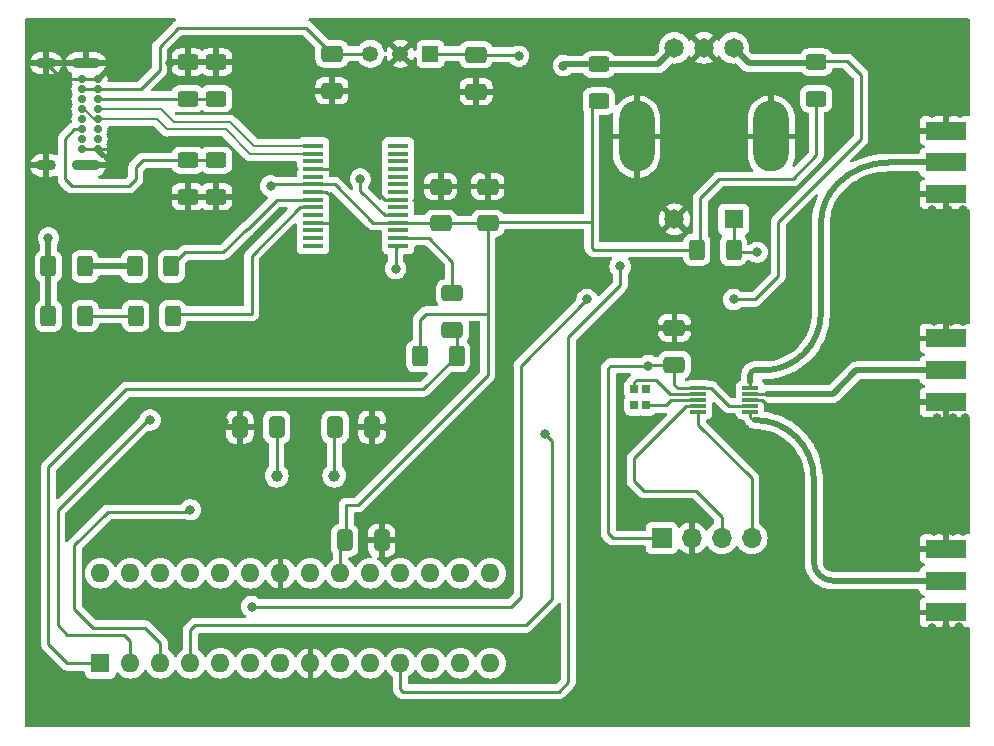
<source format=gbr>
%TF.GenerationSoftware,KiCad,Pcbnew,7.0.2*%
%TF.CreationDate,2024-01-20T15:19:50+00:00*%
%TF.ProjectId,Si5351a and Audio Gain Board,53693533-3531-4612-9061-6e6420417564,rev?*%
%TF.SameCoordinates,Original*%
%TF.FileFunction,Copper,L1,Top*%
%TF.FilePolarity,Positive*%
%FSLAX46Y46*%
G04 Gerber Fmt 4.6, Leading zero omitted, Abs format (unit mm)*
G04 Created by KiCad (PCBNEW 7.0.2) date 2024-01-20 15:19:50*
%MOMM*%
%LPD*%
G01*
G04 APERTURE LIST*
G04 Aperture macros list*
%AMRoundRect*
0 Rectangle with rounded corners*
0 $1 Rounding radius*
0 $2 $3 $4 $5 $6 $7 $8 $9 X,Y pos of 4 corners*
0 Add a 4 corners polygon primitive as box body*
4,1,4,$2,$3,$4,$5,$6,$7,$8,$9,$2,$3,0*
0 Add four circle primitives for the rounded corners*
1,1,$1+$1,$2,$3*
1,1,$1+$1,$4,$5*
1,1,$1+$1,$6,$7*
1,1,$1+$1,$8,$9*
0 Add four rect primitives between the rounded corners*
20,1,$1+$1,$2,$3,$4,$5,0*
20,1,$1+$1,$4,$5,$6,$7,0*
20,1,$1+$1,$6,$7,$8,$9,0*
20,1,$1+$1,$8,$9,$2,$3,0*%
G04 Aperture macros list end*
%TA.AperFunction,ComponentPad*%
%ADD10O,1.600000X1.600000*%
%TD*%
%TA.AperFunction,ComponentPad*%
%ADD11R,1.600000X1.600000*%
%TD*%
%TA.AperFunction,ComponentPad*%
%ADD12C,1.007000*%
%TD*%
%TA.AperFunction,SMDPad,CuDef*%
%ADD13RoundRect,0.250000X0.400000X0.625000X-0.400000X0.625000X-0.400000X-0.625000X0.400000X-0.625000X0*%
%TD*%
%TA.AperFunction,SMDPad,CuDef*%
%ADD14RoundRect,0.250000X-0.650000X0.412500X-0.650000X-0.412500X0.650000X-0.412500X0.650000X0.412500X0*%
%TD*%
%TA.AperFunction,SMDPad,CuDef*%
%ADD15RoundRect,0.250000X-0.412500X-0.650000X0.412500X-0.650000X0.412500X0.650000X-0.412500X0.650000X0*%
%TD*%
%TA.AperFunction,SMDPad,CuDef*%
%ADD16RoundRect,0.250000X0.412500X0.650000X-0.412500X0.650000X-0.412500X-0.650000X0.412500X-0.650000X0*%
%TD*%
%TA.AperFunction,ComponentPad*%
%ADD17R,1.350000X1.350000*%
%TD*%
%TA.AperFunction,ComponentPad*%
%ADD18C,1.350000*%
%TD*%
%TA.AperFunction,SMDPad,CuDef*%
%ADD19RoundRect,0.250000X-0.400000X-0.625000X0.400000X-0.625000X0.400000X0.625000X-0.400000X0.625000X0*%
%TD*%
%TA.AperFunction,SMDPad,CuDef*%
%ADD20RoundRect,0.250000X0.650000X-0.412500X0.650000X0.412500X-0.650000X0.412500X-0.650000X-0.412500X0*%
%TD*%
%TA.AperFunction,ComponentPad*%
%ADD21R,1.650000X1.650000*%
%TD*%
%TA.AperFunction,ComponentPad*%
%ADD22C,1.650000*%
%TD*%
%TA.AperFunction,ComponentPad*%
%ADD23O,3.000000X6.000000*%
%TD*%
%TA.AperFunction,SMDPad,CuDef*%
%ADD24RoundRect,0.250000X0.625000X-0.400000X0.625000X0.400000X-0.625000X0.400000X-0.625000X-0.400000X0*%
%TD*%
%TA.AperFunction,SMDPad,CuDef*%
%ADD25RoundRect,0.250000X-0.625000X0.400000X-0.625000X-0.400000X0.625000X-0.400000X0.625000X0.400000X0*%
%TD*%
%TA.AperFunction,SMDPad,CuDef*%
%ADD26R,3.500000X1.500000*%
%TD*%
%TA.AperFunction,ComponentPad*%
%ADD27C,0.700000*%
%TD*%
%TA.AperFunction,ComponentPad*%
%ADD28O,2.400000X0.900000*%
%TD*%
%TA.AperFunction,ComponentPad*%
%ADD29O,1.700000X0.900000*%
%TD*%
%TA.AperFunction,ComponentPad*%
%ADD30R,1.700000X1.700000*%
%TD*%
%TA.AperFunction,ComponentPad*%
%ADD31O,1.700000X1.700000*%
%TD*%
%TA.AperFunction,SMDPad,CuDef*%
%ADD32R,1.400000X0.300000*%
%TD*%
%TA.AperFunction,SMDPad,CuDef*%
%ADD33R,1.750000X0.450000*%
%TD*%
%TA.AperFunction,SMDPad,CuDef*%
%ADD34R,0.700000X0.750000*%
%TD*%
%TA.AperFunction,ViaPad*%
%ADD35C,0.800000*%
%TD*%
%TA.AperFunction,Conductor*%
%ADD36C,0.200000*%
%TD*%
%TA.AperFunction,Conductor*%
%ADD37C,0.250000*%
%TD*%
%TA.AperFunction,Conductor*%
%ADD38C,0.500000*%
%TD*%
G04 APERTURE END LIST*
D10*
%TO.P,U2,28,PC5*%
%TO.N,MCU_SDA*%
X103520000Y-104580000D03*
%TO.P,U2,27,PC4*%
%TO.N,MCU_SCL*%
X106060000Y-104580000D03*
%TO.P,U2,26,PC3*%
%TO.N,unconnected-(U2-PC3-Pad26)*%
X108600000Y-104580000D03*
%TO.P,U2,25,PC2*%
%TO.N,unconnected-(U2-PC2-Pad25)*%
X111140000Y-104580000D03*
%TO.P,U2,24,PC1*%
%TO.N,unconnected-(U2-PC1-Pad24)*%
X113680000Y-104580000D03*
%TO.P,U2,23,PC0*%
%TO.N,unconnected-(U2-PC0-Pad23)*%
X116220000Y-104580000D03*
%TO.P,U2,22,GND*%
%TO.N,GND*%
X118760000Y-104580000D03*
%TO.P,U2,21,AREF*%
%TO.N,unconnected-(U2-AREF-Pad21)*%
X121300000Y-104580000D03*
%TO.P,U2,20,AVCC*%
%TO.N,USB_VBUS*%
X123840000Y-104580000D03*
%TO.P,U2,19,PB5*%
%TO.N,unconnected-(U2-PB5-Pad19)*%
X126380000Y-104580000D03*
%TO.P,U2,18,PB4*%
%TO.N,unconnected-(U2-PB4-Pad18)*%
X128920000Y-104580000D03*
%TO.P,U2,17,PB3*%
%TO.N,unconnected-(U2-PB3-Pad17)*%
X131460000Y-104580000D03*
%TO.P,U2,16,PB2*%
%TO.N,unconnected-(U2-PB2-Pad16)*%
X134000000Y-104580000D03*
%TO.P,U2,15,PB1*%
%TO.N,unconnected-(U2-PB1-Pad15)*%
X136540000Y-104580000D03*
%TO.P,U2,14,PB0*%
%TO.N,unconnected-(U2-PB0-Pad14)*%
X136540000Y-112200000D03*
%TO.P,U2,13,PD7*%
%TO.N,unconnected-(U2-PD7-Pad13)*%
X134000000Y-112200000D03*
%TO.P,U2,12,PD6*%
%TO.N,unconnected-(U2-PD6-Pad12)*%
X131460000Y-112200000D03*
%TO.P,U2,11,PD5*%
%TO.N,PD5*%
X128920000Y-112200000D03*
%TO.P,U2,10,XTAL2/PB7*%
%TO.N,Net-(U2-XTAL2{slash}PB7)*%
X126380000Y-112200000D03*
%TO.P,U2,9,XTAL1/PB6*%
%TO.N,Net-(U2-XTAL1{slash}PB6)*%
X123840000Y-112200000D03*
%TO.P,U2,8,GND*%
%TO.N,GND*%
X121300000Y-112200000D03*
%TO.P,U2,7,VCC*%
%TO.N,USB_VBUS*%
X118760000Y-112200000D03*
%TO.P,U2,6,PD4*%
%TO.N,PD4*%
X116220000Y-112200000D03*
%TO.P,U2,5,PD3*%
%TO.N,unconnected-(U2-PD3-Pad5)*%
X113680000Y-112200000D03*
%TO.P,U2,4,PD2*%
%TO.N,PD2*%
X111140000Y-112200000D03*
%TO.P,U2,3,PD1*%
%TO.N,FT232_TXD*%
X108600000Y-112200000D03*
%TO.P,U2,2,PD0*%
%TO.N,FT232_RXD*%
X106060000Y-112200000D03*
D11*
%TO.P,U2,1,~{RESET}/PC6*%
%TO.N,Net-(U2-~{RESET}{slash}PC6)*%
X103520000Y-112200000D03*
%TD*%
D12*
%TO.P,Y2,1*%
%TO.N,Net-(U2-XTAL2{slash}PB7)*%
X123320000Y-96325000D03*
%TO.P,Y2,2*%
%TO.N,Net-(U2-XTAL1{slash}PB6)*%
X118440000Y-96325000D03*
%TD*%
D13*
%TO.P,R10,1*%
%TO.N,Net-(U2-~{RESET}{slash}PC6)*%
X133670000Y-86200000D03*
%TO.P,R10,2*%
%TO.N,USB_VBUS*%
X130570000Y-86200000D03*
%TD*%
D14*
%TO.P,C9,1*%
%TO.N,GND*%
X132320000Y-71837500D03*
%TO.P,C9,2*%
%TO.N,USB_VBUS*%
X132320000Y-74962500D03*
%TD*%
D15*
%TO.P,C8,1*%
%TO.N,USB_VBUS*%
X124195000Y-101800000D03*
%TO.P,C8,2*%
%TO.N,GND*%
X127320000Y-101800000D03*
%TD*%
D16*
%TO.P,C7,1*%
%TO.N,GND*%
X126520000Y-92200000D03*
%TO.P,C7,2*%
%TO.N,Net-(U2-XTAL2{slash}PB7)*%
X123395000Y-92200000D03*
%TD*%
D15*
%TO.P,C5,1*%
%TO.N,GND*%
X115320000Y-92200000D03*
%TO.P,C5,2*%
%TO.N,Net-(U2-XTAL1{slash}PB6)*%
X118445000Y-92200000D03*
%TD*%
D14*
%TO.P,C4,1*%
%TO.N,USB_VBUS*%
X123120000Y-60600000D03*
%TO.P,C4,2*%
%TO.N,GND*%
X123120000Y-63725000D03*
%TD*%
D17*
%TO.P,U3,1,VOUT*%
%TO.N,VCC_3V3*%
X131460000Y-60600000D03*
D18*
%TO.P,U3,2,GND*%
%TO.N,GND*%
X128920000Y-60600000D03*
%TO.P,U3,3,VIN*%
%TO.N,USB_VBUS*%
X126380000Y-60600000D03*
%TD*%
D19*
%TO.P,R7,2*%
%TO.N,Net-(D2-Pad2)*%
X102220000Y-82800000D03*
%TO.P,R7,1*%
%TO.N,VCC_3V3*%
X99120000Y-82800000D03*
%TD*%
%TO.P,R6,2*%
%TO.N,Net-(D1-Pad2)*%
X102220000Y-78600000D03*
%TO.P,R6,1*%
%TO.N,VCC_3V3*%
X99120000Y-78600000D03*
%TD*%
D13*
%TO.P,D2,2*%
%TO.N,Net-(D2-Pad2)*%
X106520000Y-82800000D03*
%TO.P,D2,1*%
%TO.N,Net-(U5-CBUS0)*%
X109620000Y-82800000D03*
%TD*%
D20*
%TO.P,C6,1*%
%TO.N,Net-(U2-~{RESET}{slash}PC6)*%
X133320000Y-84000000D03*
%TO.P,C6,2*%
%TO.N,RST*%
X133320000Y-80875000D03*
%TD*%
D21*
%TO.P,MT1,1*%
%TO.N,PD2*%
X157120000Y-74600000D03*
D22*
%TO.P,MT1,2*%
%TO.N,GND*%
X152120000Y-74600000D03*
%TO.P,MT1,A,A*%
%TO.N,PD4*%
X157120000Y-60100000D03*
%TO.P,MT1,B,B*%
%TO.N,PD5*%
X152120000Y-60100000D03*
%TO.P,MT1,COM,COM*%
%TO.N,GND*%
X154620000Y-60100000D03*
D23*
%TO.P,MT1,S1,SHIELD*%
X160320000Y-67600000D03*
%TO.P,MT1,S2,SHIELD*%
X148920000Y-67600000D03*
%TD*%
D24*
%TO.P,R9,1*%
%TO.N,USB_VBUS*%
X164120000Y-64400000D03*
%TO.P,R9,2*%
%TO.N,PD4*%
X164120000Y-61300000D03*
%TD*%
D13*
%TO.P,R8,1*%
%TO.N,PD2*%
X157120000Y-77200000D03*
%TO.P,R8,2*%
%TO.N,USB_VBUS*%
X154020000Y-77200000D03*
%TD*%
D24*
%TO.P,R5,1*%
%TO.N,USB_VBUS*%
X145720000Y-64600000D03*
%TO.P,R5,2*%
%TO.N,PD5*%
X145720000Y-61500000D03*
%TD*%
%TO.P,R4,1*%
%TO.N,Net-(J1-CC1)*%
X113320000Y-64400000D03*
%TO.P,R4,2*%
%TO.N,GND*%
X113320000Y-61300000D03*
%TD*%
%TO.P,R3,1*%
%TO.N,Net-(J1-CC1)*%
X110920000Y-64400000D03*
%TO.P,R3,2*%
%TO.N,GND*%
X110920000Y-61300000D03*
%TD*%
D25*
%TO.P,R2,1*%
%TO.N,Net-(J1-CC2)*%
X113320000Y-69600000D03*
%TO.P,R2,2*%
%TO.N,GND*%
X113320000Y-72700000D03*
%TD*%
%TO.P,R1,1*%
%TO.N,Net-(J1-CC2)*%
X110920000Y-69600000D03*
%TO.P,R1,2*%
%TO.N,GND*%
X110920000Y-72700000D03*
%TD*%
D26*
%TO.P,J3,G2*%
%TO.N,GND*%
X175120000Y-84700000D03*
%TO.P,J3,G1*%
X175120000Y-90100000D03*
%TO.P,J3,1*%
%TO.N,/RF_OUT2*%
X175120000Y-87400000D03*
%TD*%
D27*
%TO.P,J1,A1,GND*%
%TO.N,GND*%
X103270000Y-62750000D03*
%TO.P,J1,A4,VBUS*%
%TO.N,USB_VBUS*%
X103270000Y-63600000D03*
%TO.P,J1,A5,CC1*%
%TO.N,Net-(J1-CC1)*%
X103270000Y-64450000D03*
%TO.P,J1,A6,D+*%
%TO.N,USB_D+*%
X103270000Y-65300000D03*
%TO.P,J1,A7,D-*%
%TO.N,USB_D-*%
X103270000Y-66150000D03*
%TO.P,J1,A8,SBU1*%
%TO.N,unconnected-(J1-SBU1-PadA8)*%
X103270000Y-67000000D03*
%TO.P,J1,A9,VBUS*%
%TO.N,USB_VBUS*%
X103270000Y-67850000D03*
%TO.P,J1,A12,GND*%
%TO.N,GND*%
X103270000Y-68700000D03*
%TO.P,J1,B1,GND*%
X101920000Y-68700000D03*
%TO.P,J1,B4,VBUS*%
%TO.N,USB_VBUS*%
X101920000Y-67850000D03*
%TO.P,J1,B5,CC2*%
%TO.N,Net-(J1-CC2)*%
X101920000Y-67000000D03*
%TO.P,J1,B6,D+*%
%TO.N,USB_D+*%
X101920000Y-66150000D03*
%TO.P,J1,B7,D-*%
%TO.N,USB_D-*%
X101920000Y-65300000D03*
%TO.P,J1,B8,SBU2*%
%TO.N,unconnected-(J1-SBU2-PadB8)*%
X101920000Y-64450000D03*
%TO.P,J1,B9,VBUS*%
%TO.N,USB_VBUS*%
X101920000Y-63600000D03*
%TO.P,J1,B12,GND*%
%TO.N,GND*%
X101920000Y-62750000D03*
D28*
%TO.P,J1,S1,SHIELD*%
X102290000Y-61400000D03*
D29*
X98910000Y-61400000D03*
D28*
X102290000Y-70050000D03*
D29*
X98910000Y-70050000D03*
%TD*%
D30*
%TO.P,J5,1,Pin_1*%
%TO.N,VCC_3V3*%
X151040000Y-101600000D03*
D31*
%TO.P,J5,2,Pin_2*%
%TO.N,GND*%
X153580000Y-101600000D03*
%TO.P,J5,3,Pin_3*%
%TO.N,MCU_SCL*%
X156120000Y-101600000D03*
%TO.P,J5,4,Pin_4*%
%TO.N,MCU_SDA*%
X158660000Y-101600000D03*
%TD*%
D26*
%TO.P,J4,G2*%
%TO.N,GND*%
X175120000Y-102500000D03*
%TO.P,J4,G1*%
X175120000Y-107900000D03*
%TO.P,J4,1*%
%TO.N,/RF_OUT3*%
X175120000Y-105200000D03*
%TD*%
D20*
%TO.P,C3,1*%
%TO.N,USB_VBUS*%
X136320000Y-74962500D03*
%TO.P,C3,2*%
%TO.N,GND*%
X136320000Y-71837500D03*
%TD*%
D32*
%TO.P,U1,1,VDD*%
%TO.N,VCC_3V3*%
X154120000Y-88900000D03*
%TO.P,U1,2,XA*%
%TO.N,Net-(U1-XA)*%
X154120000Y-89400000D03*
%TO.P,U1,3,XB*%
%TO.N,Net-(U1-XB)*%
X154120000Y-89900000D03*
%TO.P,U1,4,SCL*%
%TO.N,MCU_SCL*%
X154120000Y-90400000D03*
%TO.P,U1,5,SDA*%
%TO.N,MCU_SDA*%
X154120000Y-90900000D03*
%TO.P,U1,6,CLK2*%
%TO.N,/RF_OUT3*%
X158520000Y-90900000D03*
%TO.P,U1,7,VDDO*%
%TO.N,VCC_3V3*%
X158520000Y-90400000D03*
%TO.P,U1,8,GND*%
%TO.N,GND*%
X158520000Y-89900000D03*
%TO.P,U1,9,CLK1*%
%TO.N,/RF_OUT2*%
X158520000Y-89400000D03*
%TO.P,U1,10,CLK0*%
%TO.N,/RF_OUT1*%
X158520000Y-88900000D03*
%TD*%
D33*
%TO.P,U5,1,TXD*%
%TO.N,FT232_TXD*%
X128720000Y-76850000D03*
%TO.P,U5,2,DTR*%
%TO.N,RST*%
X128720000Y-76200000D03*
%TO.P,U5,3,RTS*%
%TO.N,__RTS_UART*%
X128720000Y-75550000D03*
%TO.P,U5,4,VCCIO*%
%TO.N,USB_VBUS*%
X128720000Y-74900000D03*
%TO.P,U5,5,RXD*%
%TO.N,FT232_RXD*%
X128720000Y-74250000D03*
%TO.P,U5,6,RI*%
%TO.N,unconnected-(U5-RI-Pad6)*%
X128720000Y-73600000D03*
%TO.P,U5,7,GND*%
%TO.N,GND*%
X128720000Y-72950000D03*
%TO.P,U5,8*%
%TO.N,N/C*%
X128720000Y-72300000D03*
%TO.P,U5,9,DCR*%
%TO.N,unconnected-(U5-DCR-Pad9)*%
X128720000Y-71650000D03*
%TO.P,U5,10,DCD*%
%TO.N,unconnected-(U5-DCD-Pad10)*%
X128720000Y-71000000D03*
%TO.P,U5,11,CTS*%
%TO.N,__CTS_UART*%
X128720000Y-70350000D03*
%TO.P,U5,12,CBUS4*%
%TO.N,unconnected-(U5-CBUS4-Pad12)*%
X128720000Y-69700000D03*
%TO.P,U5,13,CBUS2*%
%TO.N,unconnected-(U5-CBUS2-Pad13)*%
X128720000Y-69050000D03*
%TO.P,U5,14,CBUS3*%
%TO.N,unconnected-(U5-CBUS3-Pad14)*%
X128720000Y-68400000D03*
%TO.P,U5,15,USBD+*%
%TO.N,USB_D+*%
X121520000Y-68400000D03*
%TO.P,U5,16,USBD-*%
%TO.N,USB_D-*%
X121520000Y-69050000D03*
%TO.P,U5,17,3V3OUT*%
%TO.N,unconnected-(U5-3V3OUT-Pad17)*%
X121520000Y-69700000D03*
%TO.P,U5,18,GND*%
%TO.N,GND*%
X121520000Y-70350000D03*
%TO.P,U5,19,~{RESET}*%
%TO.N,unconnected-(U5-~{RESET}-Pad19)*%
X121520000Y-71000000D03*
%TO.P,U5,20,VCC*%
%TO.N,USB_VBUS*%
X121520000Y-71650000D03*
%TO.P,U5,21,GND*%
%TO.N,GND*%
X121520000Y-72300000D03*
%TO.P,U5,22,CBUS1*%
%TO.N,Net-(U5-CBUS1)*%
X121520000Y-72950000D03*
%TO.P,U5,23,CBUS0*%
%TO.N,Net-(U5-CBUS0)*%
X121520000Y-73600000D03*
%TO.P,U5,24*%
%TO.N,N/C*%
X121520000Y-74250000D03*
%TO.P,U5,25,AGND*%
%TO.N,GND*%
X121520000Y-74900000D03*
%TO.P,U5,26,TEST*%
%TO.N,unconnected-(U5-TEST-Pad26)*%
X121520000Y-75550000D03*
%TO.P,U5,27,OSCI*%
%TO.N,unconnected-(U5-OSCI-Pad27)*%
X121520000Y-76200000D03*
%TO.P,U5,28,OSCO*%
%TO.N,unconnected-(U5-OSCO-Pad28)*%
X121520000Y-76850000D03*
%TD*%
D34*
%TO.P,Y1,1*%
%TO.N,Net-(U1-XB)*%
X149720000Y-90350000D03*
%TO.P,Y1,2*%
%TO.N,N/C*%
X149720000Y-89000000D03*
%TO.P,Y1,3*%
%TO.N,Net-(U1-XA)*%
X148720000Y-89000000D03*
%TO.P,Y1,4*%
%TO.N,N/C*%
X148720000Y-90350000D03*
%TD*%
D13*
%TO.P,D1,2*%
%TO.N,Net-(D1-Pad2)*%
X106420000Y-78600000D03*
%TO.P,D1,1*%
%TO.N,Net-(U5-CBUS1)*%
X109520000Y-78600000D03*
%TD*%
D26*
%TO.P,J2,1*%
%TO.N,/RF_OUT1*%
X175120000Y-69800000D03*
%TO.P,J2,G1*%
%TO.N,GND*%
X175120000Y-72500000D03*
%TO.P,J2,G2*%
X175120000Y-67100000D03*
%TD*%
D14*
%TO.P,C2,1*%
%TO.N,VCC_3V3*%
X135320000Y-60675000D03*
%TO.P,C2,2*%
%TO.N,GND*%
X135320000Y-63800000D03*
%TD*%
D20*
%TO.P,C1,1*%
%TO.N,VCC_3V3*%
X152120000Y-86925000D03*
%TO.P,C1,2*%
%TO.N,GND*%
X152120000Y-83800000D03*
%TD*%
D35*
%TO.N,GND*%
X161800000Y-91000000D03*
X105000000Y-69200000D03*
X105200000Y-61200000D03*
X122000000Y-110200000D03*
X126600000Y-69600000D03*
X123400000Y-70400000D03*
X123600000Y-73800000D03*
X125000000Y-63800000D03*
X135200000Y-65400000D03*
X127800000Y-92200000D03*
X126400000Y-90400000D03*
X114000000Y-91800000D03*
X115400000Y-90600000D03*
X109200000Y-72800000D03*
X115000000Y-72800000D03*
X115000000Y-61200000D03*
X109400000Y-61400000D03*
X102000000Y-72800000D03*
X98600000Y-72400000D03*
X102600000Y-59600000D03*
X98800000Y-59600000D03*
X171200000Y-116000000D03*
X164600000Y-116000000D03*
X156000000Y-115800000D03*
X118400000Y-116400000D03*
X126800000Y-115800000D03*
X176320000Y-65600000D03*
X175320000Y-65600000D03*
X173920000Y-65600000D03*
X173920000Y-73800000D03*
X175320000Y-73800000D03*
X176520000Y-73800000D03*
X174120000Y-83200000D03*
X175520000Y-83200000D03*
X176520000Y-83200000D03*
X174320000Y-91400000D03*
X175720000Y-91400000D03*
X176720000Y-91400000D03*
X176206920Y-109153803D03*
X175120000Y-109200000D03*
X173920000Y-109200000D03*
X174120000Y-101000000D03*
X174920000Y-101000000D03*
X175720000Y-101000000D03*
X176520000Y-101000000D03*
X148120000Y-98200000D03*
X147920000Y-94200000D03*
X150520000Y-83800000D03*
X153720000Y-83800000D03*
X136120000Y-70400000D03*
X132320000Y-70400000D03*
X122320000Y-86600000D03*
%TO.N,PD4*%
X157120000Y-81400000D03*
X144720000Y-81400000D03*
X116320000Y-107400000D03*
%TO.N,VCC_3V3*%
X149920000Y-87000000D03*
X138920000Y-60800000D03*
%TO.N,FT232_RXD*%
X125520000Y-71200000D03*
%TO.N,FT232_TXD*%
X128520000Y-78800000D03*
X111120000Y-99200000D03*
%TO.N,PD2*%
X159120000Y-77400000D03*
X141120000Y-92800000D03*
%TO.N,FT232_RXD*%
X107720000Y-91600000D03*
%TO.N,PD5*%
X142720000Y-61600000D03*
X147520000Y-78600000D03*
%TO.N,VCC_3V3*%
X99120000Y-76200000D03*
%TO.N,USB_VBUS*%
X117920000Y-71800000D03*
%TD*%
D36*
%TO.N,USB_D+*%
X108620000Y-65300000D02*
X103270000Y-65300000D01*
X109720000Y-66400000D02*
X108620000Y-65300000D01*
X116520000Y-68400000D02*
X114520000Y-66400000D01*
X121520000Y-68400000D02*
X116520000Y-68400000D01*
X114520000Y-66400000D02*
X109720000Y-66400000D01*
%TO.N,USB_D-*%
X103270000Y-66150000D02*
X108320000Y-66150000D01*
D37*
%TO.N,Net-(J1-CC2)*%
X107120000Y-69600000D02*
X110920000Y-69600000D01*
X106520000Y-71200000D02*
X106520000Y-70200000D01*
X106520000Y-70200000D02*
X107120000Y-69600000D01*
X105920000Y-71800000D02*
X106520000Y-71200000D01*
X101120000Y-71800000D02*
X105920000Y-71800000D01*
X100520000Y-71200000D02*
X101120000Y-71800000D01*
X101320000Y-67000000D02*
X100520000Y-67800000D01*
X100520000Y-67800000D02*
X100520000Y-71200000D01*
X101920000Y-67000000D02*
X101320000Y-67000000D01*
D38*
%TO.N,/RF_OUT1*%
X164520000Y-74979898D02*
X164520000Y-82519477D01*
X158520000Y-87800000D02*
X158520000Y-88400000D01*
X175120000Y-69800000D02*
X170265584Y-69800000D01*
X158920000Y-87400000D02*
G75*
G03*
X158520000Y-87800000I0J-400000D01*
G01*
X159639477Y-87400000D02*
X158920000Y-87400000D01*
X159639477Y-87400000D02*
G75*
G03*
X164520000Y-82519477I23J4880500D01*
G01*
X165920000Y-71600000D02*
G75*
G03*
X164520000Y-74979898I3379900J-3379900D01*
G01*
X170265584Y-69799994D02*
G75*
G03*
X165920000Y-71600000I16J-6145606D01*
G01*
D37*
%TO.N,USB_VBUS*%
X136482500Y-74800000D02*
X145120000Y-74800000D01*
X136320000Y-74962500D02*
X136482500Y-74800000D01*
%TO.N,GND*%
X160620000Y-91000000D02*
X161800000Y-91000000D01*
X159520000Y-89900000D02*
X160620000Y-91000000D01*
X158520000Y-89900000D02*
X159520000Y-89900000D01*
X104500000Y-68700000D02*
X105000000Y-69200000D01*
X103270000Y-68700000D02*
X104500000Y-68700000D01*
X103270000Y-68700000D02*
X101920000Y-68700000D01*
X104820000Y-61200000D02*
X105200000Y-61200000D01*
X103270000Y-62750000D02*
X104820000Y-61200000D01*
X103270000Y-62750000D02*
X101920000Y-62750000D01*
X100260000Y-62750000D02*
X98910000Y-61400000D01*
X101920000Y-62750000D02*
X100260000Y-62750000D01*
X121300000Y-110900000D02*
X122000000Y-110200000D01*
X121300000Y-112200000D02*
X121300000Y-110900000D01*
X126800000Y-69800000D02*
X126600000Y-69600000D01*
X126800000Y-72155000D02*
X126800000Y-71200000D01*
X127595000Y-72950000D02*
X126800000Y-72155000D01*
X126800000Y-71200000D02*
X126800000Y-69800000D01*
X128720000Y-72950000D02*
X127595000Y-72950000D01*
X123600000Y-74600000D02*
X123600000Y-73800000D01*
X123300000Y-74900000D02*
X123600000Y-74600000D01*
X121520000Y-74900000D02*
X123300000Y-74900000D01*
X123350000Y-70350000D02*
X123400000Y-70400000D01*
X123000000Y-70350000D02*
X123200000Y-70350000D01*
X121520000Y-70350000D02*
X123000000Y-70350000D01*
X123000000Y-70350000D02*
X123350000Y-70350000D01*
X123600000Y-73255000D02*
X123600000Y-73800000D01*
X122645000Y-72300000D02*
X123600000Y-73255000D01*
X121520000Y-72300000D02*
X122645000Y-72300000D01*
%TO.N,USB_VBUS*%
X101920000Y-63600000D02*
X103270000Y-63600000D01*
X120920000Y-58400000D02*
X123120000Y-60600000D01*
X110120000Y-58400000D02*
X120920000Y-58400000D01*
X108520000Y-60000000D02*
X110120000Y-58400000D01*
X108520000Y-62000000D02*
X108520000Y-60000000D01*
X106920000Y-63600000D02*
X108520000Y-62000000D01*
X103270000Y-63600000D02*
X106920000Y-63600000D01*
%TO.N,Net-(J1-CC1)*%
X103320000Y-64400000D02*
X103270000Y-64450000D01*
X110920000Y-64400000D02*
X103320000Y-64400000D01*
D36*
%TO.N,USB_D-*%
X102950000Y-66150000D02*
X103270000Y-66150000D01*
X102100000Y-65300000D02*
X102950000Y-66150000D01*
X101920000Y-65300000D02*
X102100000Y-65300000D01*
D37*
%TO.N,Net-(U5-CBUS1)*%
X118450000Y-72950000D02*
X121520000Y-72950000D01*
X113920000Y-77400000D02*
X115920000Y-75400000D01*
X109520000Y-78600000D02*
X110720000Y-77400000D01*
X110720000Y-77400000D02*
X113920000Y-77400000D01*
X115920000Y-75400000D02*
X116000000Y-75400000D01*
X116000000Y-75400000D02*
X118450000Y-72950000D01*
%TO.N,USB_VBUS*%
X145120000Y-77000000D02*
X145120000Y-74800000D01*
X145320000Y-77200000D02*
X145120000Y-77000000D01*
X154020000Y-77200000D02*
X145320000Y-77200000D01*
X145120000Y-74800000D02*
X145120000Y-65200000D01*
X145120000Y-65200000D02*
X145720000Y-64600000D01*
D38*
%TO.N,PD5*%
X150720000Y-61500000D02*
X152120000Y-60100000D01*
X145720000Y-61500000D02*
X150720000Y-61500000D01*
%TO.N,PD4*%
X164120000Y-61400000D02*
X164120000Y-61300000D01*
X158420000Y-61400000D02*
X164120000Y-61400000D01*
X157120000Y-60100000D02*
X158420000Y-61400000D01*
D37*
%TO.N,PD2*%
X157120000Y-77200000D02*
X157120000Y-74600000D01*
D38*
%TO.N,/RF_OUT2*%
X167520000Y-87400000D02*
X175120000Y-87400000D01*
X165520000Y-89400000D02*
X167520000Y-87400000D01*
X159920000Y-89400000D02*
X165520000Y-89400000D01*
D37*
%TO.N,PD5*%
X142320000Y-114600000D02*
X129120000Y-114600000D01*
X129120000Y-114600000D02*
X128920000Y-114400000D01*
X128920000Y-114400000D02*
X128920000Y-112200000D01*
X143120000Y-84600000D02*
X143120000Y-113800000D01*
X147520000Y-80200000D02*
X143120000Y-84600000D01*
X143120000Y-113800000D02*
X142320000Y-114600000D01*
X147520000Y-78600000D02*
X147520000Y-80200000D01*
%TO.N,PD4*%
X139120000Y-106600000D02*
X138320000Y-107400000D01*
X139120000Y-87000000D02*
X139120000Y-106600000D01*
X144720000Y-81400000D02*
X139120000Y-87000000D01*
X138320000Y-107400000D02*
X116320000Y-107400000D01*
%TO.N,VCC_3V3*%
X146520000Y-87200000D02*
X146720000Y-87000000D01*
X146520000Y-101200000D02*
X146520000Y-87200000D01*
X146720000Y-87000000D02*
X149920000Y-87000000D01*
X146920000Y-101600000D02*
X146520000Y-101200000D01*
X151040000Y-101600000D02*
X146920000Y-101600000D01*
%TO.N,USB_VBUS*%
X136320000Y-74962500D02*
X136320000Y-83000000D01*
X136320000Y-83000000D02*
X136320000Y-82600000D01*
X136320000Y-87800000D02*
X136320000Y-83000000D01*
X130570000Y-83150000D02*
X130570000Y-86200000D01*
X131120000Y-82600000D02*
X130570000Y-83150000D01*
X136320000Y-82600000D02*
X131120000Y-82600000D01*
X125320000Y-98800000D02*
X136320000Y-87800000D01*
X124320000Y-98800000D02*
X125320000Y-98800000D01*
X124320000Y-101675000D02*
X124320000Y-98800000D01*
X124195000Y-101800000D02*
X124320000Y-101675000D01*
%TO.N,PD4*%
X166720000Y-61200000D02*
X164220000Y-61200000D01*
X160920000Y-74800000D02*
X167920000Y-67800000D01*
X164220000Y-61200000D02*
X164120000Y-61300000D01*
X160920000Y-79400000D02*
X160920000Y-74800000D01*
X167920000Y-62400000D02*
X166720000Y-61200000D01*
X158920000Y-81400000D02*
X160920000Y-79400000D01*
X157120000Y-81400000D02*
X158920000Y-81400000D01*
X167920000Y-67800000D02*
X167920000Y-62400000D01*
%TO.N,VCC_3V3*%
X149995000Y-86925000D02*
X149920000Y-87000000D01*
X152120000Y-86925000D02*
X149995000Y-86925000D01*
X138795000Y-60675000D02*
X138920000Y-60800000D01*
X135320000Y-60675000D02*
X138795000Y-60675000D01*
%TO.N,FT232_RXD*%
X125520000Y-72175000D02*
X125520000Y-71200000D01*
X127595000Y-74250000D02*
X125520000Y-72175000D01*
X128720000Y-74250000D02*
X127595000Y-74250000D01*
%TO.N,FT232_TXD*%
X128520000Y-77050000D02*
X128720000Y-76850000D01*
X128520000Y-78800000D02*
X128520000Y-77050000D01*
X104120000Y-99400000D02*
X110920000Y-99400000D01*
X101320000Y-102200000D02*
X104120000Y-99400000D01*
X101320000Y-107600000D02*
X101320000Y-102200000D01*
X110920000Y-99400000D02*
X111120000Y-99200000D01*
X102920000Y-109200000D02*
X101320000Y-107600000D01*
X107320000Y-109200000D02*
X102920000Y-109200000D01*
X108600000Y-110480000D02*
X107320000Y-109200000D01*
X108600000Y-112200000D02*
X108600000Y-110480000D01*
%TO.N,PD2*%
X157320000Y-77400000D02*
X157120000Y-77200000D01*
X159120000Y-77400000D02*
X157320000Y-77400000D01*
X141720000Y-106800000D02*
X141720000Y-93400000D01*
X139520000Y-109000000D02*
X141720000Y-106800000D01*
X111520000Y-109000000D02*
X139520000Y-109000000D01*
X111140000Y-109380000D02*
X111520000Y-109000000D01*
X111140000Y-112200000D02*
X111140000Y-109380000D01*
X141720000Y-93400000D02*
X141120000Y-92800000D01*
%TO.N,FT232_RXD*%
X107520000Y-91600000D02*
X107720000Y-91600000D01*
X100520000Y-98600000D02*
X107520000Y-91600000D01*
X99920000Y-99200000D02*
X100520000Y-98600000D01*
X100720000Y-109800000D02*
X99920000Y-109000000D01*
X105520000Y-109800000D02*
X100720000Y-109800000D01*
X106060000Y-110340000D02*
X105520000Y-109800000D01*
X99920000Y-109000000D02*
X99920000Y-99200000D01*
X106060000Y-112200000D02*
X106060000Y-110340000D01*
%TO.N,/RF_OUT1*%
X158520000Y-88900000D02*
X158520000Y-88400000D01*
%TO.N,/RF_OUT2*%
X158520000Y-89400000D02*
X159920000Y-89400000D01*
D38*
%TO.N,/RF_OUT3*%
X165520000Y-105200000D02*
X175120000Y-105200000D01*
X163920000Y-103600000D02*
G75*
G03*
X165520000Y-105200000I1600000J0D01*
G01*
X163920000Y-96600000D02*
X163920000Y-103600000D01*
X163920000Y-96600000D02*
G75*
G03*
X158920000Y-91600000I-5000000J0D01*
G01*
D37*
X158520000Y-91200000D02*
G75*
G03*
X158920000Y-91600000I400000J0D01*
G01*
X158520000Y-90900000D02*
X158520000Y-91200000D01*
%TO.N,USB_VBUS*%
X124195000Y-101800000D02*
X123840000Y-102155000D01*
X123840000Y-102155000D02*
X123840000Y-104580000D01*
%TO.N,MCU_SCL*%
X156120000Y-99800000D02*
X156120000Y-101600000D01*
X153920000Y-97600000D02*
X156120000Y-99800000D01*
X148720000Y-96800000D02*
X149520000Y-97600000D01*
X148720000Y-94800000D02*
X148720000Y-96800000D01*
X149520000Y-97600000D02*
X153920000Y-97600000D01*
X154120000Y-90400000D02*
X153120000Y-90400000D01*
X153120000Y-90400000D02*
X148720000Y-94800000D01*
%TO.N,MCU_SDA*%
X158660000Y-96540000D02*
X158660000Y-101600000D01*
X154120000Y-92000000D02*
X158660000Y-96540000D01*
X154120000Y-90900000D02*
X154120000Y-92000000D01*
D38*
%TO.N,PD5*%
X142820000Y-61500000D02*
X142720000Y-61600000D01*
X145720000Y-61500000D02*
X142820000Y-61500000D01*
D37*
%TO.N,Net-(U2-~{RESET}{slash}PC6)*%
X100720000Y-112200000D02*
X103520000Y-112200000D01*
X99120000Y-95600000D02*
X99120000Y-110600000D01*
X105720000Y-89000000D02*
X99120000Y-95600000D01*
X133670000Y-86200000D02*
X130870000Y-89000000D01*
X130870000Y-89000000D02*
X105720000Y-89000000D01*
X99120000Y-110600000D02*
X100720000Y-112200000D01*
X133670000Y-84350000D02*
X133320000Y-84000000D01*
X133670000Y-86200000D02*
X133670000Y-84350000D01*
%TO.N,Net-(J1-CC1)*%
X110920000Y-64400000D02*
X113320000Y-64400000D01*
%TO.N,Net-(J1-CC2)*%
X110920000Y-69600000D02*
X113320000Y-69600000D01*
%TO.N,RST*%
X133320000Y-78200000D02*
X133320000Y-80875000D01*
X131320000Y-76200000D02*
X133320000Y-78200000D01*
X128720000Y-76200000D02*
X131320000Y-76200000D01*
%TO.N,USB_VBUS*%
X132257500Y-74900000D02*
X128720000Y-74900000D01*
X132320000Y-74962500D02*
X132257500Y-74900000D01*
X133282500Y-74962500D02*
X133220000Y-74900000D01*
X136320000Y-74962500D02*
X133282500Y-74962500D01*
D38*
%TO.N,VCC_3V3*%
X99120000Y-78600000D02*
X99120000Y-76200000D01*
D37*
%TO.N,Net-(U2-XTAL2{slash}PB7)*%
X123395000Y-92200000D02*
X123320000Y-92275000D01*
X123320000Y-92275000D02*
X123320000Y-96325000D01*
%TO.N,Net-(U2-XTAL1{slash}PB6)*%
X118440000Y-92205000D02*
X118440000Y-96325000D01*
X118445000Y-92200000D02*
X118440000Y-92205000D01*
%TO.N,USB_VBUS*%
X154320000Y-76900000D02*
X154020000Y-77200000D01*
X154320000Y-72800000D02*
X154320000Y-76900000D01*
X155920000Y-71200000D02*
X154320000Y-72800000D01*
X162120000Y-71200000D02*
X155920000Y-71200000D01*
X164120000Y-64400000D02*
X164120000Y-69200000D01*
X164120000Y-69200000D02*
X162120000Y-71200000D01*
%TO.N,VCC_3V3*%
X156720000Y-90400000D02*
X155220000Y-88900000D01*
X155220000Y-88900000D02*
X154120000Y-88900000D01*
X158520000Y-90400000D02*
X156720000Y-90400000D01*
%TO.N,Net-(U1-XA)*%
X151720000Y-89400000D02*
X154120000Y-89400000D01*
X148920000Y-88200000D02*
X150520000Y-88200000D01*
X148720000Y-88400000D02*
X148920000Y-88200000D01*
X148720000Y-89000000D02*
X148720000Y-88400000D01*
X150520000Y-88200000D02*
X151720000Y-89400000D01*
%TO.N,Net-(U1-XB)*%
X151820000Y-89900000D02*
X154120000Y-89900000D01*
X151370000Y-90350000D02*
X151820000Y-89900000D01*
X149720000Y-90350000D02*
X151370000Y-90350000D01*
%TO.N,VCC_3V3*%
X152120000Y-88600000D02*
X152420000Y-88900000D01*
X152120000Y-86925000D02*
X152120000Y-88600000D01*
X152420000Y-88900000D02*
X154120000Y-88900000D01*
%TO.N,USB_VBUS*%
X126620000Y-74900000D02*
X128720000Y-74900000D01*
X121520000Y-71650000D02*
X123370000Y-71650000D01*
X123370000Y-71650000D02*
X126620000Y-74900000D01*
X118070000Y-71650000D02*
X117920000Y-71800000D01*
X121520000Y-71650000D02*
X118070000Y-71650000D01*
%TO.N,Net-(U5-CBUS0)*%
X116320000Y-82600000D02*
X109820000Y-82600000D01*
X116320000Y-77700000D02*
X116320000Y-82600000D01*
X120420000Y-73600000D02*
X116320000Y-77700000D01*
X121520000Y-73600000D02*
X120420000Y-73600000D01*
X109820000Y-82600000D02*
X109620000Y-82800000D01*
D38*
%TO.N,VCC_3V3*%
X99120000Y-78600000D02*
X99120000Y-82800000D01*
%TO.N,Net-(D1-Pad2)*%
X106420000Y-78600000D02*
X102220000Y-78600000D01*
D37*
%TO.N,Net-(D2-Pad2)*%
X102220000Y-82800000D02*
X106520000Y-82800000D01*
%TO.N,VCC_3V3*%
X135245000Y-60600000D02*
X131460000Y-60600000D01*
X135320000Y-60675000D02*
X135245000Y-60600000D01*
%TO.N,USB_VBUS*%
X123120000Y-60600000D02*
X126380000Y-60600000D01*
D36*
%TO.N,USB_D-*%
X109170000Y-67000000D02*
X108320000Y-66150000D01*
X116170000Y-69050000D02*
X114120000Y-67000000D01*
X114120000Y-67000000D02*
X109170000Y-67000000D01*
X121520000Y-69050000D02*
X116170000Y-69050000D01*
%TD*%
%TA.AperFunction,Conductor*%
%TO.N,GND*%
G36*
X109856872Y-57620185D02*
G01*
X109902627Y-57672989D01*
X109912571Y-57742147D01*
X109883546Y-57805703D01*
X109852767Y-57831342D01*
X109852183Y-57831686D01*
X109834904Y-57840133D01*
X109816267Y-57847512D01*
X109780931Y-57873185D01*
X109771174Y-57879595D01*
X109733580Y-57901829D01*
X109719413Y-57915996D01*
X109704624Y-57928626D01*
X109688413Y-57940404D01*
X109660572Y-57974058D01*
X109652711Y-57982697D01*
X108136208Y-59499199D01*
X108120110Y-59512096D01*
X108072096Y-59563225D01*
X108069392Y-59566016D01*
X108052628Y-59582780D01*
X108052621Y-59582787D01*
X108049880Y-59585529D01*
X108047499Y-59588597D01*
X108047490Y-59588608D01*
X108047411Y-59588711D01*
X108039842Y-59597572D01*
X108009935Y-59629420D01*
X108000285Y-59646974D01*
X107989609Y-59663228D01*
X107977326Y-59679063D01*
X107959975Y-59719158D01*
X107954838Y-59729644D01*
X107933802Y-59767907D01*
X107928821Y-59787309D01*
X107922520Y-59805711D01*
X107914561Y-59824102D01*
X107907728Y-59867242D01*
X107905360Y-59878674D01*
X107894499Y-59920977D01*
X107894500Y-59941016D01*
X107892973Y-59960414D01*
X107889840Y-59980194D01*
X107893950Y-60023673D01*
X107894500Y-60035343D01*
X107894500Y-61689546D01*
X107874815Y-61756585D01*
X107858181Y-61777227D01*
X106697228Y-62938181D01*
X106635905Y-62971666D01*
X106609547Y-62974500D01*
X104238802Y-62974500D01*
X104171763Y-62954815D01*
X104126008Y-62902011D01*
X104115481Y-62837538D01*
X104124681Y-62750000D01*
X104106004Y-62572300D01*
X104050791Y-62402371D01*
X104021651Y-62351900D01*
X103625266Y-62748286D01*
X103563943Y-62781771D01*
X103511805Y-62781895D01*
X103470000Y-62773009D01*
X103470000Y-62704351D01*
X103430387Y-62622095D01*
X103359008Y-62565173D01*
X103292532Y-62550000D01*
X103247468Y-62550000D01*
X103180992Y-62565173D01*
X103109613Y-62622095D01*
X103098836Y-62644472D01*
X103093571Y-62607853D01*
X103122596Y-62544297D01*
X103128628Y-62537819D01*
X103634867Y-62031579D01*
X103696190Y-61998094D01*
X103741371Y-62001325D01*
X103777673Y-61999023D01*
X103850368Y-61905109D01*
X103935458Y-61731640D01*
X103956597Y-61650000D01*
X103206111Y-61650000D01*
X103245610Y-61625543D01*
X103313201Y-61536038D01*
X103343895Y-61428160D01*
X103333546Y-61316479D01*
X103283552Y-61216078D01*
X103211069Y-61150000D01*
X103960471Y-61150000D01*
X103960471Y-61149999D01*
X103897314Y-60979469D01*
X103795109Y-60815498D01*
X103661996Y-60675464D01*
X103503414Y-60565087D01*
X103325862Y-60488893D01*
X103136605Y-60450000D01*
X102540000Y-60450000D01*
X102540000Y-61100000D01*
X102039999Y-61100000D01*
X102040000Y-60450000D01*
X101494967Y-60450000D01*
X101488701Y-60450317D01*
X101347777Y-60464648D01*
X101163430Y-60522488D01*
X100994496Y-60616253D01*
X100847895Y-60742105D01*
X100729631Y-60894890D01*
X100644541Y-61068358D01*
X100623403Y-61150000D01*
X101373889Y-61150000D01*
X101334390Y-61174457D01*
X101266799Y-61263962D01*
X101236105Y-61371840D01*
X101246454Y-61483521D01*
X101296448Y-61583922D01*
X101368931Y-61650000D01*
X100619529Y-61650000D01*
X100682685Y-61820530D01*
X100784890Y-61984501D01*
X100918003Y-62124535D01*
X101086935Y-62242116D01*
X101086227Y-62243132D01*
X101129811Y-62279171D01*
X101151037Y-62345739D01*
X101140000Y-62388923D01*
X101143236Y-62389975D01*
X101083995Y-62572300D01*
X101065318Y-62750000D01*
X101083995Y-62927699D01*
X101139209Y-63097632D01*
X101147794Y-63112502D01*
X101164265Y-63180403D01*
X101147795Y-63236496D01*
X101138750Y-63252162D01*
X101083503Y-63422195D01*
X101064815Y-63600000D01*
X101083503Y-63777804D01*
X101138749Y-63947835D01*
X101147505Y-63963000D01*
X101163978Y-64030900D01*
X101147505Y-64087000D01*
X101138749Y-64102164D01*
X101083503Y-64272195D01*
X101064815Y-64450000D01*
X101083503Y-64627804D01*
X101138749Y-64797835D01*
X101147505Y-64813000D01*
X101163978Y-64880900D01*
X101147505Y-64937000D01*
X101138749Y-64952164D01*
X101083503Y-65122195D01*
X101064815Y-65300000D01*
X101083503Y-65477804D01*
X101138749Y-65647833D01*
X101147504Y-65662997D01*
X101163978Y-65730897D01*
X101147506Y-65786997D01*
X101138750Y-65802162D01*
X101083503Y-65972195D01*
X101064815Y-66150000D01*
X101083058Y-66323569D01*
X101070488Y-66392298D01*
X101028285Y-66437411D01*
X101028937Y-66438309D01*
X101024281Y-66441690D01*
X101022756Y-66443322D01*
X101020551Y-66444401D01*
X100980931Y-66473185D01*
X100971174Y-66479595D01*
X100933580Y-66501829D01*
X100919413Y-66515996D01*
X100904624Y-66528626D01*
X100888413Y-66540404D01*
X100860572Y-66574058D01*
X100852711Y-66582697D01*
X100136208Y-67299199D01*
X100120110Y-67312096D01*
X100072096Y-67363225D01*
X100069392Y-67366016D01*
X100052628Y-67382780D01*
X100052621Y-67382787D01*
X100049880Y-67385529D01*
X100047499Y-67388597D01*
X100047490Y-67388608D01*
X100047411Y-67388711D01*
X100039842Y-67397572D01*
X100009935Y-67429420D01*
X100000285Y-67446974D01*
X99989609Y-67463228D01*
X99977326Y-67479063D01*
X99959975Y-67519158D01*
X99954838Y-67529644D01*
X99933802Y-67567907D01*
X99928821Y-67587309D01*
X99922520Y-67605711D01*
X99914561Y-67624102D01*
X99907728Y-67667242D01*
X99905360Y-67678674D01*
X99894499Y-67720977D01*
X99894500Y-67741016D01*
X99892973Y-67760414D01*
X99889840Y-67780194D01*
X99893950Y-67823673D01*
X99894500Y-67835343D01*
X99894500Y-69078900D01*
X99874815Y-69145939D01*
X99822011Y-69191694D01*
X99752853Y-69201638D01*
X99721600Y-69192851D01*
X99595863Y-69138893D01*
X99406605Y-69100000D01*
X99160000Y-69100000D01*
X99160000Y-69750000D01*
X98660000Y-69750000D01*
X98660000Y-69100000D01*
X98464967Y-69100000D01*
X98458701Y-69100317D01*
X98317777Y-69114648D01*
X98133430Y-69172488D01*
X97964496Y-69266253D01*
X97817895Y-69392105D01*
X97699631Y-69544890D01*
X97614541Y-69718358D01*
X97593403Y-69800000D01*
X98343889Y-69800000D01*
X98304390Y-69824457D01*
X98236799Y-69913962D01*
X98206105Y-70021840D01*
X98216454Y-70133521D01*
X98266448Y-70233922D01*
X98338931Y-70300000D01*
X97589529Y-70300000D01*
X97652685Y-70470530D01*
X97754890Y-70634501D01*
X97888003Y-70774535D01*
X98046585Y-70884912D01*
X98224137Y-70961106D01*
X98413395Y-71000000D01*
X98660000Y-71000000D01*
X98660000Y-70350000D01*
X99160000Y-70350000D01*
X99160000Y-71000000D01*
X99355033Y-71000000D01*
X99361298Y-70999682D01*
X99502222Y-70985351D01*
X99686568Y-70927512D01*
X99710321Y-70914328D01*
X99778490Y-70899004D01*
X99844121Y-70922967D01*
X99886379Y-70978609D01*
X99894500Y-71022746D01*
X99894500Y-71117256D01*
X99892235Y-71137766D01*
X99894439Y-71207872D01*
X99894500Y-71211767D01*
X99894500Y-71239350D01*
X99894988Y-71243219D01*
X99894989Y-71243225D01*
X99895004Y-71243343D01*
X99895918Y-71254967D01*
X99897290Y-71298626D01*
X99902879Y-71317860D01*
X99906825Y-71336916D01*
X99909335Y-71356792D01*
X99925414Y-71397404D01*
X99929197Y-71408451D01*
X99941382Y-71450391D01*
X99951580Y-71467635D01*
X99960136Y-71485100D01*
X99967514Y-71503732D01*
X99978066Y-71518256D01*
X99993180Y-71539059D01*
X99999593Y-71548822D01*
X100021826Y-71586416D01*
X100021829Y-71586419D01*
X100021830Y-71586420D01*
X100035995Y-71600585D01*
X100048627Y-71615375D01*
X100060406Y-71631587D01*
X100094058Y-71659426D01*
X100102699Y-71667289D01*
X100619196Y-72183787D01*
X100632096Y-72199888D01*
X100683223Y-72247900D01*
X100686020Y-72250611D01*
X100705529Y-72270120D01*
X100708709Y-72272587D01*
X100717571Y-72280155D01*
X100737850Y-72299199D01*
X100749418Y-72310062D01*
X100766970Y-72319711D01*
X100783238Y-72330397D01*
X100799064Y-72342673D01*
X100839146Y-72360017D01*
X100849633Y-72365155D01*
X100887907Y-72386197D01*
X100896410Y-72388379D01*
X100907308Y-72391178D01*
X100925713Y-72397478D01*
X100944104Y-72405437D01*
X100987250Y-72412270D01*
X100998668Y-72414635D01*
X101040981Y-72425500D01*
X101061016Y-72425500D01*
X101080415Y-72427027D01*
X101100196Y-72430160D01*
X101143674Y-72426050D01*
X101155344Y-72425500D01*
X105837256Y-72425500D01*
X105857762Y-72427764D01*
X105860665Y-72427672D01*
X105860667Y-72427673D01*
X105927872Y-72425561D01*
X105931768Y-72425500D01*
X105955448Y-72425500D01*
X105959350Y-72425500D01*
X105963313Y-72424999D01*
X105974962Y-72424080D01*
X106018627Y-72422709D01*
X106037859Y-72417120D01*
X106056918Y-72413174D01*
X106064099Y-72412267D01*
X106076792Y-72410664D01*
X106117407Y-72394582D01*
X106128444Y-72390803D01*
X106170390Y-72378618D01*
X106187629Y-72368422D01*
X106205102Y-72359862D01*
X106223732Y-72352486D01*
X106259064Y-72326814D01*
X106268830Y-72320400D01*
X106302463Y-72300510D01*
X106306420Y-72298170D01*
X106320585Y-72284004D01*
X106335373Y-72271373D01*
X106351587Y-72259594D01*
X106379438Y-72225926D01*
X106387279Y-72217309D01*
X106903792Y-71700797D01*
X106919885Y-71687906D01*
X106921873Y-71685787D01*
X106921877Y-71685786D01*
X106967949Y-71636723D01*
X106970534Y-71634055D01*
X106990120Y-71614471D01*
X106992585Y-71611292D01*
X107000167Y-71602416D01*
X107001892Y-71600579D01*
X107030062Y-71570582D01*
X107039717Y-71553018D01*
X107050394Y-71536764D01*
X107062673Y-71520936D01*
X107080018Y-71480852D01*
X107085160Y-71470356D01*
X107086656Y-71467635D01*
X107106197Y-71432092D01*
X107111179Y-71412684D01*
X107117481Y-71394280D01*
X107125437Y-71375896D01*
X107132269Y-71332752D01*
X107134633Y-71321338D01*
X107145500Y-71279019D01*
X107145500Y-71258982D01*
X107147027Y-71239584D01*
X107147682Y-71235446D01*
X107150160Y-71219804D01*
X107146050Y-71176324D01*
X107145500Y-71164655D01*
X107145500Y-70510452D01*
X107165185Y-70443413D01*
X107181814Y-70422775D01*
X107342773Y-70261816D01*
X107404095Y-70228334D01*
X107430453Y-70225500D01*
X109489552Y-70225500D01*
X109556591Y-70245185D01*
X109602346Y-70297989D01*
X109607258Y-70310497D01*
X109610186Y-70319334D01*
X109702288Y-70468657D01*
X109826342Y-70592711D01*
X109864659Y-70616345D01*
X109975666Y-70684814D01*
X110045317Y-70707894D01*
X110142202Y-70739999D01*
X110241858Y-70750180D01*
X110241859Y-70750180D01*
X110244991Y-70750500D01*
X111595008Y-70750499D01*
X111697797Y-70739999D01*
X111864334Y-70684814D01*
X112013656Y-70592712D01*
X112032319Y-70574048D01*
X112093640Y-70540564D01*
X112163332Y-70545547D01*
X112207680Y-70574048D01*
X112226344Y-70592712D01*
X112375666Y-70684814D01*
X112445317Y-70707894D01*
X112542202Y-70739999D01*
X112641858Y-70750180D01*
X112641859Y-70750180D01*
X112644991Y-70750500D01*
X113995008Y-70750499D01*
X114097797Y-70739999D01*
X114264334Y-70684814D01*
X114413656Y-70592712D01*
X114537712Y-70468656D01*
X114629814Y-70319334D01*
X114684999Y-70152797D01*
X114695500Y-70050009D01*
X114695499Y-69149992D01*
X114684999Y-69047203D01*
X114629814Y-68880666D01*
X114563915Y-68773826D01*
X114537711Y-68731342D01*
X114413657Y-68607288D01*
X114264334Y-68515186D01*
X114097797Y-68460000D01*
X113998141Y-68449819D01*
X113998122Y-68449818D01*
X113995009Y-68449500D01*
X113991860Y-68449500D01*
X112648140Y-68449500D01*
X112648120Y-68449500D01*
X112644992Y-68449501D01*
X112641860Y-68449820D01*
X112641858Y-68449821D01*
X112542203Y-68460000D01*
X112375665Y-68515186D01*
X112226342Y-68607288D01*
X112207681Y-68625950D01*
X112146358Y-68659435D01*
X112076666Y-68654451D01*
X112032319Y-68625950D01*
X112013657Y-68607288D01*
X111864334Y-68515186D01*
X111697797Y-68460000D01*
X111598141Y-68449819D01*
X111598122Y-68449818D01*
X111595009Y-68449500D01*
X111591860Y-68449500D01*
X110248140Y-68449500D01*
X110248120Y-68449500D01*
X110244992Y-68449501D01*
X110241860Y-68449820D01*
X110241858Y-68449821D01*
X110142203Y-68460000D01*
X109975665Y-68515186D01*
X109826342Y-68607288D01*
X109702288Y-68731342D01*
X109610186Y-68880665D01*
X109607258Y-68889503D01*
X109567486Y-68946948D01*
X109502971Y-68973772D01*
X109489552Y-68974500D01*
X107202741Y-68974500D01*
X107182237Y-68972236D01*
X107112145Y-68974439D01*
X107108251Y-68974500D01*
X107080650Y-68974500D01*
X107076799Y-68974986D01*
X107076768Y-68974988D01*
X107076640Y-68975005D01*
X107065028Y-68975918D01*
X107021368Y-68977290D01*
X107002128Y-68982880D01*
X106983081Y-68986825D01*
X106963209Y-68989335D01*
X106922599Y-69005413D01*
X106911554Y-69009194D01*
X106869611Y-69021380D01*
X106852369Y-69031578D01*
X106834897Y-69040138D01*
X106816266Y-69047514D01*
X106780938Y-69073181D01*
X106771180Y-69079591D01*
X106733579Y-69101829D01*
X106719410Y-69115998D01*
X106704622Y-69128628D01*
X106688413Y-69140405D01*
X106660572Y-69174058D01*
X106652711Y-69182696D01*
X106136208Y-69699199D01*
X106120110Y-69712096D01*
X106072096Y-69763225D01*
X106069392Y-69766016D01*
X106052628Y-69782780D01*
X106052621Y-69782787D01*
X106049880Y-69785529D01*
X106047499Y-69788597D01*
X106047490Y-69788608D01*
X106047411Y-69788711D01*
X106039842Y-69797572D01*
X106009935Y-69829420D01*
X106000285Y-69846974D01*
X105989609Y-69863228D01*
X105977326Y-69879063D01*
X105959975Y-69919158D01*
X105954838Y-69929644D01*
X105933802Y-69967907D01*
X105928821Y-69987309D01*
X105922520Y-70005711D01*
X105914561Y-70024102D01*
X105907728Y-70067242D01*
X105905360Y-70078674D01*
X105894499Y-70120977D01*
X105894500Y-70141016D01*
X105892973Y-70160414D01*
X105890505Y-70176000D01*
X105889840Y-70180196D01*
X105890392Y-70186038D01*
X105893950Y-70223673D01*
X105894500Y-70235343D01*
X105894500Y-70889547D01*
X105874815Y-70956586D01*
X105858181Y-70977228D01*
X105697228Y-71138181D01*
X105635905Y-71171666D01*
X105609547Y-71174500D01*
X103438790Y-71174500D01*
X103371751Y-71154815D01*
X103325996Y-71102011D01*
X103316052Y-71032853D01*
X103345077Y-70969297D01*
X103401669Y-70932187D01*
X103416569Y-70927511D01*
X103585503Y-70833746D01*
X103732104Y-70707894D01*
X103850368Y-70555109D01*
X103935458Y-70381641D01*
X103956597Y-70300000D01*
X103206111Y-70300000D01*
X103245610Y-70275543D01*
X103313201Y-70186038D01*
X103343895Y-70078160D01*
X103333546Y-69966479D01*
X103283552Y-69866078D01*
X103211069Y-69800000D01*
X103960471Y-69800000D01*
X103960471Y-69799999D01*
X103897314Y-69629470D01*
X103795111Y-69465502D01*
X103779533Y-69449114D01*
X103754592Y-69448799D01*
X103748905Y-69451905D01*
X103679213Y-69446921D01*
X103634866Y-69418420D01*
X103128628Y-68912181D01*
X103095143Y-68850858D01*
X103098443Y-68804710D01*
X103109613Y-68827905D01*
X103180992Y-68884827D01*
X103247468Y-68900000D01*
X103292532Y-68900000D01*
X103359008Y-68884827D01*
X103430387Y-68827905D01*
X103470000Y-68745649D01*
X103469999Y-68676989D01*
X103511805Y-68668103D01*
X103581470Y-68673419D01*
X103625266Y-68701712D01*
X104021651Y-69098097D01*
X104050790Y-69047629D01*
X104106004Y-68877699D01*
X104124681Y-68699999D01*
X104106004Y-68522300D01*
X104050792Y-68352372D01*
X104042206Y-68337501D01*
X104025733Y-68269601D01*
X104042206Y-68213499D01*
X104048605Y-68202416D01*
X104051250Y-68197835D01*
X104106497Y-68027803D01*
X104125185Y-67850000D01*
X104106497Y-67672197D01*
X104051250Y-67502165D01*
X104042494Y-67487000D01*
X104026021Y-67419102D01*
X104042495Y-67362998D01*
X104051250Y-67347835D01*
X104106497Y-67177803D01*
X104125185Y-67000000D01*
X104113356Y-66887459D01*
X104125925Y-66818732D01*
X104173657Y-66767708D01*
X104236677Y-66750500D01*
X108019903Y-66750500D01*
X108086942Y-66770185D01*
X108107584Y-66786819D01*
X108711799Y-67391034D01*
X108722494Y-67403229D01*
X108741717Y-67428282D01*
X108821559Y-67489546D01*
X108838656Y-67502665D01*
X108867159Y-67524536D01*
X109013238Y-67585044D01*
X109170000Y-67605683D01*
X109201308Y-67601560D01*
X109217494Y-67600500D01*
X113819903Y-67600500D01*
X113886942Y-67620185D01*
X113907584Y-67636819D01*
X115711799Y-69441034D01*
X115722494Y-69453229D01*
X115741717Y-69478282D01*
X115792608Y-69517330D01*
X115792608Y-69517331D01*
X115867159Y-69574536D01*
X116013238Y-69635044D01*
X116138698Y-69651561D01*
X116169999Y-69655682D01*
X116169999Y-69655681D01*
X116170000Y-69655682D01*
X116201302Y-69651560D01*
X116217487Y-69650500D01*
X120020500Y-69650500D01*
X120087539Y-69670185D01*
X120133294Y-69722989D01*
X120144500Y-69774499D01*
X120144500Y-69969560D01*
X120144500Y-69969578D01*
X120144501Y-69972872D01*
X120144854Y-69976162D01*
X120144855Y-69976168D01*
X120148931Y-70014094D01*
X120148931Y-70040595D01*
X120145353Y-70073877D01*
X120145000Y-70080483D01*
X120145000Y-70125000D01*
X120160611Y-70140611D01*
X120174484Y-70144685D01*
X120206712Y-70174689D01*
X120282320Y-70275689D01*
X120306737Y-70341154D01*
X120291885Y-70409427D01*
X120282320Y-70424311D01*
X120206712Y-70525311D01*
X120158891Y-70561108D01*
X120145000Y-70575000D01*
X120145000Y-70619516D01*
X120145353Y-70626120D01*
X120148931Y-70659400D01*
X120148931Y-70685905D01*
X120144853Y-70723836D01*
X120144853Y-70723842D01*
X120144500Y-70727127D01*
X120144500Y-70833746D01*
X120144501Y-70900499D01*
X120124817Y-70967539D01*
X120072013Y-71013294D01*
X120020501Y-71024500D01*
X118418517Y-71024500D01*
X118368081Y-71013779D01*
X118199802Y-70938855D01*
X118014648Y-70899500D01*
X118014646Y-70899500D01*
X117825354Y-70899500D01*
X117825352Y-70899500D01*
X117640197Y-70938855D01*
X117467269Y-71015848D01*
X117314129Y-71127110D01*
X117187466Y-71267783D01*
X117092820Y-71431715D01*
X117034326Y-71611742D01*
X117021664Y-71732216D01*
X117014540Y-71800000D01*
X117034326Y-71988256D01*
X117048032Y-72030437D01*
X117092820Y-72168284D01*
X117187466Y-72332216D01*
X117314129Y-72472889D01*
X117467269Y-72584151D01*
X117623494Y-72653708D01*
X117676731Y-72698958D01*
X117697052Y-72765807D01*
X117678007Y-72833031D01*
X117660739Y-72854668D01*
X115726537Y-74788870D01*
X115673455Y-74820264D01*
X115669611Y-74821380D01*
X115652369Y-74831578D01*
X115634897Y-74840138D01*
X115616266Y-74847514D01*
X115580938Y-74873181D01*
X115571180Y-74879591D01*
X115533579Y-74901829D01*
X115519410Y-74915998D01*
X115504622Y-74928628D01*
X115488413Y-74940405D01*
X115460572Y-74974058D01*
X115452711Y-74982696D01*
X113697228Y-76738181D01*
X113635905Y-76771666D01*
X113609547Y-76774500D01*
X110802740Y-76774500D01*
X110782236Y-76772236D01*
X110712144Y-76774439D01*
X110708250Y-76774500D01*
X110680650Y-76774500D01*
X110676799Y-76774986D01*
X110676768Y-76774988D01*
X110676640Y-76775005D01*
X110665028Y-76775918D01*
X110621368Y-76777290D01*
X110602128Y-76782880D01*
X110583081Y-76786825D01*
X110563209Y-76789335D01*
X110522599Y-76805413D01*
X110511554Y-76809194D01*
X110469611Y-76821380D01*
X110452369Y-76831578D01*
X110434897Y-76840138D01*
X110416266Y-76847514D01*
X110380938Y-76873181D01*
X110371180Y-76879591D01*
X110333579Y-76901829D01*
X110319410Y-76915998D01*
X110304622Y-76928628D01*
X110288413Y-76940405D01*
X110260572Y-76974058D01*
X110252711Y-76982696D01*
X110047226Y-77188181D01*
X109985903Y-77221666D01*
X109959545Y-77224500D01*
X109073141Y-77224500D01*
X109073121Y-77224500D01*
X109069992Y-77224501D01*
X109066860Y-77224820D01*
X109066858Y-77224821D01*
X108967203Y-77235000D01*
X108800665Y-77290186D01*
X108651342Y-77382288D01*
X108527288Y-77506342D01*
X108435186Y-77655665D01*
X108380000Y-77822202D01*
X108369819Y-77921858D01*
X108369817Y-77921878D01*
X108369500Y-77924991D01*
X108369500Y-77928138D01*
X108369500Y-77928139D01*
X108369500Y-79271859D01*
X108369500Y-79271878D01*
X108369501Y-79275008D01*
X108369820Y-79278140D01*
X108369821Y-79278141D01*
X108380000Y-79377796D01*
X108435186Y-79544334D01*
X108527288Y-79693657D01*
X108651342Y-79817711D01*
X108682279Y-79836793D01*
X108800666Y-79909814D01*
X108912017Y-79946712D01*
X108967202Y-79964999D01*
X109066858Y-79975180D01*
X109066859Y-79975180D01*
X109069991Y-79975500D01*
X109970008Y-79975499D01*
X110072797Y-79964999D01*
X110239334Y-79909814D01*
X110388656Y-79817712D01*
X110512712Y-79693656D01*
X110604814Y-79544334D01*
X110659999Y-79377797D01*
X110670500Y-79275009D01*
X110670499Y-78385452D01*
X110690183Y-78318414D01*
X110706818Y-78297772D01*
X110942772Y-78061819D01*
X111004095Y-78028334D01*
X111030453Y-78025500D01*
X113837256Y-78025500D01*
X113857762Y-78027764D01*
X113860665Y-78027672D01*
X113860667Y-78027673D01*
X113927872Y-78025561D01*
X113931768Y-78025500D01*
X113955448Y-78025500D01*
X113959350Y-78025500D01*
X113963313Y-78024999D01*
X113974962Y-78024080D01*
X114018627Y-78022709D01*
X114037859Y-78017120D01*
X114056918Y-78013174D01*
X114063196Y-78012381D01*
X114076792Y-78010664D01*
X114117407Y-77994582D01*
X114128444Y-77990803D01*
X114170390Y-77978618D01*
X114187629Y-77968422D01*
X114205102Y-77959862D01*
X114207052Y-77959090D01*
X114223732Y-77952486D01*
X114259064Y-77926814D01*
X114268830Y-77920400D01*
X114278157Y-77914884D01*
X114306420Y-77898170D01*
X114320585Y-77884004D01*
X114335373Y-77871373D01*
X114351587Y-77859594D01*
X114379438Y-77825926D01*
X114387279Y-77817309D01*
X116193461Y-76011128D01*
X116246552Y-75979733D01*
X116247371Y-75979494D01*
X116250390Y-75978618D01*
X116267639Y-75968416D01*
X116285096Y-75959864D01*
X116303732Y-75952486D01*
X116339064Y-75926814D01*
X116348830Y-75920400D01*
X116366663Y-75909854D01*
X116386420Y-75898170D01*
X116400585Y-75884004D01*
X116415373Y-75871373D01*
X116431587Y-75859594D01*
X116459438Y-75825926D01*
X116467279Y-75817309D01*
X118672771Y-73611819D01*
X118734095Y-73578334D01*
X118760453Y-73575500D01*
X119260548Y-73575500D01*
X119327587Y-73595185D01*
X119373342Y-73647989D01*
X119383286Y-73717147D01*
X119354261Y-73780703D01*
X119348229Y-73787181D01*
X115936208Y-77199199D01*
X115920110Y-77212096D01*
X115872096Y-77263225D01*
X115869392Y-77266016D01*
X115852628Y-77282780D01*
X115852621Y-77282787D01*
X115849880Y-77285529D01*
X115847499Y-77288597D01*
X115847490Y-77288608D01*
X115847411Y-77288711D01*
X115839842Y-77297572D01*
X115809935Y-77329420D01*
X115800285Y-77346974D01*
X115789609Y-77363228D01*
X115777326Y-77379063D01*
X115759975Y-77419158D01*
X115754838Y-77429644D01*
X115733802Y-77467907D01*
X115728821Y-77487309D01*
X115722520Y-77505711D01*
X115714561Y-77524102D01*
X115707728Y-77567242D01*
X115705360Y-77578674D01*
X115694499Y-77620977D01*
X115694500Y-77641016D01*
X115692973Y-77660414D01*
X115689840Y-77680194D01*
X115693950Y-77723673D01*
X115694500Y-77735343D01*
X115694500Y-81850500D01*
X115674815Y-81917539D01*
X115622011Y-81963294D01*
X115570500Y-81974500D01*
X110833733Y-81974500D01*
X110766694Y-81954815D01*
X110720939Y-81902011D01*
X110716027Y-81889505D01*
X110711918Y-81877105D01*
X110704814Y-81855666D01*
X110651542Y-81769297D01*
X110612711Y-81706342D01*
X110488657Y-81582288D01*
X110339334Y-81490186D01*
X110172797Y-81435000D01*
X110073141Y-81424819D01*
X110073122Y-81424818D01*
X110070009Y-81424500D01*
X110066860Y-81424500D01*
X109173141Y-81424500D01*
X109173121Y-81424500D01*
X109169992Y-81424501D01*
X109166860Y-81424820D01*
X109166858Y-81424821D01*
X109067203Y-81435000D01*
X108900665Y-81490186D01*
X108751342Y-81582288D01*
X108627288Y-81706342D01*
X108535186Y-81855665D01*
X108480000Y-82022202D01*
X108469819Y-82121858D01*
X108469817Y-82121878D01*
X108469500Y-82124991D01*
X108469500Y-82128138D01*
X108469500Y-82128139D01*
X108469500Y-83471859D01*
X108469500Y-83471878D01*
X108469501Y-83475008D01*
X108469820Y-83478140D01*
X108469821Y-83478141D01*
X108480000Y-83577796D01*
X108535186Y-83744334D01*
X108627288Y-83893657D01*
X108751342Y-84017711D01*
X108751344Y-84017712D01*
X108900666Y-84109814D01*
X109012016Y-84146712D01*
X109067202Y-84164999D01*
X109166858Y-84175180D01*
X109166859Y-84175180D01*
X109169991Y-84175500D01*
X110070008Y-84175499D01*
X110172797Y-84164999D01*
X110339334Y-84109814D01*
X110488656Y-84017712D01*
X110612712Y-83893656D01*
X110704814Y-83744334D01*
X110759999Y-83577797D01*
X110770500Y-83475009D01*
X110770500Y-83349499D01*
X110790185Y-83282461D01*
X110842989Y-83236706D01*
X110894500Y-83225500D01*
X116249151Y-83225500D01*
X116272385Y-83227696D01*
X116280412Y-83229227D01*
X116335759Y-83225745D01*
X116343545Y-83225500D01*
X116355458Y-83225500D01*
X116359350Y-83225500D01*
X116375042Y-83223517D01*
X116382738Y-83222788D01*
X116438138Y-83219304D01*
X116445902Y-83216781D01*
X116468676Y-83211689D01*
X116476792Y-83210664D01*
X116528396Y-83190231D01*
X116535671Y-83187612D01*
X116588441Y-83170467D01*
X116595337Y-83166090D01*
X116616132Y-83155494D01*
X116623732Y-83152486D01*
X116668624Y-83119869D01*
X116675026Y-83115517D01*
X116721877Y-83085786D01*
X116727461Y-83079838D01*
X116744979Y-83064394D01*
X116751587Y-83059594D01*
X116751588Y-83059591D01*
X116751590Y-83059591D01*
X116786938Y-83016861D01*
X116792080Y-83011027D01*
X116830062Y-82970582D01*
X116833999Y-82963418D01*
X116847119Y-82944114D01*
X116852324Y-82937823D01*
X116875942Y-82887630D01*
X116879467Y-82880711D01*
X116906197Y-82832092D01*
X116908228Y-82824177D01*
X116916132Y-82802223D01*
X116919614Y-82794826D01*
X116930010Y-82740325D01*
X116931698Y-82732768D01*
X116945500Y-82679019D01*
X116945500Y-82670845D01*
X116947697Y-82647607D01*
X116949227Y-82639586D01*
X116945745Y-82584240D01*
X116945500Y-82576454D01*
X116945500Y-78010451D01*
X116965185Y-77943412D01*
X116981814Y-77922775D01*
X119933319Y-74971269D01*
X119994642Y-74937785D01*
X120064334Y-74942769D01*
X120120267Y-74984641D01*
X120144684Y-75050105D01*
X120145000Y-75058951D01*
X120145000Y-75169516D01*
X120145353Y-75176120D01*
X120148931Y-75209400D01*
X120148931Y-75235905D01*
X120144853Y-75273836D01*
X120144853Y-75273842D01*
X120144500Y-75277127D01*
X120144500Y-75280436D01*
X120144500Y-75280437D01*
X120144500Y-75819560D01*
X120144500Y-75819578D01*
X120144501Y-75822872D01*
X120144853Y-75826147D01*
X120144854Y-75826165D01*
X120148679Y-75861745D01*
X120148679Y-75888249D01*
X120144853Y-75923836D01*
X120144852Y-75923850D01*
X120144500Y-75927127D01*
X120144500Y-75930436D01*
X120144500Y-75930437D01*
X120144500Y-76469560D01*
X120144500Y-76469578D01*
X120144501Y-76472872D01*
X120144853Y-76476147D01*
X120144854Y-76476165D01*
X120148679Y-76511745D01*
X120148679Y-76538249D01*
X120144853Y-76573836D01*
X120144852Y-76573850D01*
X120144500Y-76577127D01*
X120144500Y-76580436D01*
X120144500Y-76580437D01*
X120144500Y-77119560D01*
X120144500Y-77119578D01*
X120144501Y-77122872D01*
X120144853Y-77126152D01*
X120144854Y-77126159D01*
X120150909Y-77182484D01*
X120170497Y-77235001D01*
X120201204Y-77317331D01*
X120287454Y-77432546D01*
X120402669Y-77518796D01*
X120537517Y-77569091D01*
X120597127Y-77575500D01*
X122442872Y-77575499D01*
X122502483Y-77569091D01*
X122637331Y-77518796D01*
X122752546Y-77432546D01*
X122838796Y-77317331D01*
X122889091Y-77182483D01*
X122895500Y-77122873D01*
X122895499Y-76577128D01*
X122891385Y-76538856D01*
X122891320Y-76538254D01*
X122891320Y-76511745D01*
X122895500Y-76472873D01*
X122895499Y-75927128D01*
X122891320Y-75888254D01*
X122891320Y-75861745D01*
X122895500Y-75822873D01*
X122895499Y-75277128D01*
X122891067Y-75235898D01*
X122891068Y-75209393D01*
X122894644Y-75176132D01*
X122895000Y-75169505D01*
X122895000Y-75125000D01*
X122879388Y-75109388D01*
X122865516Y-75105315D01*
X122833289Y-75075311D01*
X122757680Y-74974311D01*
X122733262Y-74908847D01*
X122748113Y-74840574D01*
X122757680Y-74825689D01*
X122833289Y-74724689D01*
X122881107Y-74688892D01*
X122895000Y-74674999D01*
X122895000Y-74630495D01*
X122894644Y-74623865D01*
X122891068Y-74590602D01*
X122891068Y-74564094D01*
X122895500Y-74522873D01*
X122895499Y-73977128D01*
X122891320Y-73938254D01*
X122891320Y-73911747D01*
X122895500Y-73872873D01*
X122895499Y-73327128D01*
X122891320Y-73288254D01*
X122891320Y-73261747D01*
X122895500Y-73222873D01*
X122895499Y-72677128D01*
X122891067Y-72635898D01*
X122891068Y-72609393D01*
X122894644Y-72576132D01*
X122895000Y-72569505D01*
X122895000Y-72399500D01*
X122914685Y-72332461D01*
X122967489Y-72286706D01*
X123019000Y-72275500D01*
X123059548Y-72275500D01*
X123126587Y-72295185D01*
X123147228Y-72311818D01*
X124634909Y-73799500D01*
X126119196Y-75283787D01*
X126132096Y-75299888D01*
X126183223Y-75347900D01*
X126186020Y-75350611D01*
X126205529Y-75370120D01*
X126208709Y-75372587D01*
X126217571Y-75380155D01*
X126249418Y-75410062D01*
X126266970Y-75419711D01*
X126283238Y-75430397D01*
X126299064Y-75442673D01*
X126339146Y-75460017D01*
X126349633Y-75465155D01*
X126387907Y-75486197D01*
X126396410Y-75488379D01*
X126407308Y-75491178D01*
X126425713Y-75497478D01*
X126444104Y-75505437D01*
X126487250Y-75512270D01*
X126498668Y-75514635D01*
X126540981Y-75525500D01*
X126561016Y-75525500D01*
X126580415Y-75527027D01*
X126600196Y-75530160D01*
X126643674Y-75526050D01*
X126655344Y-75525500D01*
X127220500Y-75525500D01*
X127287539Y-75545185D01*
X127333294Y-75597989D01*
X127344500Y-75649499D01*
X127344500Y-75819559D01*
X127344500Y-75819577D01*
X127344501Y-75822872D01*
X127344853Y-75826147D01*
X127344854Y-75826165D01*
X127348679Y-75861745D01*
X127348679Y-75888249D01*
X127344853Y-75923836D01*
X127344852Y-75923850D01*
X127344500Y-75927127D01*
X127344500Y-75930436D01*
X127344500Y-75930437D01*
X127344500Y-76469560D01*
X127344500Y-76469578D01*
X127344501Y-76472872D01*
X127344853Y-76476147D01*
X127344854Y-76476165D01*
X127348679Y-76511745D01*
X127348679Y-76538249D01*
X127344853Y-76573836D01*
X127344852Y-76573850D01*
X127344500Y-76577127D01*
X127344500Y-76580436D01*
X127344500Y-76580437D01*
X127344500Y-77119560D01*
X127344500Y-77119578D01*
X127344501Y-77122872D01*
X127344853Y-77126152D01*
X127344854Y-77126159D01*
X127350909Y-77182484D01*
X127370497Y-77235001D01*
X127401204Y-77317331D01*
X127487454Y-77432546D01*
X127602669Y-77518796D01*
X127737517Y-77569091D01*
X127783755Y-77574062D01*
X127848304Y-77600798D01*
X127888153Y-77658190D01*
X127894499Y-77697351D01*
X127894500Y-78101312D01*
X127874816Y-78168351D01*
X127862650Y-78184284D01*
X127787466Y-78267783D01*
X127692820Y-78431715D01*
X127634326Y-78611742D01*
X127614540Y-78799999D01*
X127634326Y-78988257D01*
X127692820Y-79168284D01*
X127787466Y-79332216D01*
X127914129Y-79472889D01*
X128067269Y-79584151D01*
X128240197Y-79661144D01*
X128425352Y-79700500D01*
X128425354Y-79700500D01*
X128614648Y-79700500D01*
X128738083Y-79674262D01*
X128799803Y-79661144D01*
X128972730Y-79584151D01*
X129027534Y-79544334D01*
X129125870Y-79472889D01*
X129252533Y-79332216D01*
X129347179Y-79168284D01*
X129358899Y-79132213D01*
X129405674Y-78988256D01*
X129425460Y-78800000D01*
X129405674Y-78611744D01*
X129364198Y-78484094D01*
X129347179Y-78431715D01*
X129252533Y-78267783D01*
X129177350Y-78184284D01*
X129147120Y-78121293D01*
X129145500Y-78101312D01*
X129145500Y-77699499D01*
X129165185Y-77632460D01*
X129217989Y-77586705D01*
X129269500Y-77575499D01*
X129639561Y-77575499D01*
X129642872Y-77575499D01*
X129702483Y-77569091D01*
X129837331Y-77518796D01*
X129952546Y-77432546D01*
X130038796Y-77317331D01*
X130089091Y-77182483D01*
X130095500Y-77122873D01*
X130095499Y-76949499D01*
X130115183Y-76882461D01*
X130167987Y-76836706D01*
X130219499Y-76825500D01*
X131009548Y-76825500D01*
X131076587Y-76845185D01*
X131097229Y-76861819D01*
X132658181Y-78422771D01*
X132691666Y-78484094D01*
X132694500Y-78510452D01*
X132694500Y-79592411D01*
X132674815Y-79659450D01*
X132622011Y-79705205D01*
X132583102Y-79715769D01*
X132517203Y-79722500D01*
X132350665Y-79777686D01*
X132201342Y-79869788D01*
X132077288Y-79993842D01*
X131985186Y-80143165D01*
X131930000Y-80309702D01*
X131919819Y-80409358D01*
X131919817Y-80409378D01*
X131919500Y-80412491D01*
X131919500Y-80415638D01*
X131919500Y-80415639D01*
X131919500Y-81334358D01*
X131919500Y-81334377D01*
X131919501Y-81337508D01*
X131919820Y-81340640D01*
X131919821Y-81340641D01*
X131930000Y-81440296D01*
X131985186Y-81606834D01*
X132077288Y-81756157D01*
X132083950Y-81762819D01*
X132117435Y-81824142D01*
X132112451Y-81893834D01*
X132070579Y-81949767D01*
X132005115Y-81974184D01*
X131996269Y-81974500D01*
X131202740Y-81974500D01*
X131182236Y-81972236D01*
X131112144Y-81974439D01*
X131108250Y-81974500D01*
X131080650Y-81974500D01*
X131076789Y-81974987D01*
X131076778Y-81974988D01*
X131076645Y-81975005D01*
X131065029Y-81975918D01*
X131021368Y-81977290D01*
X131002129Y-81982880D01*
X130983080Y-81986825D01*
X130963208Y-81989335D01*
X130922593Y-82005415D01*
X130911549Y-82009196D01*
X130869611Y-82021382D01*
X130852364Y-82031581D01*
X130834900Y-82040136D01*
X130816267Y-82047514D01*
X130780926Y-82073189D01*
X130771168Y-82079599D01*
X130733579Y-82101829D01*
X130719410Y-82115998D01*
X130704622Y-82128628D01*
X130688413Y-82140405D01*
X130660572Y-82174058D01*
X130652711Y-82182696D01*
X130186208Y-82649199D01*
X130170110Y-82662096D01*
X130122096Y-82713225D01*
X130119392Y-82716016D01*
X130102628Y-82732780D01*
X130102621Y-82732787D01*
X130099880Y-82735529D01*
X130097499Y-82738597D01*
X130097490Y-82738608D01*
X130097411Y-82738711D01*
X130089842Y-82747572D01*
X130059935Y-82779420D01*
X130050285Y-82796974D01*
X130039609Y-82813228D01*
X130027326Y-82829063D01*
X130009975Y-82869158D01*
X130004838Y-82879644D01*
X129983802Y-82917907D01*
X129978821Y-82937309D01*
X129972520Y-82955711D01*
X129964561Y-82974102D01*
X129957728Y-83017242D01*
X129955360Y-83028674D01*
X129944499Y-83070977D01*
X129944500Y-83091016D01*
X129942973Y-83110414D01*
X129939839Y-83130196D01*
X129943949Y-83173676D01*
X129944499Y-83185343D01*
X129944499Y-84769551D01*
X129924814Y-84836590D01*
X129872010Y-84882345D01*
X129859508Y-84887255D01*
X129850668Y-84890184D01*
X129701342Y-84982288D01*
X129577288Y-85106342D01*
X129485186Y-85255665D01*
X129430000Y-85422202D01*
X129419819Y-85521858D01*
X129419817Y-85521878D01*
X129419500Y-85524991D01*
X129419500Y-85528138D01*
X129419500Y-85528139D01*
X129419500Y-86871859D01*
X129419500Y-86871878D01*
X129419501Y-86875008D01*
X129419820Y-86878140D01*
X129419821Y-86878141D01*
X129430000Y-86977796D01*
X129485186Y-87144334D01*
X129577288Y-87293657D01*
X129701342Y-87417711D01*
X129701344Y-87417712D01*
X129850666Y-87509814D01*
X129962017Y-87546712D01*
X130017202Y-87564999D01*
X130116858Y-87575180D01*
X130116859Y-87575180D01*
X130119991Y-87575500D01*
X131020008Y-87575499D01*
X131107530Y-87566558D01*
X131176221Y-87579327D01*
X131227105Y-87627208D01*
X131244026Y-87694998D01*
X131221610Y-87761174D01*
X131207811Y-87777597D01*
X130647228Y-88338181D01*
X130585905Y-88371666D01*
X130559547Y-88374500D01*
X105802744Y-88374500D01*
X105782236Y-88372235D01*
X105712113Y-88374439D01*
X105708219Y-88374500D01*
X105680650Y-88374500D01*
X105676794Y-88374986D01*
X105676791Y-88374987D01*
X105676735Y-88374994D01*
X105676662Y-88375003D01*
X105665043Y-88375917D01*
X105621372Y-88377289D01*
X105602128Y-88382880D01*
X105583084Y-88386824D01*
X105563208Y-88389335D01*
X105522600Y-88405413D01*
X105511554Y-88409194D01*
X105502707Y-88411765D01*
X105469608Y-88421382D01*
X105452355Y-88431585D01*
X105434892Y-88440139D01*
X105416268Y-88447513D01*
X105380934Y-88473183D01*
X105371177Y-88479592D01*
X105333581Y-88501827D01*
X105319410Y-88515998D01*
X105304622Y-88528628D01*
X105288413Y-88540405D01*
X105260572Y-88574058D01*
X105252711Y-88582696D01*
X98736208Y-95099199D01*
X98720110Y-95112096D01*
X98672096Y-95163225D01*
X98669392Y-95166016D01*
X98652628Y-95182780D01*
X98652621Y-95182787D01*
X98649880Y-95185529D01*
X98647499Y-95188597D01*
X98647490Y-95188608D01*
X98647411Y-95188711D01*
X98639842Y-95197572D01*
X98609935Y-95229420D01*
X98600285Y-95246974D01*
X98589609Y-95263228D01*
X98577326Y-95279063D01*
X98559975Y-95319158D01*
X98554838Y-95329644D01*
X98533802Y-95367907D01*
X98528821Y-95387309D01*
X98522520Y-95405711D01*
X98514561Y-95424102D01*
X98507728Y-95467242D01*
X98505360Y-95478674D01*
X98494499Y-95520977D01*
X98494500Y-95541016D01*
X98492973Y-95560414D01*
X98490391Y-95576720D01*
X98489840Y-95580196D01*
X98493950Y-95623673D01*
X98494500Y-95635343D01*
X98494500Y-110517256D01*
X98492235Y-110537766D01*
X98494439Y-110607872D01*
X98494500Y-110611767D01*
X98494500Y-110639350D01*
X98494988Y-110643219D01*
X98494989Y-110643225D01*
X98495004Y-110643343D01*
X98495918Y-110654967D01*
X98497290Y-110698626D01*
X98502879Y-110717860D01*
X98506825Y-110736916D01*
X98509335Y-110756792D01*
X98525414Y-110797404D01*
X98529197Y-110808451D01*
X98541382Y-110850391D01*
X98551580Y-110867635D01*
X98560136Y-110885100D01*
X98567514Y-110903732D01*
X98567515Y-110903733D01*
X98593180Y-110939059D01*
X98599593Y-110948822D01*
X98621826Y-110986416D01*
X98621829Y-110986419D01*
X98621830Y-110986420D01*
X98635995Y-111000585D01*
X98648627Y-111015375D01*
X98660406Y-111031587D01*
X98694058Y-111059426D01*
X98702699Y-111067289D01*
X100219197Y-112583787D01*
X100232098Y-112599889D01*
X100234212Y-112601874D01*
X100234214Y-112601877D01*
X100281561Y-112646339D01*
X100283240Y-112647916D01*
X100286036Y-112650626D01*
X100305530Y-112670120D01*
X100308615Y-112672513D01*
X100308701Y-112672580D01*
X100317573Y-112680158D01*
X100349418Y-112710062D01*
X100366974Y-112719714D01*
X100383231Y-112730392D01*
X100399064Y-112742674D01*
X100415185Y-112749649D01*
X100439156Y-112760023D01*
X100449643Y-112765160D01*
X100487908Y-112786197D01*
X100507316Y-112791180D01*
X100525710Y-112797478D01*
X100544105Y-112805438D01*
X100587254Y-112812271D01*
X100598680Y-112814638D01*
X100614222Y-112818629D01*
X100640980Y-112825500D01*
X100640981Y-112825500D01*
X100661016Y-112825500D01*
X100680413Y-112827026D01*
X100700196Y-112830160D01*
X100743674Y-112826050D01*
X100755344Y-112825500D01*
X102095501Y-112825500D01*
X102162540Y-112845185D01*
X102208295Y-112897989D01*
X102219501Y-112949500D01*
X102219501Y-113047872D01*
X102219853Y-113051152D01*
X102219854Y-113051159D01*
X102225909Y-113107483D01*
X102276204Y-113242331D01*
X102362454Y-113357546D01*
X102477669Y-113443796D01*
X102612517Y-113494091D01*
X102672127Y-113500500D01*
X104367872Y-113500499D01*
X104427483Y-113494091D01*
X104562331Y-113443796D01*
X104677546Y-113357546D01*
X104763796Y-113242331D01*
X104814091Y-113107483D01*
X104817862Y-113072404D01*
X104844598Y-113007856D01*
X104901989Y-112968006D01*
X104971814Y-112965511D01*
X105031904Y-113001162D01*
X105042726Y-113014537D01*
X105059953Y-113039140D01*
X105220859Y-113200046D01*
X105407264Y-113330567D01*
X105407265Y-113330567D01*
X105407266Y-113330568D01*
X105613504Y-113426739D01*
X105833308Y-113485635D01*
X106060000Y-113505468D01*
X106286692Y-113485635D01*
X106506496Y-113426739D01*
X106712734Y-113330568D01*
X106899139Y-113200047D01*
X107060047Y-113039139D01*
X107190568Y-112852734D01*
X107217618Y-112794724D01*
X107263790Y-112742285D01*
X107330983Y-112723133D01*
X107397865Y-112743348D01*
X107442382Y-112794725D01*
X107469431Y-112852733D01*
X107599953Y-113039140D01*
X107760859Y-113200046D01*
X107947264Y-113330567D01*
X107947265Y-113330567D01*
X107947266Y-113330568D01*
X108153504Y-113426739D01*
X108373308Y-113485635D01*
X108600000Y-113505468D01*
X108826692Y-113485635D01*
X109046496Y-113426739D01*
X109252734Y-113330568D01*
X109439139Y-113200047D01*
X109600047Y-113039139D01*
X109730568Y-112852734D01*
X109757618Y-112794724D01*
X109803790Y-112742285D01*
X109870983Y-112723133D01*
X109937865Y-112743348D01*
X109982382Y-112794725D01*
X110009431Y-112852733D01*
X110139953Y-113039140D01*
X110300859Y-113200046D01*
X110487264Y-113330567D01*
X110487265Y-113330567D01*
X110487266Y-113330568D01*
X110693504Y-113426739D01*
X110913308Y-113485635D01*
X111064436Y-113498856D01*
X111139999Y-113505468D01*
X111139999Y-113505467D01*
X111140000Y-113505468D01*
X111366692Y-113485635D01*
X111586496Y-113426739D01*
X111792734Y-113330568D01*
X111979139Y-113200047D01*
X112140047Y-113039139D01*
X112270568Y-112852734D01*
X112297618Y-112794724D01*
X112343790Y-112742285D01*
X112410983Y-112723133D01*
X112477865Y-112743348D01*
X112522382Y-112794725D01*
X112549431Y-112852733D01*
X112679953Y-113039140D01*
X112840859Y-113200046D01*
X113027264Y-113330567D01*
X113027265Y-113330567D01*
X113027266Y-113330568D01*
X113233504Y-113426739D01*
X113453308Y-113485635D01*
X113680000Y-113505468D01*
X113906692Y-113485635D01*
X114126496Y-113426739D01*
X114332734Y-113330568D01*
X114519139Y-113200047D01*
X114680047Y-113039139D01*
X114810568Y-112852734D01*
X114837618Y-112794724D01*
X114883790Y-112742285D01*
X114950983Y-112723133D01*
X115017865Y-112743348D01*
X115062382Y-112794725D01*
X115089431Y-112852733D01*
X115219953Y-113039140D01*
X115380859Y-113200046D01*
X115567264Y-113330567D01*
X115567265Y-113330567D01*
X115567266Y-113330568D01*
X115773504Y-113426739D01*
X115993308Y-113485635D01*
X116220000Y-113505468D01*
X116446692Y-113485635D01*
X116666496Y-113426739D01*
X116872734Y-113330568D01*
X117059139Y-113200047D01*
X117220047Y-113039139D01*
X117350568Y-112852734D01*
X117377618Y-112794724D01*
X117423790Y-112742285D01*
X117490983Y-112723133D01*
X117557865Y-112743348D01*
X117602382Y-112794725D01*
X117629431Y-112852733D01*
X117759953Y-113039140D01*
X117920859Y-113200046D01*
X118107264Y-113330567D01*
X118107265Y-113330567D01*
X118107266Y-113330568D01*
X118313504Y-113426739D01*
X118533308Y-113485635D01*
X118684435Y-113498857D01*
X118759999Y-113505468D01*
X118759999Y-113505467D01*
X118760000Y-113505468D01*
X118986692Y-113485635D01*
X119206496Y-113426739D01*
X119412734Y-113330568D01*
X119599139Y-113200047D01*
X119760047Y-113039139D01*
X119890568Y-112852734D01*
X119917893Y-112794134D01*
X119964065Y-112741695D01*
X120031258Y-112722543D01*
X120098139Y-112742758D01*
X120142657Y-112794133D01*
X120169866Y-112852482D01*
X120300341Y-113038819D01*
X120461180Y-113199658D01*
X120647519Y-113330134D01*
X120853673Y-113426266D01*
X121049999Y-113478871D01*
X121050000Y-113478871D01*
X121050000Y-112515685D01*
X121061955Y-112527641D01*
X121174852Y-112585165D01*
X121268519Y-112600000D01*
X121331481Y-112600000D01*
X121425148Y-112585165D01*
X121538045Y-112527641D01*
X121550000Y-112515686D01*
X121550000Y-113478871D01*
X121746326Y-113426266D01*
X121952480Y-113330134D01*
X122138819Y-113199658D01*
X122299658Y-113038819D01*
X122430135Y-112852479D01*
X122457342Y-112794135D01*
X122503514Y-112741695D01*
X122570707Y-112722543D01*
X122637589Y-112742758D01*
X122682105Y-112794132D01*
X122709432Y-112852733D01*
X122709433Y-112852736D01*
X122839953Y-113039140D01*
X123000859Y-113200046D01*
X123187264Y-113330567D01*
X123187265Y-113330567D01*
X123187266Y-113330568D01*
X123393504Y-113426739D01*
X123613308Y-113485635D01*
X123840000Y-113505468D01*
X124066692Y-113485635D01*
X124286496Y-113426739D01*
X124492734Y-113330568D01*
X124679139Y-113200047D01*
X124840047Y-113039139D01*
X124970568Y-112852734D01*
X124997618Y-112794724D01*
X125043790Y-112742285D01*
X125110983Y-112723133D01*
X125177865Y-112743348D01*
X125222382Y-112794725D01*
X125249431Y-112852733D01*
X125379953Y-113039140D01*
X125540859Y-113200046D01*
X125727264Y-113330567D01*
X125727265Y-113330567D01*
X125727266Y-113330568D01*
X125933504Y-113426739D01*
X126153308Y-113485635D01*
X126380000Y-113505468D01*
X126606692Y-113485635D01*
X126826496Y-113426739D01*
X127032734Y-113330568D01*
X127219139Y-113200047D01*
X127380047Y-113039139D01*
X127510568Y-112852734D01*
X127537618Y-112794724D01*
X127583790Y-112742285D01*
X127650983Y-112723133D01*
X127717865Y-112743348D01*
X127762382Y-112794725D01*
X127789431Y-112852733D01*
X127919953Y-113039140D01*
X128080859Y-113200046D01*
X128241623Y-113312613D01*
X128285248Y-113367189D01*
X128294500Y-113414188D01*
X128294500Y-114317256D01*
X128292235Y-114337766D01*
X128294439Y-114407872D01*
X128294500Y-114411767D01*
X128294500Y-114439350D01*
X128294988Y-114443219D01*
X128294989Y-114443225D01*
X128295004Y-114443343D01*
X128295918Y-114454967D01*
X128297290Y-114498626D01*
X128302879Y-114517860D01*
X128306825Y-114536916D01*
X128309335Y-114556792D01*
X128325414Y-114597404D01*
X128329197Y-114608451D01*
X128341382Y-114650391D01*
X128351580Y-114667635D01*
X128360136Y-114685100D01*
X128367514Y-114703732D01*
X128367515Y-114703733D01*
X128393180Y-114739059D01*
X128399593Y-114748822D01*
X128421826Y-114786416D01*
X128421829Y-114786419D01*
X128421830Y-114786420D01*
X128435995Y-114800585D01*
X128448627Y-114815375D01*
X128460406Y-114831587D01*
X128494058Y-114859426D01*
X128502699Y-114867289D01*
X128619197Y-114983787D01*
X128632098Y-114999889D01*
X128634212Y-115001874D01*
X128634214Y-115001877D01*
X128681561Y-115046339D01*
X128683240Y-115047916D01*
X128686036Y-115050626D01*
X128705530Y-115070120D01*
X128708615Y-115072513D01*
X128708701Y-115072580D01*
X128717573Y-115080158D01*
X128749418Y-115110062D01*
X128766974Y-115119714D01*
X128783231Y-115130392D01*
X128799064Y-115142674D01*
X128815185Y-115149649D01*
X128839156Y-115160023D01*
X128849643Y-115165160D01*
X128887908Y-115186197D01*
X128907316Y-115191180D01*
X128925710Y-115197478D01*
X128944105Y-115205438D01*
X128987254Y-115212271D01*
X128998680Y-115214638D01*
X129014222Y-115218629D01*
X129040980Y-115225500D01*
X129040981Y-115225500D01*
X129061016Y-115225500D01*
X129080413Y-115227026D01*
X129100196Y-115230160D01*
X129143674Y-115226050D01*
X129155344Y-115225500D01*
X142237256Y-115225500D01*
X142257762Y-115227764D01*
X142260665Y-115227672D01*
X142260667Y-115227673D01*
X142327872Y-115225561D01*
X142331768Y-115225500D01*
X142355448Y-115225500D01*
X142359350Y-115225500D01*
X142363313Y-115224999D01*
X142374962Y-115224080D01*
X142418627Y-115222709D01*
X142437859Y-115217120D01*
X142456918Y-115213174D01*
X142464091Y-115212268D01*
X142476792Y-115210664D01*
X142517407Y-115194582D01*
X142528444Y-115190803D01*
X142570390Y-115178618D01*
X142587629Y-115168422D01*
X142605102Y-115159862D01*
X142623732Y-115152486D01*
X142659064Y-115126814D01*
X142668830Y-115120400D01*
X142706418Y-115098171D01*
X142706417Y-115098171D01*
X142706420Y-115098170D01*
X142720585Y-115084004D01*
X142735373Y-115071373D01*
X142751587Y-115059594D01*
X142779438Y-115025926D01*
X142787279Y-115017309D01*
X143503788Y-114300801D01*
X143519885Y-114287906D01*
X143521873Y-114285787D01*
X143521877Y-114285786D01*
X143567949Y-114236723D01*
X143570534Y-114234055D01*
X143590120Y-114214471D01*
X143592585Y-114211292D01*
X143600167Y-114202416D01*
X143630062Y-114170582D01*
X143639712Y-114153027D01*
X143650400Y-114136757D01*
X143662671Y-114120938D01*
X143662673Y-114120936D01*
X143680026Y-114080832D01*
X143685157Y-114070362D01*
X143706197Y-114032092D01*
X143711175Y-114012699D01*
X143717481Y-113994282D01*
X143719018Y-113990728D01*
X143725438Y-113975896D01*
X143732272Y-113932745D01*
X143734635Y-113921331D01*
X143745500Y-113879019D01*
X143745500Y-113858982D01*
X143747027Y-113839584D01*
X143750160Y-113819804D01*
X143746050Y-113776324D01*
X143745500Y-113764655D01*
X143745500Y-108150000D01*
X172870000Y-108150000D01*
X172870000Y-108694518D01*
X172870354Y-108701132D01*
X172876400Y-108757371D01*
X172926647Y-108892089D01*
X173012811Y-109007188D01*
X173127910Y-109093352D01*
X173262628Y-109143599D01*
X173318867Y-109149645D01*
X173325482Y-109150000D01*
X174870000Y-109150000D01*
X174870000Y-108150000D01*
X172870000Y-108150000D01*
X143745500Y-108150000D01*
X143745500Y-84910451D01*
X143765185Y-84843412D01*
X143781819Y-84822770D01*
X144554589Y-84050000D01*
X150720001Y-84050000D01*
X150720001Y-84259329D01*
X150720321Y-84265611D01*
X150730493Y-84365195D01*
X150785642Y-84531622D01*
X150877683Y-84680845D01*
X151001654Y-84804816D01*
X151150877Y-84896857D01*
X151317303Y-84952006D01*
X151416890Y-84962180D01*
X151423168Y-84962499D01*
X151869999Y-84962499D01*
X151870000Y-84962498D01*
X151870000Y-84050000D01*
X152370000Y-84050000D01*
X152370000Y-84962499D01*
X152816829Y-84962499D01*
X152823111Y-84962178D01*
X152922695Y-84952006D01*
X153089122Y-84896857D01*
X153238345Y-84804816D01*
X153362316Y-84680845D01*
X153454357Y-84531622D01*
X153509506Y-84365196D01*
X153519680Y-84265609D01*
X153520000Y-84259331D01*
X153520000Y-84050000D01*
X152370000Y-84050000D01*
X151870000Y-84050000D01*
X150720001Y-84050000D01*
X144554589Y-84050000D01*
X145054589Y-83550000D01*
X150720000Y-83550000D01*
X151870000Y-83550000D01*
X151870000Y-82637500D01*
X152370000Y-82637500D01*
X152370000Y-83550000D01*
X153519999Y-83550000D01*
X153519999Y-83340670D01*
X153519678Y-83334388D01*
X153509506Y-83234804D01*
X153454357Y-83068377D01*
X153362316Y-82919154D01*
X153238345Y-82795183D01*
X153089122Y-82703142D01*
X152922696Y-82647993D01*
X152823109Y-82637819D01*
X152816832Y-82637500D01*
X152370000Y-82637500D01*
X151870000Y-82637500D01*
X151423171Y-82637500D01*
X151416888Y-82637821D01*
X151317304Y-82647993D01*
X151150877Y-82703142D01*
X151001654Y-82795183D01*
X150877683Y-82919154D01*
X150785642Y-83068377D01*
X150730493Y-83234803D01*
X150720319Y-83334390D01*
X150720000Y-83340668D01*
X150720000Y-83550000D01*
X145054589Y-83550000D01*
X145825171Y-82779418D01*
X147903786Y-80700802D01*
X147919886Y-80687905D01*
X147921874Y-80685787D01*
X147921877Y-80685786D01*
X147967964Y-80636707D01*
X147970549Y-80634039D01*
X147990120Y-80614470D01*
X147992565Y-80611316D01*
X148000154Y-80602429D01*
X148030062Y-80570582D01*
X148039713Y-80553026D01*
X148050393Y-80536767D01*
X148062674Y-80520936D01*
X148080018Y-80480851D01*
X148085160Y-80470356D01*
X148106197Y-80432092D01*
X148111178Y-80412688D01*
X148117480Y-80394283D01*
X148125438Y-80375895D01*
X148132270Y-80332748D01*
X148134639Y-80321316D01*
X148145500Y-80279020D01*
X148145500Y-80258983D01*
X148147027Y-80239584D01*
X148150160Y-80219804D01*
X148146050Y-80176324D01*
X148145500Y-80164655D01*
X148145500Y-79298687D01*
X148165185Y-79231648D01*
X148177350Y-79215714D01*
X148252533Y-79132216D01*
X148277169Y-79089546D01*
X148347179Y-78968284D01*
X148347178Y-78968283D01*
X148405674Y-78788256D01*
X148425460Y-78600000D01*
X148405674Y-78411744D01*
X148367305Y-78293656D01*
X148347179Y-78231715D01*
X148252533Y-78067783D01*
X148220739Y-78032473D01*
X148190508Y-77969481D01*
X148199133Y-77900146D01*
X148243874Y-77846480D01*
X148310526Y-77825522D01*
X148312888Y-77825500D01*
X152752465Y-77825500D01*
X152819504Y-77845185D01*
X152865259Y-77897989D01*
X152875823Y-77936899D01*
X152880000Y-77977796D01*
X152935186Y-78144334D01*
X153027288Y-78293657D01*
X153151342Y-78417711D01*
X153174048Y-78431716D01*
X153300666Y-78509814D01*
X153412016Y-78546712D01*
X153467202Y-78564999D01*
X153566858Y-78575180D01*
X153566859Y-78575180D01*
X153569991Y-78575500D01*
X154470008Y-78575499D01*
X154572797Y-78564999D01*
X154739334Y-78509814D01*
X154888656Y-78417712D01*
X155012712Y-78293656D01*
X155104814Y-78144334D01*
X155159999Y-77977797D01*
X155170500Y-77875009D01*
X155170499Y-76524992D01*
X155159999Y-76422203D01*
X155104814Y-76255666D01*
X155012712Y-76106344D01*
X155012709Y-76106341D01*
X154981817Y-76075447D01*
X154948333Y-76014123D01*
X154945500Y-75987768D01*
X154945500Y-75469578D01*
X155794500Y-75469578D01*
X155794501Y-75472872D01*
X155794853Y-75476152D01*
X155794854Y-75476159D01*
X155800909Y-75532484D01*
X155807256Y-75549500D01*
X155851204Y-75667331D01*
X155937454Y-75782546D01*
X156052669Y-75868796D01*
X156099251Y-75886170D01*
X156155184Y-75928040D01*
X156179601Y-75993504D01*
X156164750Y-76061777D01*
X156143600Y-76090031D01*
X156127287Y-76106344D01*
X156035186Y-76255665D01*
X155980000Y-76422202D01*
X155969819Y-76521858D01*
X155969817Y-76521878D01*
X155969500Y-76524991D01*
X155969500Y-76528138D01*
X155969500Y-76528139D01*
X155969500Y-77871859D01*
X155969500Y-77871878D01*
X155969501Y-77875008D01*
X155969820Y-77878140D01*
X155969821Y-77878141D01*
X155980000Y-77977796D01*
X156035186Y-78144334D01*
X156127288Y-78293657D01*
X156251342Y-78417711D01*
X156274048Y-78431716D01*
X156400666Y-78509814D01*
X156512017Y-78546712D01*
X156567202Y-78564999D01*
X156666858Y-78575180D01*
X156666859Y-78575180D01*
X156669991Y-78575500D01*
X157570008Y-78575499D01*
X157672797Y-78564999D01*
X157839334Y-78509814D01*
X157988656Y-78417712D01*
X158112712Y-78293656D01*
X158204814Y-78144334D01*
X158216027Y-78110494D01*
X158255801Y-78053050D01*
X158320317Y-78026228D01*
X158333733Y-78025500D01*
X158416253Y-78025500D01*
X158483292Y-78045185D01*
X158508400Y-78066526D01*
X158514129Y-78072888D01*
X158667270Y-78184151D01*
X158667271Y-78184151D01*
X158667272Y-78184152D01*
X158840197Y-78261144D01*
X159025352Y-78300500D01*
X159025354Y-78300500D01*
X159214648Y-78300500D01*
X159338083Y-78274262D01*
X159399803Y-78261144D01*
X159572730Y-78184151D01*
X159599717Y-78164544D01*
X159725870Y-78072889D01*
X159730468Y-78067783D01*
X159852533Y-77932216D01*
X159947179Y-77768284D01*
X160005674Y-77588256D01*
X160025460Y-77400000D01*
X160005674Y-77211744D01*
X159950919Y-77043225D01*
X159947179Y-77031715D01*
X159852533Y-76867783D01*
X159725870Y-76727110D01*
X159572730Y-76615848D01*
X159399802Y-76538855D01*
X159214648Y-76499500D01*
X159214646Y-76499500D01*
X159025354Y-76499500D01*
X159025352Y-76499500D01*
X158840197Y-76538855D01*
X158667272Y-76615847D01*
X158565175Y-76690024D01*
X158514129Y-76727112D01*
X158508401Y-76733472D01*
X158448916Y-76770121D01*
X158416253Y-76774500D01*
X158394499Y-76774500D01*
X158327460Y-76754815D01*
X158281705Y-76702011D01*
X158270499Y-76650500D01*
X158270499Y-76528140D01*
X158270499Y-76528139D01*
X158270499Y-76524992D01*
X158259999Y-76422203D01*
X158204814Y-76255666D01*
X158124722Y-76125815D01*
X158112711Y-76106342D01*
X158096401Y-76090032D01*
X158062916Y-76028709D01*
X158067900Y-75959017D01*
X158109772Y-75903084D01*
X158140746Y-75886170D01*
X158187331Y-75868796D01*
X158302546Y-75782546D01*
X158388796Y-75667331D01*
X158439091Y-75532483D01*
X158445500Y-75472873D01*
X158445499Y-73727128D01*
X158439091Y-73667517D01*
X158388796Y-73532669D01*
X158302546Y-73417454D01*
X158187331Y-73331204D01*
X158052483Y-73280909D01*
X158016135Y-73277001D01*
X157996166Y-73274854D01*
X157996165Y-73274853D01*
X157992873Y-73274500D01*
X157989550Y-73274500D01*
X156250439Y-73274500D01*
X156250420Y-73274500D01*
X156247128Y-73274501D01*
X156243848Y-73274853D01*
X156243840Y-73274854D01*
X156187515Y-73280909D01*
X156052669Y-73331204D01*
X155937454Y-73417454D01*
X155851204Y-73532668D01*
X155800909Y-73667516D01*
X155798243Y-73692318D01*
X155794500Y-73727127D01*
X155794500Y-73730448D01*
X155794500Y-73730449D01*
X155794500Y-75469560D01*
X155794500Y-75469578D01*
X154945500Y-75469578D01*
X154945500Y-73110451D01*
X154965185Y-73043412D01*
X154981814Y-73022775D01*
X156142770Y-71861819D01*
X156204094Y-71828334D01*
X156230452Y-71825500D01*
X162037256Y-71825500D01*
X162057762Y-71827764D01*
X162060665Y-71827672D01*
X162060667Y-71827673D01*
X162127872Y-71825561D01*
X162131768Y-71825500D01*
X162155448Y-71825500D01*
X162159350Y-71825500D01*
X162163313Y-71824999D01*
X162174962Y-71824080D01*
X162218627Y-71822709D01*
X162237859Y-71817120D01*
X162256918Y-71813174D01*
X162263196Y-71812381D01*
X162276792Y-71810664D01*
X162317407Y-71794582D01*
X162328444Y-71790803D01*
X162370390Y-71778618D01*
X162387629Y-71768422D01*
X162405102Y-71759862D01*
X162423732Y-71752486D01*
X162459064Y-71726814D01*
X162468830Y-71720400D01*
X162506418Y-71698171D01*
X162506417Y-71698171D01*
X162506420Y-71698170D01*
X162520585Y-71684004D01*
X162535373Y-71671373D01*
X162551587Y-71659594D01*
X162579438Y-71625926D01*
X162587279Y-71617309D01*
X164503789Y-69700800D01*
X164519885Y-69687906D01*
X164521873Y-69685787D01*
X164521877Y-69685786D01*
X164567949Y-69636723D01*
X164570534Y-69634055D01*
X164590120Y-69614471D01*
X164592585Y-69611292D01*
X164600167Y-69602416D01*
X164630062Y-69570582D01*
X164639717Y-69553018D01*
X164650394Y-69536764D01*
X164662673Y-69520936D01*
X164680018Y-69480852D01*
X164685160Y-69470356D01*
X164695304Y-69451905D01*
X164706197Y-69432092D01*
X164711179Y-69412684D01*
X164717481Y-69394280D01*
X164725437Y-69375896D01*
X164732269Y-69332752D01*
X164734633Y-69321338D01*
X164745500Y-69279019D01*
X164745500Y-69258983D01*
X164747027Y-69239584D01*
X164750160Y-69219804D01*
X164746050Y-69176324D01*
X164745500Y-69164655D01*
X164745500Y-65667534D01*
X164765185Y-65600495D01*
X164817989Y-65554740D01*
X164856897Y-65544176D01*
X164897797Y-65539999D01*
X165064334Y-65484814D01*
X165213656Y-65392712D01*
X165337712Y-65268656D01*
X165429814Y-65119334D01*
X165484999Y-64952797D01*
X165495500Y-64850009D01*
X165495499Y-63949992D01*
X165484999Y-63847203D01*
X165429814Y-63680666D01*
X165372593Y-63587895D01*
X165337711Y-63531342D01*
X165213657Y-63407288D01*
X165064334Y-63315186D01*
X164897797Y-63260000D01*
X164798141Y-63249819D01*
X164798122Y-63249818D01*
X164795009Y-63249500D01*
X164791860Y-63249500D01*
X163448140Y-63249500D01*
X163448120Y-63249500D01*
X163444992Y-63249501D01*
X163441860Y-63249820D01*
X163441858Y-63249821D01*
X163342203Y-63260000D01*
X163175665Y-63315186D01*
X163026342Y-63407288D01*
X162902288Y-63531342D01*
X162810186Y-63680665D01*
X162755000Y-63847202D01*
X162744819Y-63946858D01*
X162744817Y-63946878D01*
X162744500Y-63949991D01*
X162744500Y-63953138D01*
X162744500Y-63953139D01*
X162744500Y-64846858D01*
X162744500Y-64846877D01*
X162744501Y-64850008D01*
X162744820Y-64853140D01*
X162744821Y-64853141D01*
X162755000Y-64952796D01*
X162810186Y-65119334D01*
X162902288Y-65268657D01*
X163026342Y-65392711D01*
X163080473Y-65426099D01*
X163175666Y-65484814D01*
X163287017Y-65521712D01*
X163342202Y-65539999D01*
X163355566Y-65541364D01*
X163383101Y-65544177D01*
X163447793Y-65570572D01*
X163487945Y-65627753D01*
X163494500Y-65667535D01*
X163494500Y-68889547D01*
X163474815Y-68956586D01*
X163458181Y-68977228D01*
X162322473Y-70112935D01*
X162261150Y-70146420D01*
X162191458Y-70141436D01*
X162135525Y-70099564D01*
X162111108Y-70034100D01*
X162125960Y-69965827D01*
X162125960Y-69965826D01*
X162143912Y-69932949D01*
X162243888Y-69664902D01*
X162304699Y-69385357D01*
X162319841Y-69173644D01*
X162320000Y-69169218D01*
X162320000Y-67850000D01*
X161320000Y-67850000D01*
X161320000Y-67350000D01*
X162320000Y-67350000D01*
X162320000Y-66030781D01*
X162319841Y-66026355D01*
X162304699Y-65814642D01*
X162243888Y-65535097D01*
X162143911Y-65267047D01*
X162006806Y-65015958D01*
X161835357Y-64786930D01*
X161633069Y-64584642D01*
X161404041Y-64413193D01*
X161152952Y-64276088D01*
X160884902Y-64176111D01*
X160605358Y-64115300D01*
X160570000Y-64112771D01*
X160570000Y-66231754D01*
X160472209Y-66206434D01*
X160269090Y-66196133D01*
X160070000Y-66226633D01*
X160070000Y-64112771D01*
X160069999Y-64112771D01*
X160034641Y-64115300D01*
X159755097Y-64176111D01*
X159487047Y-64276088D01*
X159235958Y-64413193D01*
X159006930Y-64584642D01*
X158804642Y-64786930D01*
X158633193Y-65015958D01*
X158496088Y-65267047D01*
X158396111Y-65535097D01*
X158335300Y-65814642D01*
X158320158Y-66026355D01*
X158320000Y-66030781D01*
X158320000Y-67350000D01*
X159320000Y-67350000D01*
X159320000Y-67850000D01*
X158320000Y-67850000D01*
X158320000Y-69169218D01*
X158320158Y-69173644D01*
X158335300Y-69385357D01*
X158396111Y-69664902D01*
X158496088Y-69932952D01*
X158633193Y-70184041D01*
X158777034Y-70376189D01*
X158801451Y-70441654D01*
X158786599Y-70509927D01*
X158737194Y-70559332D01*
X158677767Y-70574500D01*
X156002744Y-70574500D01*
X155982236Y-70572235D01*
X155912113Y-70574439D01*
X155908219Y-70574500D01*
X155880650Y-70574500D01*
X155876794Y-70574986D01*
X155876791Y-70574987D01*
X155876735Y-70574994D01*
X155876662Y-70575003D01*
X155865043Y-70575917D01*
X155821372Y-70577289D01*
X155802128Y-70582880D01*
X155783084Y-70586824D01*
X155763208Y-70589335D01*
X155722600Y-70605413D01*
X155711554Y-70609194D01*
X155675912Y-70619551D01*
X155669607Y-70621383D01*
X155652365Y-70631579D01*
X155634904Y-70640133D01*
X155616267Y-70647512D01*
X155580931Y-70673185D01*
X155571174Y-70679595D01*
X155533580Y-70701829D01*
X155519413Y-70715996D01*
X155504624Y-70728626D01*
X155488413Y-70740404D01*
X155460572Y-70774058D01*
X155452711Y-70782697D01*
X153936208Y-72299199D01*
X153920110Y-72312096D01*
X153872096Y-72363225D01*
X153869392Y-72366016D01*
X153852628Y-72382780D01*
X153852621Y-72382787D01*
X153849880Y-72385529D01*
X153847499Y-72388597D01*
X153847490Y-72388608D01*
X153847411Y-72388711D01*
X153839842Y-72397572D01*
X153809935Y-72429420D01*
X153800285Y-72446974D01*
X153789609Y-72463228D01*
X153777326Y-72479063D01*
X153759975Y-72519158D01*
X153754838Y-72529644D01*
X153733802Y-72567907D01*
X153728821Y-72587309D01*
X153722520Y-72605711D01*
X153714561Y-72624102D01*
X153707728Y-72667242D01*
X153705360Y-72678674D01*
X153694500Y-72720977D01*
X153694500Y-72741016D01*
X153692973Y-72760414D01*
X153689840Y-72780194D01*
X153693950Y-72823673D01*
X153694500Y-72835343D01*
X153694500Y-74553880D01*
X153680854Y-74600351D01*
X153692069Y-74621687D01*
X153694500Y-74646119D01*
X153694500Y-75700500D01*
X153674815Y-75767539D01*
X153622011Y-75813294D01*
X153570809Y-75824485D01*
X153576301Y-75824340D01*
X153573140Y-75824500D01*
X153569992Y-75824501D01*
X153566861Y-75824820D01*
X153566857Y-75824821D01*
X153467203Y-75835000D01*
X153300665Y-75890186D01*
X153151342Y-75982288D01*
X153027288Y-76106342D01*
X152935186Y-76255665D01*
X152880000Y-76422202D01*
X152875823Y-76463101D01*
X152849428Y-76527793D01*
X152792247Y-76567945D01*
X152752465Y-76574500D01*
X145869500Y-76574500D01*
X145802461Y-76554815D01*
X145756706Y-76502011D01*
X145745500Y-76450500D01*
X145745500Y-74870845D01*
X145747697Y-74847607D01*
X145749227Y-74839586D01*
X145745745Y-74784240D01*
X145745500Y-74776454D01*
X145745500Y-74599999D01*
X150789938Y-74599999D01*
X150810145Y-74830961D01*
X150870151Y-75054907D01*
X150968133Y-75265032D01*
X151023023Y-75343422D01*
X151023024Y-75343423D01*
X151594070Y-74772376D01*
X151596884Y-74785915D01*
X151666442Y-74920156D01*
X151769638Y-75030652D01*
X151898819Y-75109209D01*
X151950002Y-75123549D01*
X151376575Y-75696975D01*
X151376575Y-75696976D01*
X151454967Y-75751866D01*
X151665092Y-75849848D01*
X151889038Y-75909854D01*
X152120000Y-75930061D01*
X152350961Y-75909854D01*
X152574907Y-75849848D01*
X152785028Y-75751867D01*
X152863423Y-75696975D01*
X152291568Y-75125121D01*
X152408458Y-75074349D01*
X152525739Y-74978934D01*
X152612928Y-74855415D01*
X152643354Y-74769802D01*
X153216975Y-75343423D01*
X153271867Y-75265028D01*
X153369848Y-75054907D01*
X153429854Y-74830961D01*
X153446972Y-74635312D01*
X153459999Y-74602005D01*
X153451523Y-74588815D01*
X153446972Y-74564688D01*
X153429854Y-74369038D01*
X153369848Y-74145092D01*
X153271867Y-73934972D01*
X153216974Y-73856576D01*
X152645929Y-74427622D01*
X152643116Y-74414085D01*
X152573558Y-74279844D01*
X152470362Y-74169348D01*
X152341181Y-74090791D01*
X152289997Y-74076450D01*
X152863423Y-73503024D01*
X152863422Y-73503023D01*
X152785032Y-73448133D01*
X152574907Y-73350151D01*
X152350961Y-73290145D01*
X152119999Y-73269938D01*
X151889038Y-73290145D01*
X151665092Y-73350151D01*
X151454968Y-73448133D01*
X151376577Y-73503023D01*
X151376576Y-73503024D01*
X151948431Y-74074878D01*
X151831542Y-74125651D01*
X151714261Y-74221066D01*
X151627072Y-74344585D01*
X151596645Y-74430197D01*
X151023024Y-73856576D01*
X151023023Y-73856577D01*
X150968133Y-73934968D01*
X150870151Y-74145092D01*
X150810145Y-74369038D01*
X150789938Y-74599999D01*
X145745500Y-74599999D01*
X145745500Y-65874499D01*
X145765185Y-65807460D01*
X145817989Y-65761705D01*
X145869500Y-65750499D01*
X146391859Y-65750499D01*
X146395008Y-65750499D01*
X146497797Y-65739999D01*
X146664334Y-65684814D01*
X146761647Y-65624791D01*
X146829037Y-65606352D01*
X146895700Y-65627275D01*
X146940470Y-65680917D01*
X146949131Y-65750247D01*
X146947907Y-65756689D01*
X146935300Y-65814641D01*
X146920158Y-66026355D01*
X146920000Y-66030781D01*
X146920000Y-67350000D01*
X147920000Y-67350000D01*
X147920000Y-67850000D01*
X146920000Y-67850000D01*
X146920000Y-69169218D01*
X146920158Y-69173644D01*
X146935300Y-69385357D01*
X146996111Y-69664902D01*
X147096088Y-69932952D01*
X147233193Y-70184041D01*
X147404642Y-70413069D01*
X147606930Y-70615357D01*
X147835958Y-70786806D01*
X148087047Y-70923911D01*
X148355097Y-71023888D01*
X148634643Y-71084700D01*
X148669999Y-71087228D01*
X148670000Y-71087228D01*
X148670000Y-68968245D01*
X148767791Y-68993566D01*
X148970910Y-69003867D01*
X149170000Y-68973366D01*
X149170000Y-71087228D01*
X149205356Y-71084700D01*
X149484902Y-71023888D01*
X149752952Y-70923911D01*
X150004041Y-70786806D01*
X150233069Y-70615357D01*
X150435357Y-70413069D01*
X150606806Y-70184041D01*
X150743911Y-69932952D01*
X150843888Y-69664902D01*
X150904699Y-69385357D01*
X150919841Y-69173644D01*
X150920000Y-69169218D01*
X150920000Y-67850000D01*
X149920000Y-67850000D01*
X149920000Y-67350000D01*
X150920000Y-67350000D01*
X150920000Y-66030781D01*
X150919841Y-66026355D01*
X150904699Y-65814642D01*
X150843888Y-65535097D01*
X150743911Y-65267047D01*
X150606806Y-65015958D01*
X150435357Y-64786930D01*
X150233069Y-64584642D01*
X150004041Y-64413193D01*
X149752952Y-64276088D01*
X149484902Y-64176111D01*
X149205358Y-64115300D01*
X149170000Y-64112771D01*
X149170000Y-66231754D01*
X149072209Y-66206434D01*
X148869090Y-66196133D01*
X148670000Y-66226633D01*
X148670000Y-64112771D01*
X148669999Y-64112771D01*
X148634641Y-64115300D01*
X148355097Y-64176111D01*
X148087047Y-64276088D01*
X147835958Y-64413193D01*
X147606930Y-64584642D01*
X147404638Y-64786934D01*
X147318765Y-64901646D01*
X147262832Y-64943517D01*
X147193140Y-64948501D01*
X147131817Y-64915015D01*
X147098333Y-64853692D01*
X147095499Y-64827341D01*
X147095499Y-64149992D01*
X147084999Y-64047203D01*
X147029814Y-63880666D01*
X146937712Y-63731344D01*
X146937711Y-63731342D01*
X146813657Y-63607288D01*
X146664334Y-63515186D01*
X146497797Y-63460000D01*
X146398141Y-63449819D01*
X146398122Y-63449818D01*
X146395009Y-63449500D01*
X146391860Y-63449500D01*
X145048140Y-63449500D01*
X145048120Y-63449500D01*
X145044992Y-63449501D01*
X145041860Y-63449820D01*
X145041858Y-63449821D01*
X144942203Y-63460000D01*
X144775665Y-63515186D01*
X144626342Y-63607288D01*
X144502288Y-63731342D01*
X144410186Y-63880665D01*
X144355000Y-64047202D01*
X144344819Y-64146858D01*
X144344817Y-64146878D01*
X144344500Y-64149991D01*
X144344500Y-64153138D01*
X144344500Y-64153139D01*
X144344500Y-65046858D01*
X144344500Y-65046877D01*
X144344501Y-65050008D01*
X144344820Y-65053140D01*
X144344821Y-65053141D01*
X144355000Y-65152796D01*
X144410186Y-65319334D01*
X144476039Y-65426099D01*
X144494500Y-65491195D01*
X144494500Y-74050500D01*
X144474815Y-74117539D01*
X144422011Y-74163294D01*
X144370500Y-74174500D01*
X137689378Y-74174500D01*
X137622339Y-74154815D01*
X137583839Y-74115596D01*
X137562711Y-74081342D01*
X137438657Y-73957288D01*
X137289334Y-73865186D01*
X137122797Y-73810000D01*
X137023141Y-73799819D01*
X137023122Y-73799818D01*
X137020009Y-73799500D01*
X137016860Y-73799500D01*
X135623140Y-73799500D01*
X135623120Y-73799500D01*
X135619992Y-73799501D01*
X135616860Y-73799820D01*
X135616858Y-73799821D01*
X135517203Y-73810000D01*
X135350665Y-73865186D01*
X135201342Y-73957288D01*
X135077288Y-74081342D01*
X134985185Y-74230667D01*
X134978114Y-74252006D01*
X134938341Y-74309450D01*
X134873825Y-74336272D01*
X134860409Y-74337000D01*
X133779591Y-74337000D01*
X133712552Y-74317315D01*
X133666797Y-74264511D01*
X133661886Y-74252006D01*
X133654814Y-74230667D01*
X133654814Y-74230666D01*
X133562712Y-74081344D01*
X133562711Y-74081342D01*
X133438657Y-73957288D01*
X133289334Y-73865186D01*
X133122797Y-73810000D01*
X133023141Y-73799819D01*
X133023122Y-73799818D01*
X133020009Y-73799500D01*
X133016860Y-73799500D01*
X131623140Y-73799500D01*
X131623120Y-73799500D01*
X131619992Y-73799501D01*
X131616860Y-73799820D01*
X131616858Y-73799821D01*
X131517203Y-73810000D01*
X131350665Y-73865186D01*
X131201342Y-73957288D01*
X131077288Y-74081342D01*
X130994481Y-74215596D01*
X130942533Y-74262321D01*
X130888942Y-74274500D01*
X130219500Y-74274500D01*
X130152461Y-74254815D01*
X130106706Y-74202011D01*
X130095500Y-74150501D01*
X130095499Y-73980438D01*
X130095499Y-73977128D01*
X130091320Y-73938254D01*
X130091320Y-73911747D01*
X130095500Y-73872873D01*
X130095499Y-73327128D01*
X130091067Y-73285898D01*
X130091068Y-73259393D01*
X130094644Y-73226132D01*
X130095000Y-73219505D01*
X130095000Y-73175000D01*
X130079388Y-73159388D01*
X130065516Y-73155315D01*
X130033289Y-73125311D01*
X129957680Y-73024311D01*
X129933262Y-72958847D01*
X129948113Y-72890574D01*
X129957680Y-72875689D01*
X130033289Y-72774689D01*
X130081107Y-72738892D01*
X130095000Y-72724999D01*
X130095000Y-72680495D01*
X130094644Y-72673865D01*
X130091068Y-72640602D01*
X130091068Y-72614094D01*
X130095500Y-72572873D01*
X130095499Y-72087500D01*
X130920001Y-72087500D01*
X130920001Y-72296829D01*
X130920321Y-72303111D01*
X130930493Y-72402695D01*
X130985642Y-72569122D01*
X131077683Y-72718345D01*
X131201654Y-72842316D01*
X131350877Y-72934357D01*
X131517303Y-72989506D01*
X131616890Y-72999680D01*
X131623168Y-72999999D01*
X132069999Y-72999999D01*
X132070000Y-72999998D01*
X132070000Y-72087500D01*
X132570000Y-72087500D01*
X132570000Y-72999999D01*
X133016829Y-72999999D01*
X133023111Y-72999678D01*
X133122695Y-72989506D01*
X133289122Y-72934357D01*
X133438345Y-72842316D01*
X133562316Y-72718345D01*
X133654357Y-72569122D01*
X133709506Y-72402696D01*
X133719680Y-72303109D01*
X133720000Y-72296831D01*
X133720000Y-72087500D01*
X134920001Y-72087500D01*
X134920001Y-72296829D01*
X134920321Y-72303111D01*
X134930493Y-72402695D01*
X134985642Y-72569122D01*
X135077683Y-72718345D01*
X135201654Y-72842316D01*
X135350877Y-72934357D01*
X135517303Y-72989506D01*
X135616890Y-72999680D01*
X135623168Y-72999999D01*
X136069999Y-72999999D01*
X136070000Y-72999998D01*
X136070000Y-72087500D01*
X136570000Y-72087500D01*
X136570000Y-72999999D01*
X137016829Y-72999999D01*
X137023111Y-72999678D01*
X137122695Y-72989506D01*
X137289122Y-72934357D01*
X137438345Y-72842316D01*
X137562316Y-72718345D01*
X137654357Y-72569122D01*
X137709506Y-72402696D01*
X137719680Y-72303109D01*
X137720000Y-72296831D01*
X137720000Y-72087500D01*
X136570000Y-72087500D01*
X136070000Y-72087500D01*
X134920001Y-72087500D01*
X133720000Y-72087500D01*
X132570000Y-72087500D01*
X132070000Y-72087500D01*
X130920001Y-72087500D01*
X130095499Y-72087500D01*
X130095499Y-72027128D01*
X130091320Y-71988254D01*
X130091320Y-71961745D01*
X130095500Y-71922873D01*
X130095499Y-71587500D01*
X130920000Y-71587500D01*
X132070000Y-71587500D01*
X132070000Y-70675000D01*
X132570000Y-70675000D01*
X132570000Y-71587500D01*
X133719999Y-71587500D01*
X134920000Y-71587500D01*
X136070000Y-71587500D01*
X136070000Y-70675000D01*
X136570000Y-70675000D01*
X136570000Y-71587500D01*
X137719999Y-71587500D01*
X137719999Y-71378170D01*
X137719678Y-71371888D01*
X137709506Y-71272304D01*
X137654357Y-71105877D01*
X137562316Y-70956654D01*
X137438345Y-70832683D01*
X137289122Y-70740642D01*
X137122696Y-70685493D01*
X137023109Y-70675319D01*
X137016832Y-70675000D01*
X136570000Y-70675000D01*
X136070000Y-70675000D01*
X135623171Y-70675000D01*
X135616888Y-70675321D01*
X135517304Y-70685493D01*
X135350877Y-70740642D01*
X135201654Y-70832683D01*
X135077683Y-70956654D01*
X134985642Y-71105877D01*
X134930493Y-71272303D01*
X134920319Y-71371890D01*
X134920000Y-71378168D01*
X134920000Y-71587500D01*
X133719999Y-71587500D01*
X133719999Y-71378170D01*
X133719678Y-71371888D01*
X133709506Y-71272304D01*
X133654357Y-71105877D01*
X133562316Y-70956654D01*
X133438345Y-70832683D01*
X133289122Y-70740642D01*
X133122696Y-70685493D01*
X133023109Y-70675319D01*
X133016832Y-70675000D01*
X132570000Y-70675000D01*
X132070000Y-70675000D01*
X131623171Y-70675000D01*
X131616888Y-70675321D01*
X131517304Y-70685493D01*
X131350877Y-70740642D01*
X131201654Y-70832683D01*
X131077683Y-70956654D01*
X130985642Y-71105877D01*
X130930493Y-71272303D01*
X130920319Y-71371890D01*
X130920000Y-71378168D01*
X130920000Y-71587500D01*
X130095499Y-71587500D01*
X130095499Y-71377128D01*
X130091320Y-71338254D01*
X130091320Y-71311745D01*
X130095500Y-71272873D01*
X130095499Y-70727128D01*
X130091320Y-70688254D01*
X130091320Y-70661745D01*
X130095500Y-70622873D01*
X130095499Y-70077128D01*
X130091320Y-70038254D01*
X130091320Y-70011745D01*
X130095500Y-69972873D01*
X130095499Y-69427128D01*
X130091320Y-69388254D01*
X130091320Y-69361745D01*
X130095500Y-69322873D01*
X130095499Y-68777128D01*
X130091320Y-68738254D01*
X130091320Y-68711745D01*
X130095500Y-68672873D01*
X130095499Y-68127128D01*
X130089091Y-68067517D01*
X130038796Y-67932669D01*
X129952546Y-67817454D01*
X129837331Y-67731204D01*
X129702483Y-67680909D01*
X129642873Y-67674500D01*
X129639550Y-67674500D01*
X127800439Y-67674500D01*
X127800420Y-67674500D01*
X127797128Y-67674501D01*
X127793848Y-67674853D01*
X127793840Y-67674854D01*
X127737515Y-67680909D01*
X127602669Y-67731204D01*
X127487454Y-67817454D01*
X127401204Y-67932668D01*
X127350909Y-68067516D01*
X127345166Y-68120936D01*
X127344500Y-68127127D01*
X127344500Y-68130448D01*
X127344500Y-68130449D01*
X127344500Y-68669560D01*
X127344500Y-68669578D01*
X127344501Y-68672872D01*
X127344853Y-68676147D01*
X127344854Y-68676165D01*
X127348679Y-68711745D01*
X127348679Y-68738249D01*
X127344853Y-68773836D01*
X127344852Y-68773850D01*
X127344500Y-68777127D01*
X127344500Y-68780436D01*
X127344500Y-68780437D01*
X127344500Y-69319560D01*
X127344500Y-69319578D01*
X127344501Y-69322872D01*
X127344853Y-69326147D01*
X127344854Y-69326165D01*
X127348679Y-69361745D01*
X127348679Y-69388249D01*
X127344853Y-69423836D01*
X127344852Y-69423850D01*
X127344500Y-69427127D01*
X127344500Y-69430436D01*
X127344500Y-69430437D01*
X127344500Y-69969560D01*
X127344500Y-69969578D01*
X127344501Y-69972872D01*
X127344853Y-69976147D01*
X127344854Y-69976165D01*
X127348679Y-70011745D01*
X127348679Y-70038249D01*
X127344853Y-70073836D01*
X127344852Y-70073850D01*
X127344500Y-70077127D01*
X127344500Y-70080436D01*
X127344500Y-70080437D01*
X127344500Y-70619560D01*
X127344500Y-70619578D01*
X127344501Y-70622872D01*
X127344853Y-70626147D01*
X127344854Y-70626165D01*
X127348679Y-70661745D01*
X127348679Y-70688249D01*
X127344853Y-70723836D01*
X127344853Y-70723842D01*
X127344500Y-70727127D01*
X127344500Y-70730436D01*
X127344500Y-70730437D01*
X127344500Y-71269560D01*
X127344500Y-71269578D01*
X127344501Y-71272872D01*
X127344853Y-71276147D01*
X127344854Y-71276165D01*
X127348679Y-71311745D01*
X127348679Y-71338249D01*
X127344853Y-71373836D01*
X127344852Y-71373850D01*
X127344500Y-71377127D01*
X127344500Y-71380436D01*
X127344500Y-71380437D01*
X127344500Y-71919560D01*
X127344500Y-71919578D01*
X127344501Y-71922872D01*
X127344853Y-71926147D01*
X127344854Y-71926165D01*
X127348679Y-71961745D01*
X127348679Y-71988249D01*
X127344853Y-72023836D01*
X127344852Y-72023850D01*
X127344500Y-72027127D01*
X127344500Y-72030436D01*
X127344500Y-72030437D01*
X127344500Y-72569560D01*
X127344500Y-72569578D01*
X127344501Y-72572872D01*
X127344854Y-72576162D01*
X127344855Y-72576168D01*
X127348931Y-72614094D01*
X127348931Y-72640595D01*
X127345353Y-72673877D01*
X127345000Y-72680483D01*
X127345000Y-72816046D01*
X127325315Y-72883085D01*
X127272511Y-72928840D01*
X127203353Y-72938784D01*
X127139797Y-72909759D01*
X127133319Y-72903727D01*
X126197995Y-71968403D01*
X126164510Y-71907080D01*
X126169494Y-71837388D01*
X126193526Y-71797749D01*
X126219930Y-71768425D01*
X126252533Y-71732216D01*
X126255743Y-71726657D01*
X126347179Y-71568284D01*
X126374207Y-71485101D01*
X126405674Y-71388256D01*
X126425460Y-71200000D01*
X126405674Y-71011744D01*
X126371818Y-70907546D01*
X126347179Y-70831715D01*
X126252533Y-70667783D01*
X126125870Y-70527110D01*
X125972730Y-70415848D01*
X125799802Y-70338855D01*
X125614648Y-70299500D01*
X125614646Y-70299500D01*
X125425354Y-70299500D01*
X125425352Y-70299500D01*
X125240197Y-70338855D01*
X125067269Y-70415848D01*
X124914129Y-70527110D01*
X124787466Y-70667783D01*
X124692820Y-70831715D01*
X124634326Y-71011742D01*
X124620776Y-71140667D01*
X124614540Y-71200000D01*
X124618265Y-71235446D01*
X124634326Y-71388257D01*
X124692820Y-71568284D01*
X124787464Y-71732213D01*
X124862650Y-71815714D01*
X124892880Y-71878706D01*
X124894500Y-71898687D01*
X124894500Y-71990547D01*
X124874815Y-72057586D01*
X124822011Y-72103341D01*
X124752853Y-72113285D01*
X124689297Y-72084260D01*
X124682819Y-72078228D01*
X123870802Y-71266211D01*
X123857906Y-71250113D01*
X123806775Y-71202098D01*
X123803978Y-71199387D01*
X123787227Y-71182636D01*
X123784471Y-71179880D01*
X123781290Y-71177412D01*
X123772422Y-71169837D01*
X123740582Y-71139938D01*
X123723024Y-71130285D01*
X123706764Y-71119604D01*
X123690936Y-71107327D01*
X123650851Y-71089980D01*
X123640361Y-71084841D01*
X123602091Y-71063802D01*
X123582691Y-71058821D01*
X123564284Y-71052519D01*
X123545897Y-71044562D01*
X123502758Y-71037729D01*
X123491324Y-71035361D01*
X123449019Y-71024500D01*
X123428984Y-71024500D01*
X123409586Y-71022973D01*
X123402162Y-71021797D01*
X123389805Y-71019840D01*
X123389804Y-71019840D01*
X123359062Y-71022746D01*
X123346325Y-71023950D01*
X123334656Y-71024500D01*
X123019500Y-71024500D01*
X122952461Y-71004815D01*
X122906706Y-70952011D01*
X122895500Y-70900501D01*
X122895499Y-70730439D01*
X122895499Y-70730436D01*
X122895499Y-70727128D01*
X122891067Y-70685898D01*
X122891068Y-70659393D01*
X122894644Y-70626132D01*
X122895000Y-70619505D01*
X122895000Y-70575000D01*
X122879388Y-70559388D01*
X122865516Y-70555315D01*
X122833289Y-70525311D01*
X122757680Y-70424311D01*
X122733262Y-70358847D01*
X122748113Y-70290574D01*
X122757680Y-70275689D01*
X122833289Y-70174689D01*
X122881107Y-70138892D01*
X122895000Y-70125000D01*
X122895000Y-70080495D01*
X122894644Y-70073865D01*
X122891068Y-70040602D01*
X122891068Y-70014094D01*
X122895500Y-69972873D01*
X122895499Y-69427128D01*
X122891320Y-69388254D01*
X122891320Y-69361745D01*
X122895500Y-69322873D01*
X122895499Y-68777128D01*
X122891320Y-68738254D01*
X122891320Y-68711745D01*
X122895500Y-68672873D01*
X122895499Y-68127128D01*
X122889091Y-68067517D01*
X122838796Y-67932669D01*
X122752546Y-67817454D01*
X122637331Y-67731204D01*
X122502483Y-67680909D01*
X122442873Y-67674500D01*
X122439550Y-67674500D01*
X120600439Y-67674500D01*
X120600420Y-67674500D01*
X120597128Y-67674501D01*
X120593848Y-67674853D01*
X120593840Y-67674854D01*
X120537515Y-67680909D01*
X120402667Y-67731204D01*
X120344475Y-67774767D01*
X120279011Y-67799184D01*
X120270165Y-67799500D01*
X116820097Y-67799500D01*
X116753058Y-67779815D01*
X116732416Y-67763181D01*
X114978199Y-66008964D01*
X114967503Y-65996768D01*
X114948281Y-65971716D01*
X114822840Y-65875463D01*
X114676762Y-65814956D01*
X114559361Y-65799500D01*
X114520000Y-65794317D01*
X114492163Y-65797982D01*
X114488697Y-65798439D01*
X114472513Y-65799500D01*
X110020097Y-65799500D01*
X109953058Y-65779815D01*
X109932416Y-65763181D01*
X109864617Y-65695382D01*
X109831132Y-65634059D01*
X109836116Y-65564367D01*
X109877988Y-65508434D01*
X109943452Y-65484017D01*
X109991300Y-65489994D01*
X109994923Y-65491195D01*
X110142202Y-65539999D01*
X110241858Y-65550180D01*
X110241859Y-65550180D01*
X110244991Y-65550500D01*
X111595008Y-65550499D01*
X111697797Y-65539999D01*
X111864334Y-65484814D01*
X112013656Y-65392712D01*
X112032319Y-65374048D01*
X112093640Y-65340564D01*
X112163332Y-65345547D01*
X112207680Y-65374048D01*
X112226344Y-65392712D01*
X112375666Y-65484814D01*
X112487017Y-65521712D01*
X112542202Y-65539999D01*
X112641858Y-65550180D01*
X112641859Y-65550180D01*
X112644991Y-65550500D01*
X113995008Y-65550499D01*
X114097797Y-65539999D01*
X114264334Y-65484814D01*
X114413656Y-65392712D01*
X114537712Y-65268656D01*
X114629814Y-65119334D01*
X114684999Y-64952797D01*
X114695500Y-64850009D01*
X114695499Y-63975000D01*
X121720001Y-63975000D01*
X121720001Y-64184329D01*
X121720321Y-64190611D01*
X121730493Y-64290195D01*
X121785642Y-64456622D01*
X121877683Y-64605845D01*
X122001654Y-64729816D01*
X122150877Y-64821857D01*
X122317303Y-64877006D01*
X122416890Y-64887180D01*
X122423168Y-64887499D01*
X122869998Y-64887499D01*
X122869999Y-64887498D01*
X122870000Y-63975000D01*
X123370000Y-63975000D01*
X123370000Y-64887499D01*
X123816829Y-64887499D01*
X123823111Y-64887178D01*
X123922695Y-64877006D01*
X124089122Y-64821857D01*
X124238345Y-64729816D01*
X124362316Y-64605845D01*
X124454357Y-64456622D01*
X124509506Y-64290196D01*
X124519680Y-64190609D01*
X124520000Y-64184331D01*
X124520000Y-64050000D01*
X133920001Y-64050000D01*
X133920001Y-64259329D01*
X133920321Y-64265611D01*
X133930493Y-64365195D01*
X133985642Y-64531622D01*
X134077683Y-64680845D01*
X134201654Y-64804816D01*
X134350877Y-64896857D01*
X134517303Y-64952006D01*
X134616890Y-64962180D01*
X134623168Y-64962499D01*
X135069999Y-64962499D01*
X135070000Y-64962498D01*
X135070000Y-64050000D01*
X135570000Y-64050000D01*
X135570000Y-64962499D01*
X136016829Y-64962499D01*
X136023111Y-64962178D01*
X136122695Y-64952006D01*
X136289122Y-64896857D01*
X136438345Y-64804816D01*
X136562316Y-64680845D01*
X136654357Y-64531622D01*
X136709506Y-64365196D01*
X136719680Y-64265609D01*
X136720000Y-64259331D01*
X136720000Y-64050000D01*
X135570000Y-64050000D01*
X135070000Y-64050000D01*
X133920001Y-64050000D01*
X124520000Y-64050000D01*
X124520000Y-63975000D01*
X123370000Y-63975000D01*
X122870000Y-63975000D01*
X121720001Y-63975000D01*
X114695499Y-63975000D01*
X114695499Y-63949992D01*
X114684999Y-63847203D01*
X114629814Y-63680666D01*
X114572593Y-63587895D01*
X114549219Y-63550000D01*
X133920000Y-63550000D01*
X135070000Y-63550000D01*
X135070000Y-62637500D01*
X135570000Y-62637500D01*
X135570000Y-63550000D01*
X136719999Y-63550000D01*
X136719999Y-63340670D01*
X136719678Y-63334388D01*
X136709506Y-63234804D01*
X136654357Y-63068377D01*
X136562316Y-62919154D01*
X136438345Y-62795183D01*
X136289122Y-62703142D01*
X136122696Y-62647993D01*
X136023109Y-62637819D01*
X136016832Y-62637500D01*
X135570000Y-62637500D01*
X135070000Y-62637500D01*
X134623171Y-62637500D01*
X134616888Y-62637821D01*
X134517304Y-62647993D01*
X134350877Y-62703142D01*
X134201654Y-62795183D01*
X134077683Y-62919154D01*
X133985642Y-63068377D01*
X133930493Y-63234803D01*
X133920319Y-63334390D01*
X133920000Y-63340668D01*
X133920000Y-63550000D01*
X114549219Y-63550000D01*
X114537711Y-63531342D01*
X114481369Y-63475000D01*
X121720000Y-63475000D01*
X122869999Y-63475000D01*
X122869999Y-62562500D01*
X123370000Y-62562500D01*
X123370000Y-63475000D01*
X124519999Y-63475000D01*
X124519999Y-63265670D01*
X124519678Y-63259388D01*
X124509506Y-63159804D01*
X124454357Y-62993377D01*
X124362316Y-62844154D01*
X124238345Y-62720183D01*
X124089122Y-62628142D01*
X123922696Y-62572993D01*
X123823109Y-62562819D01*
X123816832Y-62562500D01*
X123370000Y-62562500D01*
X122869999Y-62562500D01*
X122423171Y-62562500D01*
X122416888Y-62562821D01*
X122317304Y-62572993D01*
X122150877Y-62628142D01*
X122001654Y-62720183D01*
X121877683Y-62844154D01*
X121785642Y-62993377D01*
X121730493Y-63159803D01*
X121720319Y-63259390D01*
X121720000Y-63265668D01*
X121720000Y-63475000D01*
X114481369Y-63475000D01*
X114413657Y-63407288D01*
X114264334Y-63315186D01*
X114097797Y-63260000D01*
X113998141Y-63249819D01*
X113998122Y-63249818D01*
X113995009Y-63249500D01*
X113991860Y-63249500D01*
X112648140Y-63249500D01*
X112648120Y-63249500D01*
X112644992Y-63249501D01*
X112641860Y-63249820D01*
X112641858Y-63249821D01*
X112542203Y-63260000D01*
X112375665Y-63315186D01*
X112226342Y-63407288D01*
X112207681Y-63425950D01*
X112146358Y-63459435D01*
X112076666Y-63454451D01*
X112032319Y-63425950D01*
X112013657Y-63407288D01*
X111864334Y-63315186D01*
X111697797Y-63260000D01*
X111598141Y-63249819D01*
X111598122Y-63249818D01*
X111595009Y-63249500D01*
X111591860Y-63249500D01*
X110248140Y-63249500D01*
X110248120Y-63249500D01*
X110244992Y-63249501D01*
X110241860Y-63249820D01*
X110241858Y-63249821D01*
X110142203Y-63260000D01*
X109975665Y-63315186D01*
X109826342Y-63407288D01*
X109702288Y-63531342D01*
X109610186Y-63680665D01*
X109607258Y-63689503D01*
X109567486Y-63746948D01*
X109502971Y-63773772D01*
X109489552Y-63774500D01*
X107929452Y-63774500D01*
X107862413Y-63754815D01*
X107816658Y-63702011D01*
X107806714Y-63632853D01*
X107835739Y-63569297D01*
X107841771Y-63562819D01*
X108089404Y-63315186D01*
X108903786Y-62500802D01*
X108919886Y-62487905D01*
X108921874Y-62485787D01*
X108921877Y-62485786D01*
X108967964Y-62436707D01*
X108970549Y-62434039D01*
X108990120Y-62414470D01*
X108992565Y-62411316D01*
X109000154Y-62402429D01*
X109030062Y-62370582D01*
X109039713Y-62353026D01*
X109050393Y-62336767D01*
X109062674Y-62320936D01*
X109080018Y-62280851D01*
X109085160Y-62270356D01*
X109089159Y-62263082D01*
X109106197Y-62232092D01*
X109111178Y-62212688D01*
X109117480Y-62194283D01*
X109125438Y-62175895D01*
X109132270Y-62132748D01*
X109134639Y-62121316D01*
X109145500Y-62079020D01*
X109145500Y-62058983D01*
X109147027Y-62039584D01*
X109150160Y-62019804D01*
X109146050Y-61976324D01*
X109145500Y-61964655D01*
X109145500Y-61550000D01*
X109545001Y-61550000D01*
X109545001Y-61746829D01*
X109545321Y-61753111D01*
X109555493Y-61852695D01*
X109610642Y-62019122D01*
X109702683Y-62168345D01*
X109826654Y-62292316D01*
X109975877Y-62384357D01*
X110142303Y-62439506D01*
X110241890Y-62449680D01*
X110248168Y-62449999D01*
X110669999Y-62449999D01*
X110670000Y-62449998D01*
X110670000Y-61550000D01*
X111170000Y-61550000D01*
X111170000Y-62449999D01*
X111591829Y-62449999D01*
X111598111Y-62449678D01*
X111697695Y-62439506D01*
X111864122Y-62384357D01*
X112013341Y-62292318D01*
X112032317Y-62273343D01*
X112093640Y-62239857D01*
X112163332Y-62244840D01*
X112207683Y-62273343D01*
X112226658Y-62292318D01*
X112375877Y-62384357D01*
X112542303Y-62439506D01*
X112641890Y-62449680D01*
X112648168Y-62449999D01*
X113069999Y-62449999D01*
X113070000Y-62449998D01*
X113070000Y-61550000D01*
X113570000Y-61550000D01*
X113570000Y-62449999D01*
X113991829Y-62449999D01*
X113998111Y-62449678D01*
X114097695Y-62439506D01*
X114264122Y-62384357D01*
X114413345Y-62292316D01*
X114537316Y-62168345D01*
X114629357Y-62019122D01*
X114684506Y-61852696D01*
X114694680Y-61753109D01*
X114695000Y-61746831D01*
X114695000Y-61550000D01*
X113570000Y-61550000D01*
X113070000Y-61550000D01*
X111170000Y-61550000D01*
X110670000Y-61550000D01*
X109545001Y-61550000D01*
X109145500Y-61550000D01*
X109145500Y-61050000D01*
X109545000Y-61050000D01*
X110670000Y-61050000D01*
X110670000Y-60150000D01*
X111170000Y-60150000D01*
X111170000Y-61050000D01*
X113070000Y-61050000D01*
X113069999Y-60150000D01*
X113570000Y-60150000D01*
X113570000Y-61050000D01*
X114694999Y-61050000D01*
X114694999Y-60853170D01*
X114694678Y-60846888D01*
X114684506Y-60747304D01*
X114629357Y-60580877D01*
X114537316Y-60431654D01*
X114413345Y-60307683D01*
X114264122Y-60215642D01*
X114097696Y-60160493D01*
X113998109Y-60150319D01*
X113991832Y-60150000D01*
X113570000Y-60150000D01*
X113069999Y-60150000D01*
X112648171Y-60150000D01*
X112641888Y-60150321D01*
X112542304Y-60160493D01*
X112375879Y-60215641D01*
X112226655Y-60307683D01*
X112207680Y-60326659D01*
X112146356Y-60360143D01*
X112076664Y-60355157D01*
X112032320Y-60326659D01*
X112013344Y-60307683D01*
X111864120Y-60215641D01*
X111697696Y-60160493D01*
X111598109Y-60150319D01*
X111591832Y-60150000D01*
X111170000Y-60150000D01*
X110670000Y-60150000D01*
X110248171Y-60150000D01*
X110241888Y-60150321D01*
X110142304Y-60160493D01*
X109975877Y-60215642D01*
X109826654Y-60307683D01*
X109702683Y-60431654D01*
X109610642Y-60580877D01*
X109555493Y-60747303D01*
X109545319Y-60846890D01*
X109545000Y-60853168D01*
X109545000Y-61050000D01*
X109145500Y-61050000D01*
X109145500Y-60310452D01*
X109165185Y-60243413D01*
X109181819Y-60222771D01*
X110342771Y-59061819D01*
X110404094Y-59028334D01*
X110430452Y-59025500D01*
X120609548Y-59025500D01*
X120676587Y-59045185D01*
X120697229Y-59061819D01*
X121683279Y-60047870D01*
X121716764Y-60109193D01*
X121719402Y-60141350D01*
X121719500Y-60137491D01*
X121719500Y-61059358D01*
X121719500Y-61059377D01*
X121719501Y-61062508D01*
X121719820Y-61065640D01*
X121719821Y-61065641D01*
X121730000Y-61165296D01*
X121785186Y-61331834D01*
X121877288Y-61481157D01*
X122001342Y-61605211D01*
X122001344Y-61605212D01*
X122150666Y-61697314D01*
X122254255Y-61731640D01*
X122317202Y-61752499D01*
X122416858Y-61762680D01*
X122416859Y-61762680D01*
X122419991Y-61763000D01*
X123820008Y-61762999D01*
X123922797Y-61752499D01*
X124089334Y-61697314D01*
X124238656Y-61605212D01*
X124362712Y-61481156D01*
X124454814Y-61331834D01*
X124461885Y-61310496D01*
X124461886Y-61310494D01*
X124501659Y-61253050D01*
X124566175Y-61226228D01*
X124579591Y-61225500D01*
X125317586Y-61225500D01*
X125384625Y-61245185D01*
X125416537Y-61274770D01*
X125473589Y-61350320D01*
X125507574Y-61395324D01*
X125641410Y-61517330D01*
X125668568Y-61542088D01*
X125743880Y-61588719D01*
X125853791Y-61656773D01*
X126013888Y-61718795D01*
X126056931Y-61735470D01*
X126271074Y-61775500D01*
X126271076Y-61775500D01*
X126488924Y-61775500D01*
X126488926Y-61775500D01*
X126703069Y-61735470D01*
X126899210Y-61659484D01*
X126906208Y-61656773D01*
X126906210Y-61656772D01*
X127091432Y-61542088D01*
X127252427Y-61395322D01*
X127383712Y-61221472D01*
X127480817Y-61026459D01*
X127530993Y-60850104D01*
X127568272Y-60791015D01*
X127631581Y-60761457D01*
X127700821Y-60770819D01*
X127754007Y-60816128D01*
X127769525Y-60850107D01*
X127819651Y-61026278D01*
X127916712Y-61221204D01*
X127928987Y-61237459D01*
X128475550Y-60690896D01*
X128476327Y-60701265D01*
X128525887Y-60827541D01*
X128610465Y-60933599D01*
X128722547Y-61010016D01*
X128830299Y-61043252D01*
X128284831Y-61588719D01*
X128394013Y-61656322D01*
X128597068Y-61734986D01*
X128811122Y-61775000D01*
X129028878Y-61775000D01*
X129242931Y-61734986D01*
X129445988Y-61656322D01*
X129555166Y-61588720D01*
X129555166Y-61588719D01*
X129008232Y-61041784D01*
X129054138Y-61034865D01*
X129176357Y-60976007D01*
X129275798Y-60883740D01*
X129343625Y-60766260D01*
X129361499Y-60687947D01*
X129911011Y-61237459D01*
X129911012Y-61237459D01*
X129923285Y-61221208D01*
X130020347Y-61026281D01*
X130041233Y-60952874D01*
X130078512Y-60893780D01*
X130141822Y-60864222D01*
X130211061Y-60873583D01*
X130264248Y-60918893D01*
X130284496Y-60985764D01*
X130284500Y-60986807D01*
X130284500Y-61319560D01*
X130284500Y-61319578D01*
X130284501Y-61322872D01*
X130284853Y-61326152D01*
X130284854Y-61326159D01*
X130290909Y-61382484D01*
X130307778Y-61427711D01*
X130341204Y-61517331D01*
X130427454Y-61632546D01*
X130542669Y-61718796D01*
X130677517Y-61769091D01*
X130737127Y-61775500D01*
X132182872Y-61775499D01*
X132242483Y-61769091D01*
X132377331Y-61718796D01*
X132492546Y-61632546D01*
X132578796Y-61517331D01*
X132629091Y-61382483D01*
X132634062Y-61336244D01*
X132660800Y-61271694D01*
X132718193Y-61231846D01*
X132757352Y-61225500D01*
X133835557Y-61225500D01*
X133902596Y-61245185D01*
X133948351Y-61297989D01*
X133953261Y-61310490D01*
X133960460Y-61332216D01*
X133985186Y-61406834D01*
X134077288Y-61556157D01*
X134201342Y-61680211D01*
X134234236Y-61700500D01*
X134350666Y-61772314D01*
X134462016Y-61809212D01*
X134517202Y-61827499D01*
X134616858Y-61837680D01*
X134616859Y-61837680D01*
X134619991Y-61838000D01*
X136020008Y-61837999D01*
X136122797Y-61827499D01*
X136289334Y-61772314D01*
X136438656Y-61680212D01*
X136562712Y-61556156D01*
X136654814Y-61406834D01*
X136658699Y-61395109D01*
X136661886Y-61385494D01*
X136701659Y-61328050D01*
X136766175Y-61301228D01*
X136779591Y-61300500D01*
X138103701Y-61300500D01*
X138170740Y-61320185D01*
X138195851Y-61341528D01*
X138314129Y-61472889D01*
X138467269Y-61584151D01*
X138640197Y-61661144D01*
X138825352Y-61700500D01*
X138825354Y-61700500D01*
X139014648Y-61700500D01*
X139138084Y-61674262D01*
X139199803Y-61661144D01*
X139372730Y-61584151D01*
X139430625Y-61542088D01*
X139525870Y-61472889D01*
X139582182Y-61410349D01*
X139652533Y-61332216D01*
X139747179Y-61168284D01*
X139805674Y-60988256D01*
X139825460Y-60800000D01*
X139805674Y-60611744D01*
X139762521Y-60478934D01*
X139747179Y-60431715D01*
X139652533Y-60267783D01*
X139525870Y-60127110D01*
X139372730Y-60015848D01*
X139199802Y-59938855D01*
X139014648Y-59899500D01*
X139014646Y-59899500D01*
X138825354Y-59899500D01*
X138825352Y-59899500D01*
X138640197Y-59938855D01*
X138467271Y-60015847D01*
X138453550Y-60025817D01*
X138387744Y-60049298D01*
X138380663Y-60049500D01*
X136779591Y-60049500D01*
X136712552Y-60029815D01*
X136666797Y-59977011D01*
X136661886Y-59964506D01*
X136654814Y-59943167D01*
X136654814Y-59943166D01*
X136570032Y-59805711D01*
X136562711Y-59793842D01*
X136438657Y-59669788D01*
X136289334Y-59577686D01*
X136122797Y-59522500D01*
X136023141Y-59512319D01*
X136023122Y-59512318D01*
X136020009Y-59512000D01*
X136016860Y-59512000D01*
X134623140Y-59512000D01*
X134623120Y-59512000D01*
X134619992Y-59512001D01*
X134616860Y-59512320D01*
X134616858Y-59512321D01*
X134517203Y-59522500D01*
X134350665Y-59577686D01*
X134201342Y-59669788D01*
X134077288Y-59793842D01*
X134002191Y-59915596D01*
X133950243Y-59962321D01*
X133896652Y-59974500D01*
X132757351Y-59974500D01*
X132690312Y-59954815D01*
X132644557Y-59902011D01*
X132634061Y-59863753D01*
X132629091Y-59817517D01*
X132578796Y-59682669D01*
X132492546Y-59567454D01*
X132377331Y-59481204D01*
X132242483Y-59430909D01*
X132230485Y-59429619D01*
X132186166Y-59424854D01*
X132186165Y-59424853D01*
X132182873Y-59424500D01*
X132179550Y-59424500D01*
X130740439Y-59424500D01*
X130740420Y-59424500D01*
X130737128Y-59424501D01*
X130733848Y-59424853D01*
X130733840Y-59424854D01*
X130677515Y-59430909D01*
X130542669Y-59481204D01*
X130427454Y-59567454D01*
X130341204Y-59682668D01*
X130290910Y-59817515D01*
X130290909Y-59817517D01*
X130284500Y-59877127D01*
X130284500Y-59880448D01*
X130284500Y-59880449D01*
X130284500Y-60213190D01*
X130264815Y-60280229D01*
X130212011Y-60325984D01*
X130142853Y-60335928D01*
X130079297Y-60306903D01*
X130041523Y-60248125D01*
X130041234Y-60247124D01*
X130020349Y-60173722D01*
X129923287Y-59978794D01*
X129911011Y-59962539D01*
X129364449Y-60509101D01*
X129363673Y-60498735D01*
X129314113Y-60372459D01*
X129229535Y-60266401D01*
X129117453Y-60189984D01*
X129009700Y-60156747D01*
X129555167Y-59611279D01*
X129445986Y-59543677D01*
X129242931Y-59465013D01*
X129028878Y-59425000D01*
X128811122Y-59425000D01*
X128597068Y-59465013D01*
X128394010Y-59543678D01*
X128284832Y-59611278D01*
X128284831Y-59611279D01*
X128831768Y-60158215D01*
X128785862Y-60165135D01*
X128663643Y-60223993D01*
X128564202Y-60316260D01*
X128496375Y-60433740D01*
X128478500Y-60512052D01*
X127928987Y-59962539D01*
X127916712Y-59978794D01*
X127819651Y-60173721D01*
X127769525Y-60349892D01*
X127732245Y-60408985D01*
X127668936Y-60438542D01*
X127599696Y-60429180D01*
X127546510Y-60383870D01*
X127530993Y-60349891D01*
X127480818Y-60173542D01*
X127383712Y-59978528D01*
X127252426Y-59804676D01*
X127091432Y-59657912D01*
X126906208Y-59543226D01*
X126703073Y-59464531D01*
X126703070Y-59464530D01*
X126703069Y-59464530D01*
X126488926Y-59424500D01*
X126271074Y-59424500D01*
X126056931Y-59464530D01*
X126056926Y-59464531D01*
X125853791Y-59543226D01*
X125668567Y-59657912D01*
X125507574Y-59804675D01*
X125462962Y-59863753D01*
X125416538Y-59925227D01*
X125360432Y-59966862D01*
X125317586Y-59974500D01*
X124579591Y-59974500D01*
X124512552Y-59954815D01*
X124466797Y-59902011D01*
X124461886Y-59889506D01*
X124455074Y-59868952D01*
X124454814Y-59868166D01*
X124379738Y-59746447D01*
X124362711Y-59718842D01*
X124238657Y-59594788D01*
X124089334Y-59502686D01*
X123922797Y-59447500D01*
X123823141Y-59437319D01*
X123823122Y-59437318D01*
X123820009Y-59437000D01*
X123816860Y-59437000D01*
X122892953Y-59437000D01*
X122825914Y-59417315D01*
X122805272Y-59400681D01*
X121420802Y-58016211D01*
X121407906Y-58000113D01*
X121356775Y-57952098D01*
X121353978Y-57949387D01*
X121337227Y-57932636D01*
X121334471Y-57929880D01*
X121331290Y-57927412D01*
X121322422Y-57919837D01*
X121290582Y-57889938D01*
X121273024Y-57880285D01*
X121256764Y-57869604D01*
X121240936Y-57857327D01*
X121200851Y-57839980D01*
X121190344Y-57834832D01*
X121187291Y-57833153D01*
X121138035Y-57783599D01*
X121123388Y-57715282D01*
X121148002Y-57649891D01*
X121204061Y-57608188D01*
X121247045Y-57600500D01*
X176995500Y-57600500D01*
X177062539Y-57620185D01*
X177108294Y-57672989D01*
X177119500Y-57724500D01*
X177119500Y-65733635D01*
X177099815Y-65800674D01*
X177047011Y-65846429D01*
X176982246Y-65856925D01*
X176921117Y-65850353D01*
X176914518Y-65850000D01*
X175370000Y-65850000D01*
X175370000Y-67226000D01*
X175350315Y-67293039D01*
X175297511Y-67338794D01*
X175246000Y-67350000D01*
X172870000Y-67350000D01*
X172870000Y-67894518D01*
X172870354Y-67901132D01*
X172876400Y-67957371D01*
X172926647Y-68092089D01*
X173012811Y-68207188D01*
X173127911Y-68293352D01*
X173235688Y-68333551D01*
X173291622Y-68375422D01*
X173316039Y-68440887D01*
X173301187Y-68509160D01*
X173251782Y-68558565D01*
X173235689Y-68565915D01*
X173127669Y-68606204D01*
X173012454Y-68692454D01*
X172926204Y-68807668D01*
X172870466Y-68957110D01*
X172868944Y-68956542D01*
X172849579Y-69003302D01*
X172792188Y-69043153D01*
X172753024Y-69049500D01*
X170316950Y-69049500D01*
X170316930Y-69049494D01*
X170265582Y-69049494D01*
X170019288Y-69049494D01*
X170017080Y-69049651D01*
X170017077Y-69049652D01*
X169530167Y-69084477D01*
X169530147Y-69084479D01*
X169527954Y-69084636D01*
X169525769Y-69084950D01*
X169525761Y-69084951D01*
X169042575Y-69154424D01*
X169042564Y-69154425D01*
X169040380Y-69154740D01*
X169038221Y-69155209D01*
X169038208Y-69155212D01*
X168561224Y-69258974D01*
X168561201Y-69258979D01*
X168559049Y-69259448D01*
X168556930Y-69260069D01*
X168556915Y-69260074D01*
X168088525Y-69397607D01*
X168088521Y-69397608D01*
X168086414Y-69398227D01*
X168084379Y-69398985D01*
X168084358Y-69398993D01*
X167626940Y-69569603D01*
X167624884Y-69570370D01*
X167622898Y-69571276D01*
X167622881Y-69571284D01*
X167178832Y-69774075D01*
X167178818Y-69774081D01*
X167176810Y-69774999D01*
X167174877Y-69776054D01*
X167174864Y-69776061D01*
X167168874Y-69779332D01*
X167100600Y-69794177D01*
X167035138Y-69769754D01*
X166993271Y-69713817D01*
X166988293Y-69644125D01*
X167021774Y-69582815D01*
X168303789Y-68300800D01*
X168319885Y-68287906D01*
X168321873Y-68285787D01*
X168321877Y-68285786D01*
X168367949Y-68236723D01*
X168370534Y-68234055D01*
X168390120Y-68214471D01*
X168392585Y-68211292D01*
X168400167Y-68202416D01*
X168404472Y-68197832D01*
X168430062Y-68170582D01*
X168439712Y-68153027D01*
X168450400Y-68136757D01*
X168462673Y-68120936D01*
X168480026Y-68080832D01*
X168485157Y-68070362D01*
X168506197Y-68032092D01*
X168511175Y-68012699D01*
X168517481Y-67994282D01*
X168519018Y-67990728D01*
X168525438Y-67975896D01*
X168532272Y-67932745D01*
X168534635Y-67921331D01*
X168545500Y-67879019D01*
X168545500Y-67858982D01*
X168547027Y-67839584D01*
X168547699Y-67835343D01*
X168550160Y-67819804D01*
X168546050Y-67776324D01*
X168545500Y-67764655D01*
X168545500Y-66850000D01*
X172870000Y-66850000D01*
X174870000Y-66850000D01*
X174870000Y-65850000D01*
X173325482Y-65850000D01*
X173318867Y-65850354D01*
X173262628Y-65856400D01*
X173127910Y-65906647D01*
X173012811Y-65992811D01*
X172926647Y-66107910D01*
X172876400Y-66242628D01*
X172870354Y-66298867D01*
X172870000Y-66305481D01*
X172870000Y-66850000D01*
X168545500Y-66850000D01*
X168545500Y-62482739D01*
X168547763Y-62462238D01*
X168547394Y-62450500D01*
X168545561Y-62392144D01*
X168545500Y-62388250D01*
X168545500Y-62364544D01*
X168545500Y-62360650D01*
X168544998Y-62356681D01*
X168544080Y-62345024D01*
X168544063Y-62344477D01*
X168542709Y-62301373D01*
X168537120Y-62282140D01*
X168533174Y-62263082D01*
X168530664Y-62243208D01*
X168518580Y-62212688D01*
X168514585Y-62202597D01*
X168510804Y-62191552D01*
X168498619Y-62149613D01*
X168498618Y-62149612D01*
X168498618Y-62149610D01*
X168488417Y-62132361D01*
X168479860Y-62114895D01*
X168472486Y-62096268D01*
X168446813Y-62060932D01*
X168440402Y-62051172D01*
X168418169Y-62013578D01*
X168404006Y-61999415D01*
X168391369Y-61984620D01*
X168379595Y-61968414D01*
X168374054Y-61963830D01*
X168345935Y-61940568D01*
X168337305Y-61932714D01*
X167220802Y-60816211D01*
X167207906Y-60800113D01*
X167156775Y-60752098D01*
X167153978Y-60749387D01*
X167137227Y-60732636D01*
X167134471Y-60729880D01*
X167131290Y-60727412D01*
X167122422Y-60719837D01*
X167090582Y-60689938D01*
X167073024Y-60680285D01*
X167056764Y-60669604D01*
X167040936Y-60657327D01*
X167000851Y-60639980D01*
X166990361Y-60634841D01*
X166952091Y-60613802D01*
X166932691Y-60608821D01*
X166914284Y-60602519D01*
X166895897Y-60594562D01*
X166852758Y-60587729D01*
X166841324Y-60585361D01*
X166799019Y-60574500D01*
X166778984Y-60574500D01*
X166759586Y-60572973D01*
X166752162Y-60571797D01*
X166739805Y-60569840D01*
X166739804Y-60569840D01*
X166706751Y-60572964D01*
X166696325Y-60573950D01*
X166684656Y-60574500D01*
X165495218Y-60574500D01*
X165428179Y-60554815D01*
X165389679Y-60515596D01*
X165337711Y-60431342D01*
X165213657Y-60307288D01*
X165064334Y-60215186D01*
X164897797Y-60160000D01*
X164798141Y-60149819D01*
X164798122Y-60149818D01*
X164795009Y-60149500D01*
X164791860Y-60149500D01*
X163448140Y-60149500D01*
X163448120Y-60149500D01*
X163444992Y-60149501D01*
X163441860Y-60149820D01*
X163441858Y-60149821D01*
X163342203Y-60160000D01*
X163175665Y-60215186D01*
X163026342Y-60307288D01*
X162902288Y-60431342D01*
X162804061Y-60590596D01*
X162752113Y-60637321D01*
X162698522Y-60649500D01*
X158782229Y-60649500D01*
X158715190Y-60629815D01*
X158694548Y-60613181D01*
X158469792Y-60388425D01*
X158436307Y-60327102D01*
X158433945Y-60289942D01*
X158450563Y-60100000D01*
X158430349Y-59868950D01*
X158370320Y-59644921D01*
X158272301Y-59434719D01*
X158139270Y-59244731D01*
X157975269Y-59080730D01*
X157785282Y-58947699D01*
X157688365Y-58902506D01*
X157575080Y-58849680D01*
X157351047Y-58789650D01*
X157120000Y-58769436D01*
X156888952Y-58789650D01*
X156664919Y-58849680D01*
X156454721Y-58947698D01*
X156454719Y-58947699D01*
X156315495Y-59045185D01*
X156264727Y-59080733D01*
X156100733Y-59244727D01*
X156100730Y-59244730D01*
X156100730Y-59244731D01*
X155971268Y-59429621D01*
X155916693Y-59473244D01*
X155847194Y-59480437D01*
X155784840Y-59448915D01*
X155768120Y-59429620D01*
X155716974Y-59356576D01*
X155145929Y-59927622D01*
X155143116Y-59914085D01*
X155073558Y-59779844D01*
X154970362Y-59669348D01*
X154841181Y-59590791D01*
X154789997Y-59576450D01*
X155363423Y-59003024D01*
X155363422Y-59003023D01*
X155285032Y-58948133D01*
X155074907Y-58850151D01*
X154850961Y-58790145D01*
X154619999Y-58769938D01*
X154389038Y-58790145D01*
X154165092Y-58850151D01*
X153954968Y-58948133D01*
X153876577Y-59003023D01*
X153876576Y-59003024D01*
X154448431Y-59574878D01*
X154331542Y-59625651D01*
X154214261Y-59721066D01*
X154127072Y-59844585D01*
X154096645Y-59930196D01*
X153523025Y-59356576D01*
X153523024Y-59356577D01*
X153471879Y-59429619D01*
X153417301Y-59473244D01*
X153347803Y-59480436D01*
X153285448Y-59448914D01*
X153268729Y-59429618D01*
X153139270Y-59244731D01*
X152975269Y-59080730D01*
X152785282Y-58947699D01*
X152688365Y-58902506D01*
X152575080Y-58849680D01*
X152351047Y-58789650D01*
X152120000Y-58769436D01*
X151888952Y-58789650D01*
X151664919Y-58849680D01*
X151454721Y-58947698D01*
X151454719Y-58947699D01*
X151315495Y-59045185D01*
X151264727Y-59080733D01*
X151100733Y-59244727D01*
X151100730Y-59244730D01*
X151100730Y-59244731D01*
X150971270Y-59429620D01*
X150967698Y-59434721D01*
X150869680Y-59644919D01*
X150809650Y-59868952D01*
X150789436Y-60100000D01*
X150806053Y-60289936D01*
X150792286Y-60358436D01*
X150770206Y-60388424D01*
X150445449Y-60713182D01*
X150384128Y-60746666D01*
X150357770Y-60749500D01*
X147079798Y-60749500D01*
X147012759Y-60729815D01*
X146974259Y-60690596D01*
X146937711Y-60631342D01*
X146813657Y-60507288D01*
X146664334Y-60415186D01*
X146497797Y-60360000D01*
X146398141Y-60349819D01*
X146398122Y-60349818D01*
X146395009Y-60349500D01*
X146391860Y-60349500D01*
X145048140Y-60349500D01*
X145048120Y-60349500D01*
X145044992Y-60349501D01*
X145041860Y-60349820D01*
X145041858Y-60349821D01*
X144942203Y-60360000D01*
X144775665Y-60415186D01*
X144626342Y-60507288D01*
X144502288Y-60631342D01*
X144465741Y-60690596D01*
X144413793Y-60737321D01*
X144360202Y-60749500D01*
X143050068Y-60749500D01*
X143012559Y-60741527D01*
X143012551Y-60741565D01*
X142814648Y-60699500D01*
X142814646Y-60699500D01*
X142625354Y-60699500D01*
X142625352Y-60699500D01*
X142440197Y-60738855D01*
X142267269Y-60815848D01*
X142114129Y-60927110D01*
X141987466Y-61067783D01*
X141892820Y-61231715D01*
X141834326Y-61411742D01*
X141814540Y-61599999D01*
X141834326Y-61788257D01*
X141892820Y-61968284D01*
X141987466Y-62132216D01*
X142114129Y-62272889D01*
X142267269Y-62384151D01*
X142440197Y-62461144D01*
X142625352Y-62500500D01*
X142625354Y-62500500D01*
X142814648Y-62500500D01*
X142962617Y-62469048D01*
X142999803Y-62461144D01*
X143172730Y-62384151D01*
X143324090Y-62274181D01*
X143389896Y-62250702D01*
X143396975Y-62250500D01*
X144360202Y-62250500D01*
X144427241Y-62270185D01*
X144465741Y-62309404D01*
X144502288Y-62368657D01*
X144626342Y-62492711D01*
X144626344Y-62492712D01*
X144775666Y-62584814D01*
X144887017Y-62621712D01*
X144942202Y-62639999D01*
X145041858Y-62650180D01*
X145041859Y-62650180D01*
X145044991Y-62650500D01*
X146395008Y-62650499D01*
X146497797Y-62639999D01*
X146664334Y-62584814D01*
X146813656Y-62492712D01*
X146937712Y-62368656D01*
X146974258Y-62309404D01*
X147026207Y-62262679D01*
X147079798Y-62250500D01*
X150656294Y-62250500D01*
X150674264Y-62251809D01*
X150678320Y-62252402D01*
X150698023Y-62255289D01*
X150747368Y-62250972D01*
X150758176Y-62250500D01*
X150760100Y-62250500D01*
X150763709Y-62250500D01*
X150794550Y-62246894D01*
X150798031Y-62246539D01*
X150872797Y-62239999D01*
X150872797Y-62239998D01*
X150874052Y-62239889D01*
X150893062Y-62235674D01*
X150894250Y-62235241D01*
X150894255Y-62235241D01*
X150964820Y-62209557D01*
X150968095Y-62208419D01*
X151039334Y-62184814D01*
X151039336Y-62184812D01*
X151040536Y-62184415D01*
X151058063Y-62175929D01*
X151059112Y-62175238D01*
X151059117Y-62175237D01*
X151121806Y-62134005D01*
X151124798Y-62132099D01*
X151188656Y-62092712D01*
X151188656Y-62092711D01*
X151189729Y-62092050D01*
X151204824Y-62079753D01*
X151205692Y-62078832D01*
X151205696Y-62078830D01*
X151257184Y-62024254D01*
X151259630Y-62021736D01*
X151831576Y-61449790D01*
X151892897Y-61416307D01*
X151930057Y-61413945D01*
X152120000Y-61430563D01*
X152351050Y-61410349D01*
X152575079Y-61350320D01*
X152785282Y-61252301D01*
X152975269Y-61119270D01*
X153139270Y-60955269D01*
X153268731Y-60770380D01*
X153323306Y-60726757D01*
X153392804Y-60719564D01*
X153455159Y-60751086D01*
X153471879Y-60770382D01*
X153523022Y-60843422D01*
X153523023Y-60843423D01*
X154094070Y-60272376D01*
X154096884Y-60285915D01*
X154166442Y-60420156D01*
X154269638Y-60530652D01*
X154398819Y-60609209D01*
X154450002Y-60623549D01*
X153876575Y-61196975D01*
X153876575Y-61196976D01*
X153954967Y-61251866D01*
X154165092Y-61349848D01*
X154389038Y-61409854D01*
X154620000Y-61430061D01*
X154850961Y-61409854D01*
X155074907Y-61349848D01*
X155285028Y-61251867D01*
X155363423Y-61196975D01*
X154791568Y-60625121D01*
X154908458Y-60574349D01*
X155025739Y-60478934D01*
X155112928Y-60355415D01*
X155143354Y-60269802D01*
X155716975Y-60843423D01*
X155768120Y-60770381D01*
X155822697Y-60726756D01*
X155892195Y-60719562D01*
X155954550Y-60751085D01*
X155971263Y-60770372D01*
X156100730Y-60955269D01*
X156264731Y-61119270D01*
X156454718Y-61252301D01*
X156664921Y-61350320D01*
X156888950Y-61410349D01*
X157042983Y-61423824D01*
X157119999Y-61430563D01*
X157119999Y-61430562D01*
X157120000Y-61430563D01*
X157309939Y-61413945D01*
X157378436Y-61427711D01*
X157408425Y-61449792D01*
X157844267Y-61885634D01*
X157856048Y-61899266D01*
X157870389Y-61918529D01*
X157908339Y-61950373D01*
X157916314Y-61957681D01*
X157920224Y-61961591D01*
X157931500Y-61970507D01*
X157944541Y-61980818D01*
X157947304Y-61983069D01*
X158004786Y-62031302D01*
X158004788Y-62031303D01*
X158005750Y-62032110D01*
X158022180Y-62042578D01*
X158023322Y-62043110D01*
X158023323Y-62043111D01*
X158091350Y-62074832D01*
X158094527Y-62076371D01*
X158134141Y-62096266D01*
X158162702Y-62110610D01*
X158181085Y-62116999D01*
X158182322Y-62117254D01*
X158182328Y-62117257D01*
X158255852Y-62132437D01*
X158259286Y-62133199D01*
X158305566Y-62144168D01*
X158333506Y-62150791D01*
X158352879Y-62152770D01*
X158354141Y-62152733D01*
X158354145Y-62152734D01*
X158426534Y-62150627D01*
X158429132Y-62150552D01*
X158432738Y-62150500D01*
X162832770Y-62150500D01*
X162899809Y-62170185D01*
X162920446Y-62186814D01*
X162973489Y-62239857D01*
X163026345Y-62292713D01*
X163095473Y-62335351D01*
X163175666Y-62384814D01*
X163265162Y-62414470D01*
X163342202Y-62439999D01*
X163441858Y-62450180D01*
X163441859Y-62450180D01*
X163444991Y-62450500D01*
X164795008Y-62450499D01*
X164897797Y-62439999D01*
X165064334Y-62384814D01*
X165213656Y-62292712D01*
X165337712Y-62168656D01*
X165429814Y-62019334D01*
X165465879Y-61910494D01*
X165505652Y-61853051D01*
X165570167Y-61826228D01*
X165583585Y-61825500D01*
X166409548Y-61825500D01*
X166476587Y-61845185D01*
X166497229Y-61861819D01*
X167258182Y-62622772D01*
X167291666Y-62684093D01*
X167294500Y-62710451D01*
X167294500Y-67489546D01*
X167274815Y-67556585D01*
X167258181Y-67577227D01*
X160536208Y-74299199D01*
X160520110Y-74312096D01*
X160472096Y-74363225D01*
X160469392Y-74366016D01*
X160452628Y-74382780D01*
X160452621Y-74382787D01*
X160449880Y-74385529D01*
X160447499Y-74388597D01*
X160447490Y-74388608D01*
X160447411Y-74388711D01*
X160439842Y-74397572D01*
X160409935Y-74429420D01*
X160400285Y-74446974D01*
X160389609Y-74463228D01*
X160377326Y-74479063D01*
X160359975Y-74519158D01*
X160354838Y-74529644D01*
X160333802Y-74567907D01*
X160328821Y-74587309D01*
X160322520Y-74605711D01*
X160314561Y-74624102D01*
X160307728Y-74667242D01*
X160305360Y-74678674D01*
X160294500Y-74720977D01*
X160294500Y-74741016D01*
X160292973Y-74760414D01*
X160289840Y-74780194D01*
X160293950Y-74823673D01*
X160294500Y-74835343D01*
X160294500Y-79089546D01*
X160274815Y-79156585D01*
X160258181Y-79177227D01*
X158697228Y-80738181D01*
X158635905Y-80771666D01*
X158609547Y-80774500D01*
X157823747Y-80774500D01*
X157756708Y-80754815D01*
X157731599Y-80733473D01*
X157725871Y-80727112D01*
X157572730Y-80615849D01*
X157572729Y-80615848D01*
X157572727Y-80615847D01*
X157399802Y-80538855D01*
X157214648Y-80499500D01*
X157214646Y-80499500D01*
X157025354Y-80499500D01*
X157025352Y-80499500D01*
X156840197Y-80538855D01*
X156667269Y-80615848D01*
X156514129Y-80727110D01*
X156387466Y-80867783D01*
X156292820Y-81031715D01*
X156234326Y-81211742D01*
X156214540Y-81400000D01*
X156234326Y-81588257D01*
X156292820Y-81768284D01*
X156387466Y-81932216D01*
X156514129Y-82072889D01*
X156667269Y-82184151D01*
X156840197Y-82261144D01*
X157025352Y-82300500D01*
X157025354Y-82300500D01*
X157214648Y-82300500D01*
X157338083Y-82274262D01*
X157399803Y-82261144D01*
X157572730Y-82184151D01*
X157725871Y-82072888D01*
X157731598Y-82066527D01*
X157791084Y-82029879D01*
X157823747Y-82025500D01*
X158837256Y-82025500D01*
X158857762Y-82027764D01*
X158860665Y-82027672D01*
X158860667Y-82027673D01*
X158927872Y-82025561D01*
X158931768Y-82025500D01*
X158955448Y-82025500D01*
X158959350Y-82025500D01*
X158963313Y-82024999D01*
X158974962Y-82024080D01*
X159018627Y-82022709D01*
X159037859Y-82017120D01*
X159056918Y-82013174D01*
X159063196Y-82012381D01*
X159076792Y-82010664D01*
X159117407Y-81994582D01*
X159128444Y-81990803D01*
X159170390Y-81978618D01*
X159187629Y-81968422D01*
X159205102Y-81959862D01*
X159223732Y-81952486D01*
X159259064Y-81926814D01*
X159268830Y-81920400D01*
X159306418Y-81898171D01*
X159306417Y-81898171D01*
X159306420Y-81898170D01*
X159320585Y-81884004D01*
X159335373Y-81871373D01*
X159351587Y-81859594D01*
X159379438Y-81825926D01*
X159387279Y-81817309D01*
X161303789Y-79900800D01*
X161319885Y-79887906D01*
X161321873Y-79885787D01*
X161321877Y-79885786D01*
X161367949Y-79836723D01*
X161370534Y-79834055D01*
X161390120Y-79814471D01*
X161392585Y-79811292D01*
X161400167Y-79802416D01*
X161430062Y-79770582D01*
X161439717Y-79753018D01*
X161450394Y-79736764D01*
X161462673Y-79720936D01*
X161480018Y-79680852D01*
X161485160Y-79670356D01*
X161506197Y-79632092D01*
X161511179Y-79612684D01*
X161517481Y-79594280D01*
X161525437Y-79575896D01*
X161532269Y-79532752D01*
X161534633Y-79521338D01*
X161545500Y-79479019D01*
X161545500Y-79458983D01*
X161547027Y-79439584D01*
X161550160Y-79419804D01*
X161546050Y-79376324D01*
X161545500Y-79364655D01*
X161545500Y-75110451D01*
X161565185Y-75043412D01*
X161581814Y-75022775D01*
X164067445Y-72537143D01*
X164128766Y-72503660D01*
X164198458Y-72508644D01*
X164254391Y-72550516D01*
X164278808Y-72615980D01*
X164269685Y-72672278D01*
X164108259Y-73061995D01*
X164108246Y-73062028D01*
X164107324Y-73064256D01*
X164106576Y-73066555D01*
X164106570Y-73066574D01*
X163982594Y-73448133D01*
X163973031Y-73477566D01*
X163972464Y-73479925D01*
X163972463Y-73479931D01*
X163877334Y-73876173D01*
X163871580Y-73900138D01*
X163871203Y-73902516D01*
X163871199Y-73902538D01*
X163805997Y-74314214D01*
X163803597Y-74329368D01*
X163803406Y-74331790D01*
X163803405Y-74331802D01*
X163769691Y-74760173D01*
X163769690Y-74760189D01*
X163769500Y-74762608D01*
X163769500Y-74765053D01*
X163769500Y-82516610D01*
X163769368Y-82522336D01*
X163752148Y-82894826D01*
X163751091Y-82906231D01*
X163699973Y-83272696D01*
X163697868Y-83283955D01*
X163613156Y-83644132D01*
X163610022Y-83655148D01*
X163492437Y-84005978D01*
X163488300Y-84016658D01*
X163338841Y-84355153D01*
X163333735Y-84365406D01*
X163153691Y-84688647D01*
X163147662Y-84698385D01*
X162938553Y-85003647D01*
X162931651Y-85012787D01*
X162695265Y-85297457D01*
X162687548Y-85305921D01*
X162425921Y-85567548D01*
X162417457Y-85575265D01*
X162132787Y-85811651D01*
X162123647Y-85818553D01*
X161818385Y-86027662D01*
X161808647Y-86033691D01*
X161485406Y-86213735D01*
X161475153Y-86218841D01*
X161136658Y-86368300D01*
X161125978Y-86372437D01*
X160775148Y-86490022D01*
X160764132Y-86493156D01*
X160403955Y-86577868D01*
X160392696Y-86579973D01*
X160026231Y-86631091D01*
X160014826Y-86632148D01*
X159642336Y-86649368D01*
X159636610Y-86649500D01*
X158819343Y-86649500D01*
X158621094Y-86684456D01*
X158431914Y-86753312D01*
X158257581Y-86853963D01*
X158103366Y-86983366D01*
X157973963Y-87137581D01*
X157873312Y-87311914D01*
X157804456Y-87501094D01*
X157769500Y-87699343D01*
X157769500Y-88148560D01*
X157749815Y-88215599D01*
X157697011Y-88261354D01*
X157688834Y-88264742D01*
X157577669Y-88306204D01*
X157462454Y-88392454D01*
X157376204Y-88507668D01*
X157325909Y-88642516D01*
X157325716Y-88644316D01*
X157319500Y-88702127D01*
X157319500Y-88705448D01*
X157319500Y-88705449D01*
X157319500Y-89094560D01*
X157319500Y-89094578D01*
X157319501Y-89097872D01*
X157319853Y-89101147D01*
X157319854Y-89101165D01*
X157323679Y-89136745D01*
X157323679Y-89163249D01*
X157319853Y-89198836D01*
X157319852Y-89198850D01*
X157319500Y-89202127D01*
X157319500Y-89205436D01*
X157319500Y-89205437D01*
X157319500Y-89594560D01*
X157319500Y-89594578D01*
X157319501Y-89597872D01*
X157319853Y-89601146D01*
X157319854Y-89601165D01*
X157323733Y-89637249D01*
X157311325Y-89706008D01*
X157263713Y-89757144D01*
X157200443Y-89774500D01*
X157030453Y-89774500D01*
X156963414Y-89754815D01*
X156942772Y-89738181D01*
X155720802Y-88516211D01*
X155707906Y-88500113D01*
X155656775Y-88452098D01*
X155653978Y-88449387D01*
X155637227Y-88432636D01*
X155634471Y-88429880D01*
X155631290Y-88427412D01*
X155622422Y-88419837D01*
X155590582Y-88389938D01*
X155573024Y-88380285D01*
X155556764Y-88369604D01*
X155540936Y-88357327D01*
X155500851Y-88339980D01*
X155490361Y-88334841D01*
X155452091Y-88313802D01*
X155432691Y-88308821D01*
X155414284Y-88302519D01*
X155395897Y-88294562D01*
X155352758Y-88287729D01*
X155341324Y-88285361D01*
X155299019Y-88274500D01*
X155278984Y-88274500D01*
X155259586Y-88272973D01*
X155252162Y-88271797D01*
X155239805Y-88269840D01*
X155239804Y-88269840D01*
X155206751Y-88272964D01*
X155196325Y-88273950D01*
X155184656Y-88274500D01*
X154999700Y-88274500D01*
X154956367Y-88266682D01*
X154927483Y-88255909D01*
X154917308Y-88254815D01*
X154871166Y-88249854D01*
X154871165Y-88249853D01*
X154867873Y-88249500D01*
X154864550Y-88249500D01*
X153375439Y-88249500D01*
X153375420Y-88249500D01*
X153372128Y-88249501D01*
X153368848Y-88249853D01*
X153368840Y-88249854D01*
X153312515Y-88255909D01*
X153283633Y-88266682D01*
X153240300Y-88274500D01*
X153096711Y-88274500D01*
X153029672Y-88254815D01*
X152983917Y-88202011D01*
X152973973Y-88132853D01*
X153002998Y-88069297D01*
X153057706Y-88032794D01*
X153089334Y-88022314D01*
X153238656Y-87930212D01*
X153362712Y-87806156D01*
X153454814Y-87656834D01*
X153509999Y-87490297D01*
X153520500Y-87387509D01*
X153520499Y-86462492D01*
X153509999Y-86359703D01*
X153454814Y-86193166D01*
X153362712Y-86043844D01*
X153362711Y-86043842D01*
X153238657Y-85919788D01*
X153089334Y-85827686D01*
X152922797Y-85772500D01*
X152823141Y-85762319D01*
X152823122Y-85762318D01*
X152820009Y-85762000D01*
X152816860Y-85762000D01*
X151423140Y-85762000D01*
X151423120Y-85762000D01*
X151419992Y-85762001D01*
X151416860Y-85762320D01*
X151416858Y-85762321D01*
X151317203Y-85772500D01*
X151150665Y-85827686D01*
X151001342Y-85919788D01*
X150877288Y-86043842D01*
X150785185Y-86193167D01*
X150778114Y-86214506D01*
X150738341Y-86271950D01*
X150673825Y-86298772D01*
X150660409Y-86299500D01*
X150528156Y-86299500D01*
X150461117Y-86279815D01*
X150455270Y-86275818D01*
X150449946Y-86271950D01*
X150372730Y-86215849D01*
X150372729Y-86215848D01*
X150372727Y-86215847D01*
X150199802Y-86138855D01*
X150014648Y-86099500D01*
X150014646Y-86099500D01*
X149825354Y-86099500D01*
X149825352Y-86099500D01*
X149640197Y-86138855D01*
X149467272Y-86215847D01*
X149390053Y-86271950D01*
X149314129Y-86327112D01*
X149308401Y-86333472D01*
X149248916Y-86370121D01*
X149216253Y-86374500D01*
X146802744Y-86374500D01*
X146782236Y-86372235D01*
X146712113Y-86374439D01*
X146708219Y-86374500D01*
X146680650Y-86374500D01*
X146676794Y-86374986D01*
X146676791Y-86374987D01*
X146676735Y-86374994D01*
X146676662Y-86375003D01*
X146665043Y-86375917D01*
X146621372Y-86377289D01*
X146602128Y-86382880D01*
X146583084Y-86386824D01*
X146563208Y-86389335D01*
X146522600Y-86405413D01*
X146511554Y-86409194D01*
X146493138Y-86414546D01*
X146469607Y-86421383D01*
X146452365Y-86431579D01*
X146434904Y-86440133D01*
X146416267Y-86447512D01*
X146380931Y-86473185D01*
X146371174Y-86479595D01*
X146333580Y-86501829D01*
X146319413Y-86515996D01*
X146304624Y-86528626D01*
X146288415Y-86540402D01*
X146260579Y-86574051D01*
X146252717Y-86582691D01*
X146136204Y-86699203D01*
X146120113Y-86712095D01*
X146118123Y-86714213D01*
X146118123Y-86714214D01*
X146072069Y-86763254D01*
X146069389Y-86766019D01*
X146052635Y-86782773D01*
X146052628Y-86782780D01*
X146049880Y-86785529D01*
X146047499Y-86788597D01*
X146047490Y-86788608D01*
X146047411Y-86788711D01*
X146039842Y-86797572D01*
X146009935Y-86829420D01*
X146000285Y-86846974D01*
X145989609Y-86863228D01*
X145977326Y-86879063D01*
X145959975Y-86919158D01*
X145954838Y-86929644D01*
X145933802Y-86967907D01*
X145928821Y-86987309D01*
X145922520Y-87005711D01*
X145914561Y-87024102D01*
X145907728Y-87067242D01*
X145905360Y-87078674D01*
X145894500Y-87120977D01*
X145894500Y-87141016D01*
X145892972Y-87160414D01*
X145889840Y-87180196D01*
X145893865Y-87222770D01*
X145893950Y-87223673D01*
X145894500Y-87235343D01*
X145894500Y-101117256D01*
X145892235Y-101137766D01*
X145894439Y-101207872D01*
X145894500Y-101211767D01*
X145894500Y-101239350D01*
X145894988Y-101243219D01*
X145894989Y-101243225D01*
X145895004Y-101243343D01*
X145895918Y-101254967D01*
X145897290Y-101298626D01*
X145902879Y-101317860D01*
X145906825Y-101336916D01*
X145909335Y-101356792D01*
X145925414Y-101397404D01*
X145929197Y-101408451D01*
X145941382Y-101450391D01*
X145951580Y-101467635D01*
X145960136Y-101485100D01*
X145967514Y-101503732D01*
X145978066Y-101518256D01*
X145993180Y-101539059D01*
X145999593Y-101548822D01*
X146021826Y-101586416D01*
X146021829Y-101586419D01*
X146021830Y-101586420D01*
X146035995Y-101600585D01*
X146048627Y-101615375D01*
X146060406Y-101631587D01*
X146094058Y-101659426D01*
X146102699Y-101667289D01*
X146419194Y-101983784D01*
X146432094Y-101999886D01*
X146483223Y-102047900D01*
X146486020Y-102050611D01*
X146505529Y-102070120D01*
X146508709Y-102072587D01*
X146517571Y-102080155D01*
X146522389Y-102084680D01*
X146549418Y-102110062D01*
X146566970Y-102119711D01*
X146583238Y-102130397D01*
X146599064Y-102142673D01*
X146639146Y-102160017D01*
X146649633Y-102165155D01*
X146687907Y-102186197D01*
X146696410Y-102188379D01*
X146707308Y-102191178D01*
X146725713Y-102197478D01*
X146744104Y-102205437D01*
X146787250Y-102212270D01*
X146798668Y-102214635D01*
X146840981Y-102225500D01*
X146861016Y-102225500D01*
X146880415Y-102227027D01*
X146900196Y-102230160D01*
X146943674Y-102226050D01*
X146955344Y-102225500D01*
X149565501Y-102225500D01*
X149632540Y-102245185D01*
X149678295Y-102297989D01*
X149689501Y-102349499D01*
X149689501Y-102497872D01*
X149695909Y-102557483D01*
X149746204Y-102692331D01*
X149832454Y-102807546D01*
X149947669Y-102893796D01*
X150082517Y-102944091D01*
X150142127Y-102950500D01*
X151937872Y-102950499D01*
X151997483Y-102944091D01*
X152132331Y-102893796D01*
X152247546Y-102807546D01*
X152333796Y-102692331D01*
X152383003Y-102560399D01*
X152424873Y-102504467D01*
X152490337Y-102480050D01*
X152558610Y-102494901D01*
X152586865Y-102516053D01*
X152708918Y-102638106D01*
X152902423Y-102773600D01*
X153116509Y-102873430D01*
X153330000Y-102930634D01*
X153330000Y-102035501D01*
X153437685Y-102084680D01*
X153544237Y-102100000D01*
X153615763Y-102100000D01*
X153722315Y-102084680D01*
X153830000Y-102035501D01*
X153830000Y-102930633D01*
X154043490Y-102873430D01*
X154257576Y-102773600D01*
X154451081Y-102638106D01*
X154618109Y-102471078D01*
X154748119Y-102285405D01*
X154802696Y-102241780D01*
X154872194Y-102234586D01*
X154934549Y-102266109D01*
X154951265Y-102285400D01*
X155081505Y-102471401D01*
X155248599Y-102638495D01*
X155442170Y-102774035D01*
X155656337Y-102873903D01*
X155884592Y-102935063D01*
X156120000Y-102955659D01*
X156355408Y-102935063D01*
X156583663Y-102873903D01*
X156797830Y-102774035D01*
X156991401Y-102638495D01*
X157158495Y-102471401D01*
X157288426Y-102285839D01*
X157343002Y-102242216D01*
X157412500Y-102235022D01*
X157474855Y-102266545D01*
X157491571Y-102285837D01*
X157621505Y-102471401D01*
X157788599Y-102638495D01*
X157982170Y-102774035D01*
X158196337Y-102873903D01*
X158401177Y-102928789D01*
X158424592Y-102935063D01*
X158659999Y-102955659D01*
X158659999Y-102955658D01*
X158660000Y-102955659D01*
X158895408Y-102935063D01*
X159123663Y-102873903D01*
X159337830Y-102774035D01*
X159531401Y-102638495D01*
X159698495Y-102471401D01*
X159834035Y-102277830D01*
X159933903Y-102063663D01*
X159995063Y-101835408D01*
X160015659Y-101600000D01*
X159995063Y-101364592D01*
X159933903Y-101136337D01*
X159834035Y-100922171D01*
X159698495Y-100728599D01*
X159531401Y-100561505D01*
X159338374Y-100426346D01*
X159294752Y-100371771D01*
X159285500Y-100324773D01*
X159285500Y-96622743D01*
X159287764Y-96602239D01*
X159285561Y-96532112D01*
X159285500Y-96528218D01*
X159285500Y-96504541D01*
X159285500Y-96500650D01*
X159284998Y-96496683D01*
X159284081Y-96485027D01*
X159282710Y-96441373D01*
X159277118Y-96422126D01*
X159273174Y-96403085D01*
X159270664Y-96383208D01*
X159254579Y-96342583D01*
X159250808Y-96331568D01*
X159238618Y-96289610D01*
X159228414Y-96272355D01*
X159219861Y-96254895D01*
X159212486Y-96236269D01*
X159212486Y-96236268D01*
X159186808Y-96200925D01*
X159180401Y-96191171D01*
X159158169Y-96153579D01*
X159144006Y-96139416D01*
X159131367Y-96124617D01*
X159119595Y-96108413D01*
X159085941Y-96080573D01*
X159077299Y-96072709D01*
X154781819Y-91777228D01*
X154748334Y-91715905D01*
X154745500Y-91689547D01*
X154745500Y-91674411D01*
X154765185Y-91607372D01*
X154817989Y-91561617D01*
X154862875Y-91550588D01*
X154864535Y-91550499D01*
X154867872Y-91550499D01*
X154927483Y-91544091D01*
X155062331Y-91493796D01*
X155177546Y-91407546D01*
X155263796Y-91292331D01*
X155314091Y-91157483D01*
X155320500Y-91097873D01*
X155320499Y-90702128D01*
X155316320Y-90663254D01*
X155316320Y-90636747D01*
X155320500Y-90597873D01*
X155320499Y-90202128D01*
X155319882Y-90196389D01*
X155319983Y-90195824D01*
X155319967Y-90195507D01*
X155319989Y-90195791D01*
X155332280Y-90127629D01*
X155379886Y-90076487D01*
X155447583Y-90059201D01*
X155513880Y-90081259D01*
X155530849Y-90095439D01*
X155960909Y-90525500D01*
X156219196Y-90783787D01*
X156232096Y-90799888D01*
X156283223Y-90847900D01*
X156286020Y-90850611D01*
X156305529Y-90870120D01*
X156308709Y-90872587D01*
X156317571Y-90880155D01*
X156341350Y-90902486D01*
X156349418Y-90910062D01*
X156366970Y-90919711D01*
X156383238Y-90930397D01*
X156399064Y-90942673D01*
X156439146Y-90960017D01*
X156449633Y-90965155D01*
X156487907Y-90986197D01*
X156496410Y-90988379D01*
X156507308Y-90991178D01*
X156525713Y-90997478D01*
X156544104Y-91005437D01*
X156587250Y-91012270D01*
X156598668Y-91014635D01*
X156640981Y-91025500D01*
X156661016Y-91025500D01*
X156680415Y-91027027D01*
X156700196Y-91030160D01*
X156743674Y-91026050D01*
X156755344Y-91025500D01*
X157200336Y-91025500D01*
X157267375Y-91045185D01*
X157313130Y-91097989D01*
X157323626Y-91136245D01*
X157325909Y-91157484D01*
X157348873Y-91219053D01*
X157376204Y-91292331D01*
X157462454Y-91407546D01*
X157577669Y-91493796D01*
X157712517Y-91544091D01*
X157772127Y-91550500D01*
X157869431Y-91550499D01*
X157936469Y-91570183D01*
X157982225Y-91622986D01*
X157985951Y-91632084D01*
X157987029Y-91635047D01*
X158075484Y-91788256D01*
X158076751Y-91790449D01*
X158192092Y-91927908D01*
X158218420Y-91950000D01*
X158273533Y-91996244D01*
X158301216Y-92029235D01*
X158309489Y-92043564D01*
X158415049Y-92160801D01*
X158542681Y-92253531D01*
X158542682Y-92253531D01*
X158542683Y-92253532D01*
X158686805Y-92317700D01*
X158686808Y-92317700D01*
X158686809Y-92317701D01*
X158841117Y-92350500D01*
X158841119Y-92350500D01*
X158917128Y-92350500D01*
X158922855Y-92350632D01*
X159306377Y-92368363D01*
X159317767Y-92369419D01*
X159695176Y-92422065D01*
X159706420Y-92424167D01*
X160077360Y-92511411D01*
X160088350Y-92514538D01*
X160449678Y-92635643D01*
X160460332Y-92639771D01*
X160808930Y-92793692D01*
X160819157Y-92798784D01*
X161073724Y-92940577D01*
X161152060Y-92984210D01*
X161161798Y-92990239D01*
X161311954Y-93093098D01*
X161422935Y-93169122D01*
X161476171Y-93205589D01*
X161485308Y-93212490D01*
X161762553Y-93442711D01*
X161778459Y-93455919D01*
X161786923Y-93463635D01*
X162056364Y-93733076D01*
X162064080Y-93741540D01*
X162307507Y-94034688D01*
X162314410Y-94043828D01*
X162529760Y-94358201D01*
X162535789Y-94367939D01*
X162647171Y-94567907D01*
X162708867Y-94678674D01*
X162721208Y-94700829D01*
X162726313Y-94711082D01*
X162880223Y-95059654D01*
X162884361Y-95070334D01*
X163005457Y-95431636D01*
X163008591Y-95442652D01*
X163095830Y-95813571D01*
X163097935Y-95824830D01*
X163150579Y-96202225D01*
X163151636Y-96213629D01*
X163169368Y-96597143D01*
X163169499Y-96602869D01*
X163169500Y-103521118D01*
X163169500Y-103521119D01*
X163169500Y-103600000D01*
X163169500Y-103742179D01*
X163169950Y-103745887D01*
X163169951Y-103745899D01*
X163202210Y-104011570D01*
X163203776Y-104024464D01*
X163204670Y-104028091D01*
X163204672Y-104028102D01*
X163270446Y-104294957D01*
X163271827Y-104300559D01*
X163287740Y-104342517D01*
X163371336Y-104562943D01*
X163371339Y-104562950D01*
X163372662Y-104566438D01*
X163374392Y-104569735D01*
X163374396Y-104569743D01*
X163498755Y-104806689D01*
X163504810Y-104818225D01*
X163506934Y-104821302D01*
X163616474Y-104980000D01*
X163666343Y-105052247D01*
X163854908Y-105265092D01*
X164067753Y-105453657D01*
X164301775Y-105615190D01*
X164553562Y-105747338D01*
X164819441Y-105848173D01*
X165095536Y-105916224D01*
X165377821Y-105950500D01*
X165432279Y-105950500D01*
X172753024Y-105950500D01*
X172820063Y-105970185D01*
X172865818Y-106022989D01*
X172873534Y-106051116D01*
X172875909Y-106057483D01*
X172926204Y-106192331D01*
X173012454Y-106307546D01*
X173127669Y-106393796D01*
X173235687Y-106434084D01*
X173291621Y-106475955D01*
X173316038Y-106541420D01*
X173301186Y-106609693D01*
X173251781Y-106659098D01*
X173235688Y-106666447D01*
X173127913Y-106706645D01*
X173012811Y-106792811D01*
X172926647Y-106907910D01*
X172876400Y-107042628D01*
X172870354Y-107098867D01*
X172870000Y-107105481D01*
X172870000Y-107650000D01*
X175246000Y-107650000D01*
X175313039Y-107669685D01*
X175358794Y-107722489D01*
X175370000Y-107774000D01*
X175370000Y-109150000D01*
X176914518Y-109150000D01*
X176921130Y-109149645D01*
X176982244Y-109143075D01*
X177051004Y-109155480D01*
X177102141Y-109203090D01*
X177119500Y-109266364D01*
X177119500Y-117475500D01*
X177099815Y-117542539D01*
X177047011Y-117588294D01*
X176995500Y-117599500D01*
X97244500Y-117599500D01*
X97177461Y-117579815D01*
X97131706Y-117527011D01*
X97120500Y-117475500D01*
X97120500Y-83471878D01*
X97969500Y-83471878D01*
X97969501Y-83475008D01*
X97969820Y-83478140D01*
X97969821Y-83478141D01*
X97980000Y-83577796D01*
X98035186Y-83744334D01*
X98127288Y-83893657D01*
X98251342Y-84017711D01*
X98251344Y-84017712D01*
X98400666Y-84109814D01*
X98512017Y-84146712D01*
X98567202Y-84164999D01*
X98666858Y-84175180D01*
X98666859Y-84175180D01*
X98669991Y-84175500D01*
X99570008Y-84175499D01*
X99672797Y-84164999D01*
X99839334Y-84109814D01*
X99988656Y-84017712D01*
X100112712Y-83893656D01*
X100204814Y-83744334D01*
X100259999Y-83577797D01*
X100270500Y-83475009D01*
X100270500Y-83471878D01*
X101069500Y-83471878D01*
X101069501Y-83475008D01*
X101069820Y-83478140D01*
X101069821Y-83478141D01*
X101080000Y-83577796D01*
X101135186Y-83744334D01*
X101227288Y-83893657D01*
X101351342Y-84017711D01*
X101351344Y-84017712D01*
X101500666Y-84109814D01*
X101612017Y-84146712D01*
X101667202Y-84164999D01*
X101766858Y-84175180D01*
X101766859Y-84175180D01*
X101769991Y-84175500D01*
X102670008Y-84175499D01*
X102772797Y-84164999D01*
X102939334Y-84109814D01*
X103088656Y-84017712D01*
X103212712Y-83893656D01*
X103304814Y-83744334D01*
X103359999Y-83577797D01*
X103364177Y-83536898D01*
X103390572Y-83472207D01*
X103447753Y-83432055D01*
X103487535Y-83425500D01*
X105252465Y-83425500D01*
X105319504Y-83445185D01*
X105365259Y-83497989D01*
X105375823Y-83536899D01*
X105380000Y-83577796D01*
X105435186Y-83744334D01*
X105527288Y-83893657D01*
X105651342Y-84017711D01*
X105651344Y-84017712D01*
X105800666Y-84109814D01*
X105912017Y-84146712D01*
X105967202Y-84164999D01*
X106066858Y-84175180D01*
X106066859Y-84175180D01*
X106069991Y-84175500D01*
X106970008Y-84175499D01*
X107072797Y-84164999D01*
X107239334Y-84109814D01*
X107388656Y-84017712D01*
X107512712Y-83893656D01*
X107604814Y-83744334D01*
X107659999Y-83577797D01*
X107670500Y-83475009D01*
X107670499Y-82124992D01*
X107659999Y-82022203D01*
X107604814Y-81855666D01*
X107512712Y-81706344D01*
X107512711Y-81706342D01*
X107388657Y-81582288D01*
X107239334Y-81490186D01*
X107072797Y-81435000D01*
X106973141Y-81424819D01*
X106973122Y-81424818D01*
X106970009Y-81424500D01*
X106966860Y-81424500D01*
X106073141Y-81424500D01*
X106073121Y-81424500D01*
X106069992Y-81424501D01*
X106066860Y-81424820D01*
X106066858Y-81424821D01*
X105967203Y-81435000D01*
X105800665Y-81490186D01*
X105651342Y-81582288D01*
X105527288Y-81706342D01*
X105435186Y-81855665D01*
X105380000Y-82022202D01*
X105375823Y-82063101D01*
X105349428Y-82127793D01*
X105292247Y-82167945D01*
X105252465Y-82174500D01*
X103487535Y-82174500D01*
X103420496Y-82154815D01*
X103374741Y-82102011D01*
X103364177Y-82063101D01*
X103359999Y-82022203D01*
X103349108Y-81989336D01*
X103304814Y-81855666D01*
X103212712Y-81706344D01*
X103212711Y-81706342D01*
X103088657Y-81582288D01*
X102939334Y-81490186D01*
X102772797Y-81435000D01*
X102673141Y-81424819D01*
X102673122Y-81424818D01*
X102670009Y-81424500D01*
X102666860Y-81424500D01*
X101773141Y-81424500D01*
X101773121Y-81424500D01*
X101769992Y-81424501D01*
X101766860Y-81424820D01*
X101766858Y-81424821D01*
X101667203Y-81435000D01*
X101500665Y-81490186D01*
X101351342Y-81582288D01*
X101227288Y-81706342D01*
X101135186Y-81855665D01*
X101080000Y-82022202D01*
X101069819Y-82121858D01*
X101069817Y-82121878D01*
X101069500Y-82124991D01*
X101069500Y-82128138D01*
X101069500Y-82128139D01*
X101069500Y-83471859D01*
X101069500Y-83471878D01*
X100270500Y-83471878D01*
X100270499Y-82124992D01*
X100259999Y-82022203D01*
X100204814Y-81855666D01*
X100112712Y-81706344D01*
X100112711Y-81706342D01*
X99988655Y-81582286D01*
X99929403Y-81545739D01*
X99882678Y-81493791D01*
X99870500Y-81440201D01*
X99870500Y-79959797D01*
X99890185Y-79892758D01*
X99929403Y-79854258D01*
X99988656Y-79817712D01*
X100112712Y-79693656D01*
X100204814Y-79544334D01*
X100259999Y-79377797D01*
X100270500Y-79275009D01*
X100270500Y-79271878D01*
X101069500Y-79271878D01*
X101069501Y-79275008D01*
X101069820Y-79278140D01*
X101069821Y-79278141D01*
X101080000Y-79377796D01*
X101135186Y-79544334D01*
X101227288Y-79693657D01*
X101351342Y-79817711D01*
X101382279Y-79836793D01*
X101500666Y-79909814D01*
X101612017Y-79946712D01*
X101667202Y-79964999D01*
X101766858Y-79975180D01*
X101766859Y-79975180D01*
X101769991Y-79975500D01*
X102670008Y-79975499D01*
X102772797Y-79964999D01*
X102939334Y-79909814D01*
X103088656Y-79817712D01*
X103212712Y-79693656D01*
X103304814Y-79544334D01*
X103340879Y-79435494D01*
X103380652Y-79378051D01*
X103445167Y-79351228D01*
X103458585Y-79350500D01*
X105181415Y-79350500D01*
X105248454Y-79370185D01*
X105294209Y-79422989D01*
X105299118Y-79435489D01*
X105313542Y-79479017D01*
X105335186Y-79544334D01*
X105427288Y-79693657D01*
X105551342Y-79817711D01*
X105582279Y-79836793D01*
X105700666Y-79909814D01*
X105812016Y-79946712D01*
X105867202Y-79964999D01*
X105966858Y-79975180D01*
X105966859Y-79975180D01*
X105969991Y-79975500D01*
X106870008Y-79975499D01*
X106972797Y-79964999D01*
X107139334Y-79909814D01*
X107288656Y-79817712D01*
X107412712Y-79693656D01*
X107504814Y-79544334D01*
X107559999Y-79377797D01*
X107570500Y-79275009D01*
X107570499Y-77924992D01*
X107559999Y-77822203D01*
X107504814Y-77655666D01*
X107447592Y-77562895D01*
X107412711Y-77506342D01*
X107288657Y-77382288D01*
X107139334Y-77290186D01*
X106972797Y-77235000D01*
X106873141Y-77224819D01*
X106873122Y-77224818D01*
X106870009Y-77224500D01*
X106866860Y-77224500D01*
X105973141Y-77224500D01*
X105973121Y-77224500D01*
X105969992Y-77224501D01*
X105966860Y-77224820D01*
X105966858Y-77224821D01*
X105867203Y-77235000D01*
X105700665Y-77290186D01*
X105551342Y-77382288D01*
X105427288Y-77506342D01*
X105335186Y-77655665D01*
X105321373Y-77697351D01*
X105300606Y-77760023D01*
X105299121Y-77764504D01*
X105259348Y-77821949D01*
X105194833Y-77848772D01*
X105181415Y-77849500D01*
X103458585Y-77849500D01*
X103391546Y-77829815D01*
X103345791Y-77777011D01*
X103340879Y-77764504D01*
X103340163Y-77762343D01*
X103304814Y-77655666D01*
X103247592Y-77562895D01*
X103212711Y-77506342D01*
X103088657Y-77382288D01*
X102939334Y-77290186D01*
X102772797Y-77235000D01*
X102673141Y-77224819D01*
X102673122Y-77224818D01*
X102670009Y-77224500D01*
X102666860Y-77224500D01*
X101773141Y-77224500D01*
X101773121Y-77224500D01*
X101769992Y-77224501D01*
X101766860Y-77224820D01*
X101766858Y-77224821D01*
X101667203Y-77235000D01*
X101500665Y-77290186D01*
X101351342Y-77382288D01*
X101227288Y-77506342D01*
X101135186Y-77655665D01*
X101080000Y-77822202D01*
X101069819Y-77921858D01*
X101069817Y-77921878D01*
X101069500Y-77924991D01*
X101069500Y-77928138D01*
X101069500Y-77928139D01*
X101069500Y-79271859D01*
X101069500Y-79271878D01*
X100270500Y-79271878D01*
X100270499Y-77924992D01*
X100259999Y-77822203D01*
X100204814Y-77655666D01*
X100147593Y-77562895D01*
X100112711Y-77506342D01*
X99988655Y-77382286D01*
X99929403Y-77345739D01*
X99882678Y-77293791D01*
X99870500Y-77240201D01*
X99870500Y-76734321D01*
X99887113Y-76672321D01*
X99899712Y-76650500D01*
X99947179Y-76568284D01*
X100005674Y-76388256D01*
X100025460Y-76200000D01*
X100005674Y-76011744D01*
X99966177Y-75890186D01*
X99947179Y-75831715D01*
X99852533Y-75667783D01*
X99725870Y-75527110D01*
X99572730Y-75415848D01*
X99399802Y-75338855D01*
X99214648Y-75299500D01*
X99214646Y-75299500D01*
X99025354Y-75299500D01*
X99025352Y-75299500D01*
X98840197Y-75338855D01*
X98667269Y-75415848D01*
X98514129Y-75527110D01*
X98387466Y-75667783D01*
X98292820Y-75831715D01*
X98234326Y-76011742D01*
X98214540Y-76200000D01*
X98234326Y-76388257D01*
X98292820Y-76568284D01*
X98352886Y-76672321D01*
X98369499Y-76734321D01*
X98369500Y-77240201D01*
X98349816Y-77307240D01*
X98310597Y-77345739D01*
X98251344Y-77382286D01*
X98127288Y-77506342D01*
X98035186Y-77655665D01*
X97980000Y-77822202D01*
X97969819Y-77921858D01*
X97969817Y-77921878D01*
X97969500Y-77924991D01*
X97969500Y-77928138D01*
X97969500Y-77928139D01*
X97969500Y-79271859D01*
X97969500Y-79271878D01*
X97969501Y-79275008D01*
X97969820Y-79278140D01*
X97969821Y-79278141D01*
X97980000Y-79377796D01*
X98035186Y-79544334D01*
X98127286Y-79693654D01*
X98127287Y-79693655D01*
X98127288Y-79693656D01*
X98251344Y-79817712D01*
X98310596Y-79854258D01*
X98357321Y-79906205D01*
X98369500Y-79959797D01*
X98369500Y-81440201D01*
X98349815Y-81507240D01*
X98310597Y-81545739D01*
X98251344Y-81582286D01*
X98127288Y-81706342D01*
X98035186Y-81855665D01*
X97980000Y-82022202D01*
X97969819Y-82121858D01*
X97969817Y-82121878D01*
X97969500Y-82124991D01*
X97969500Y-82128138D01*
X97969500Y-82128139D01*
X97969500Y-83471859D01*
X97969500Y-83471878D01*
X97120500Y-83471878D01*
X97120500Y-72950000D01*
X109545001Y-72950000D01*
X109545001Y-73146829D01*
X109545321Y-73153111D01*
X109555493Y-73252695D01*
X109610642Y-73419122D01*
X109702683Y-73568345D01*
X109826654Y-73692316D01*
X109975877Y-73784357D01*
X110142303Y-73839506D01*
X110241890Y-73849680D01*
X110248168Y-73849999D01*
X110669999Y-73849999D01*
X110670000Y-73849998D01*
X110670000Y-72950000D01*
X111170000Y-72950000D01*
X111170000Y-73849999D01*
X111591829Y-73849999D01*
X111598111Y-73849678D01*
X111697695Y-73839506D01*
X111864122Y-73784357D01*
X112013341Y-73692318D01*
X112032317Y-73673343D01*
X112093640Y-73639857D01*
X112163332Y-73644840D01*
X112207681Y-73673342D01*
X112226654Y-73692315D01*
X112375879Y-73784358D01*
X112542303Y-73839506D01*
X112641890Y-73849680D01*
X112648168Y-73849999D01*
X113069999Y-73849999D01*
X113070000Y-73849998D01*
X113070000Y-72950000D01*
X113570000Y-72950000D01*
X113570000Y-73849999D01*
X113991829Y-73849999D01*
X113998111Y-73849678D01*
X114097695Y-73839506D01*
X114264122Y-73784357D01*
X114413345Y-73692316D01*
X114537316Y-73568345D01*
X114629357Y-73419122D01*
X114684506Y-73252696D01*
X114694680Y-73153109D01*
X114695000Y-73146831D01*
X114695000Y-72950000D01*
X113570000Y-72950000D01*
X113070000Y-72950000D01*
X111170000Y-72950000D01*
X110670000Y-72950000D01*
X109545001Y-72950000D01*
X97120500Y-72950000D01*
X97120500Y-72450000D01*
X109545000Y-72450000D01*
X110670000Y-72450000D01*
X110670000Y-71550000D01*
X111170000Y-71550000D01*
X111170000Y-72450000D01*
X113070000Y-72450000D01*
X113069999Y-71550000D01*
X113570000Y-71550000D01*
X113570000Y-72450000D01*
X114694999Y-72450000D01*
X114694999Y-72253170D01*
X114694678Y-72246888D01*
X114684506Y-72147304D01*
X114629357Y-71980877D01*
X114537316Y-71831654D01*
X114413345Y-71707683D01*
X114264122Y-71615642D01*
X114097696Y-71560493D01*
X113998109Y-71550319D01*
X113991832Y-71550000D01*
X113570000Y-71550000D01*
X113069999Y-71550000D01*
X112648171Y-71550000D01*
X112641888Y-71550321D01*
X112542304Y-71560493D01*
X112375877Y-71615642D01*
X112226654Y-71707683D01*
X112207681Y-71726657D01*
X112146358Y-71760142D01*
X112076666Y-71755158D01*
X112032319Y-71726657D01*
X112013345Y-71707683D01*
X111864122Y-71615642D01*
X111697696Y-71560493D01*
X111598109Y-71550319D01*
X111591832Y-71550000D01*
X111170000Y-71550000D01*
X110670000Y-71550000D01*
X110248171Y-71550000D01*
X110241888Y-71550321D01*
X110142304Y-71560493D01*
X109975877Y-71615642D01*
X109826654Y-71707683D01*
X109702683Y-71831654D01*
X109610642Y-71980877D01*
X109555493Y-72147303D01*
X109545319Y-72246890D01*
X109545000Y-72253168D01*
X109545000Y-72450000D01*
X97120500Y-72450000D01*
X97120500Y-61650000D01*
X97589529Y-61650000D01*
X97652685Y-61820530D01*
X97754890Y-61984501D01*
X97888003Y-62124535D01*
X98046585Y-62234912D01*
X98224137Y-62311106D01*
X98413395Y-62350000D01*
X98660000Y-62350000D01*
X98660000Y-61700000D01*
X99160000Y-61700000D01*
X99159999Y-62349999D01*
X99160000Y-62350000D01*
X99355033Y-62350000D01*
X99361298Y-62349682D01*
X99502222Y-62335351D01*
X99686569Y-62277511D01*
X99855503Y-62183746D01*
X100002104Y-62057894D01*
X100120368Y-61905109D01*
X100205458Y-61731641D01*
X100226597Y-61650000D01*
X99476111Y-61650000D01*
X99515610Y-61625543D01*
X99583201Y-61536038D01*
X99613895Y-61428160D01*
X99603546Y-61316479D01*
X99553552Y-61216078D01*
X99481069Y-61150000D01*
X100230471Y-61150000D01*
X100230471Y-61149999D01*
X100167314Y-60979469D01*
X100065109Y-60815498D01*
X99931996Y-60675464D01*
X99773414Y-60565087D01*
X99595862Y-60488893D01*
X99406605Y-60450000D01*
X99160000Y-60450000D01*
X99159999Y-61100000D01*
X98660000Y-61100000D01*
X98660000Y-60450000D01*
X98464967Y-60450000D01*
X98458701Y-60450317D01*
X98317777Y-60464648D01*
X98133430Y-60522488D01*
X97964496Y-60616253D01*
X97817895Y-60742105D01*
X97699631Y-60894890D01*
X97614541Y-61068358D01*
X97593403Y-61150000D01*
X98343889Y-61150000D01*
X98304390Y-61174457D01*
X98236799Y-61263962D01*
X98206105Y-61371840D01*
X98216454Y-61483521D01*
X98266448Y-61583922D01*
X98338931Y-61650000D01*
X97589529Y-61650000D01*
X97120500Y-61650000D01*
X97120500Y-57724500D01*
X97140185Y-57657461D01*
X97192989Y-57611706D01*
X97244500Y-57600500D01*
X109789833Y-57600500D01*
X109856872Y-57620185D01*
G37*
%TD.AperFunction*%
%TA.AperFunction,Conductor*%
G36*
X144437539Y-75445185D02*
G01*
X144483294Y-75497989D01*
X144494500Y-75549500D01*
X144494500Y-76917256D01*
X144492235Y-76937766D01*
X144494439Y-77007872D01*
X144494500Y-77011767D01*
X144494500Y-77039350D01*
X144494988Y-77043219D01*
X144494989Y-77043225D01*
X144495004Y-77043343D01*
X144495918Y-77054967D01*
X144497290Y-77098626D01*
X144502879Y-77117860D01*
X144506825Y-77136916D01*
X144509335Y-77156792D01*
X144525414Y-77197404D01*
X144529197Y-77208451D01*
X144541382Y-77250391D01*
X144551580Y-77267635D01*
X144560136Y-77285100D01*
X144567514Y-77303732D01*
X144567515Y-77303733D01*
X144593180Y-77339059D01*
X144599593Y-77348822D01*
X144621826Y-77386416D01*
X144621829Y-77386419D01*
X144621830Y-77386420D01*
X144635995Y-77400585D01*
X144648627Y-77415375D01*
X144660406Y-77431587D01*
X144694058Y-77459426D01*
X144702699Y-77467289D01*
X144819197Y-77583787D01*
X144832098Y-77599889D01*
X144834212Y-77601874D01*
X144834214Y-77601877D01*
X144875892Y-77641016D01*
X144883240Y-77647916D01*
X144886036Y-77650626D01*
X144905530Y-77670120D01*
X144908615Y-77672513D01*
X144908701Y-77672580D01*
X144917573Y-77680158D01*
X144949418Y-77710062D01*
X144966974Y-77719714D01*
X144983231Y-77730392D01*
X144999064Y-77742674D01*
X145015185Y-77749649D01*
X145039156Y-77760023D01*
X145049643Y-77765160D01*
X145087908Y-77786197D01*
X145107316Y-77791180D01*
X145125710Y-77797478D01*
X145144105Y-77805438D01*
X145187254Y-77812271D01*
X145198680Y-77814638D01*
X145209039Y-77817298D01*
X145240980Y-77825500D01*
X145240981Y-77825500D01*
X145261016Y-77825500D01*
X145280413Y-77827026D01*
X145300196Y-77830160D01*
X145343674Y-77826050D01*
X145355344Y-77825500D01*
X146727112Y-77825500D01*
X146794151Y-77845185D01*
X146839906Y-77897989D01*
X146849850Y-77967147D01*
X146820825Y-78030703D01*
X146819261Y-78032473D01*
X146787466Y-78067783D01*
X146692820Y-78231715D01*
X146634326Y-78411742D01*
X146614540Y-78599999D01*
X146634326Y-78788257D01*
X146692820Y-78968284D01*
X146787464Y-79132213D01*
X146787467Y-79132216D01*
X146827995Y-79177227D01*
X146862650Y-79215714D01*
X146892880Y-79278706D01*
X146894500Y-79298687D01*
X146894500Y-79889546D01*
X146874815Y-79956585D01*
X146858181Y-79977227D01*
X145753168Y-81082240D01*
X145691845Y-81115725D01*
X145622153Y-81110741D01*
X145566220Y-81068869D01*
X145547555Y-81032875D01*
X145547179Y-81031716D01*
X145547178Y-81031714D01*
X145547177Y-81031711D01*
X145452533Y-80867783D01*
X145325870Y-80727110D01*
X145172730Y-80615848D01*
X144999802Y-80538855D01*
X144814648Y-80499500D01*
X144814646Y-80499500D01*
X144625354Y-80499500D01*
X144625352Y-80499500D01*
X144440197Y-80538855D01*
X144267269Y-80615848D01*
X144114129Y-80727110D01*
X143987466Y-80867783D01*
X143892820Y-81031715D01*
X143834326Y-81211742D01*
X143816678Y-81379651D01*
X143790093Y-81444266D01*
X143781038Y-81454370D01*
X138736208Y-86499199D01*
X138720110Y-86512096D01*
X138672096Y-86563225D01*
X138669392Y-86566016D01*
X138652628Y-86582780D01*
X138652621Y-86582787D01*
X138649880Y-86585529D01*
X138647499Y-86588597D01*
X138647490Y-86588608D01*
X138647411Y-86588711D01*
X138639842Y-86597572D01*
X138609935Y-86629420D01*
X138600285Y-86646974D01*
X138589609Y-86663228D01*
X138577326Y-86679063D01*
X138559975Y-86719158D01*
X138554838Y-86729644D01*
X138533804Y-86767905D01*
X138528821Y-86787309D01*
X138522520Y-86805711D01*
X138514561Y-86824102D01*
X138507728Y-86867242D01*
X138505360Y-86878674D01*
X138494500Y-86920977D01*
X138494500Y-86941016D01*
X138492972Y-86960414D01*
X138489840Y-86980196D01*
X138491406Y-86996759D01*
X138493950Y-87023673D01*
X138494500Y-87035343D01*
X138494500Y-106289547D01*
X138474815Y-106356586D01*
X138458181Y-106377228D01*
X138097228Y-106738181D01*
X138035905Y-106771666D01*
X138009547Y-106774500D01*
X117023747Y-106774500D01*
X116956708Y-106754815D01*
X116931599Y-106733473D01*
X116925871Y-106727112D01*
X116772730Y-106615849D01*
X116772729Y-106615848D01*
X116772727Y-106615847D01*
X116599802Y-106538855D01*
X116414648Y-106499500D01*
X116414646Y-106499500D01*
X116225354Y-106499500D01*
X116225352Y-106499500D01*
X116040197Y-106538855D01*
X115867269Y-106615848D01*
X115714129Y-106727110D01*
X115587466Y-106867783D01*
X115492820Y-107031715D01*
X115434326Y-107211742D01*
X115414540Y-107399999D01*
X115434326Y-107588257D01*
X115492820Y-107768284D01*
X115587466Y-107932216D01*
X115714129Y-108072889D01*
X115820514Y-108150182D01*
X115863180Y-108205512D01*
X115869159Y-108275125D01*
X115836553Y-108336920D01*
X115775715Y-108371277D01*
X115747629Y-108374500D01*
X111602741Y-108374500D01*
X111582237Y-108372236D01*
X111512145Y-108374439D01*
X111508251Y-108374500D01*
X111480650Y-108374500D01*
X111476799Y-108374986D01*
X111476768Y-108374988D01*
X111476640Y-108375005D01*
X111465028Y-108375918D01*
X111421368Y-108377290D01*
X111402128Y-108382880D01*
X111383081Y-108386825D01*
X111363209Y-108389335D01*
X111322599Y-108405413D01*
X111311554Y-108409194D01*
X111269611Y-108421380D01*
X111252369Y-108431578D01*
X111234897Y-108440138D01*
X111216266Y-108447514D01*
X111180938Y-108473181D01*
X111171180Y-108479591D01*
X111133579Y-108501829D01*
X111119410Y-108515998D01*
X111104622Y-108528628D01*
X111088413Y-108540405D01*
X111060572Y-108574058D01*
X111052711Y-108582696D01*
X110756208Y-108879199D01*
X110740110Y-108892096D01*
X110692096Y-108943225D01*
X110689392Y-108946016D01*
X110672628Y-108962780D01*
X110672621Y-108962787D01*
X110669880Y-108965529D01*
X110667499Y-108968597D01*
X110667490Y-108968608D01*
X110667411Y-108968711D01*
X110659842Y-108977572D01*
X110629935Y-109009420D01*
X110620285Y-109026974D01*
X110609609Y-109043228D01*
X110597326Y-109059063D01*
X110579975Y-109099158D01*
X110574838Y-109109644D01*
X110553802Y-109147907D01*
X110548821Y-109167309D01*
X110542520Y-109185711D01*
X110534561Y-109204102D01*
X110527728Y-109247242D01*
X110525360Y-109258674D01*
X110514499Y-109300977D01*
X110514500Y-109321016D01*
X110512973Y-109340414D01*
X110509840Y-109360194D01*
X110513950Y-109403673D01*
X110514500Y-109415343D01*
X110514500Y-110985812D01*
X110494815Y-111052851D01*
X110461623Y-111087387D01*
X110300859Y-111199953D01*
X110139953Y-111360859D01*
X110009433Y-111547263D01*
X109982382Y-111605275D01*
X109936209Y-111657714D01*
X109869015Y-111676865D01*
X109802134Y-111656649D01*
X109757618Y-111605275D01*
X109757617Y-111605273D01*
X109730568Y-111547266D01*
X109709753Y-111517539D01*
X109600046Y-111360859D01*
X109439140Y-111199953D01*
X109278377Y-111087387D01*
X109234752Y-111032811D01*
X109225500Y-110985812D01*
X109225500Y-110790452D01*
X109225500Y-110562729D01*
X109227763Y-110542242D01*
X109227622Y-110537766D01*
X109225561Y-110472143D01*
X109225500Y-110468249D01*
X109225500Y-110444544D01*
X109225500Y-110440650D01*
X109224998Y-110436681D01*
X109224080Y-110425024D01*
X109222709Y-110381372D01*
X109217119Y-110362134D01*
X109213174Y-110343082D01*
X109210664Y-110323208D01*
X109209280Y-110319712D01*
X109194578Y-110282581D01*
X109190805Y-110271560D01*
X109178617Y-110229610D01*
X109168421Y-110212369D01*
X109159863Y-110194902D01*
X109152486Y-110176268D01*
X109126798Y-110140912D01*
X109120409Y-110131184D01*
X109098170Y-110093579D01*
X109084006Y-110079415D01*
X109071369Y-110064620D01*
X109059595Y-110048414D01*
X109044913Y-110036268D01*
X109025935Y-110020568D01*
X109017305Y-110012714D01*
X107820802Y-108816211D01*
X107807906Y-108800113D01*
X107756775Y-108752098D01*
X107753978Y-108749387D01*
X107737227Y-108732636D01*
X107734471Y-108729880D01*
X107731290Y-108727412D01*
X107722422Y-108719837D01*
X107690582Y-108689938D01*
X107673024Y-108680285D01*
X107656764Y-108669604D01*
X107640936Y-108657327D01*
X107600851Y-108639980D01*
X107590361Y-108634841D01*
X107552091Y-108613802D01*
X107532691Y-108608821D01*
X107514284Y-108602519D01*
X107495897Y-108594562D01*
X107452758Y-108587729D01*
X107441324Y-108585361D01*
X107399019Y-108574500D01*
X107378984Y-108574500D01*
X107359586Y-108572973D01*
X107352162Y-108571797D01*
X107339805Y-108569840D01*
X107339804Y-108569840D01*
X107306751Y-108572964D01*
X107296325Y-108573950D01*
X107284656Y-108574500D01*
X103230452Y-108574500D01*
X103163413Y-108554815D01*
X103142771Y-108538181D01*
X101981819Y-107377228D01*
X101948334Y-107315905D01*
X101945500Y-107289547D01*
X101945500Y-102510452D01*
X101965185Y-102443413D01*
X101981819Y-102422771D01*
X104342772Y-100061819D01*
X104404095Y-100028334D01*
X104430453Y-100025500D01*
X110733783Y-100025500D01*
X110784219Y-100036221D01*
X110840197Y-100061144D01*
X111025352Y-100100500D01*
X111025354Y-100100500D01*
X111214648Y-100100500D01*
X111338083Y-100074262D01*
X111399803Y-100061144D01*
X111572730Y-99984151D01*
X111725871Y-99872888D01*
X111852533Y-99732216D01*
X111947179Y-99568284D01*
X112005674Y-99388256D01*
X112025460Y-99200000D01*
X112005674Y-99011744D01*
X111952312Y-98847514D01*
X111947179Y-98831715D01*
X111852533Y-98667783D01*
X111725870Y-98527110D01*
X111572730Y-98415848D01*
X111399802Y-98338855D01*
X111214648Y-98299500D01*
X111214646Y-98299500D01*
X111025354Y-98299500D01*
X111025352Y-98299500D01*
X110840197Y-98338855D01*
X110667269Y-98415848D01*
X110514129Y-98527110D01*
X110387466Y-98667783D01*
X110361650Y-98712500D01*
X110311084Y-98760715D01*
X110254263Y-98774500D01*
X104202744Y-98774500D01*
X104182237Y-98772235D01*
X104112127Y-98774439D01*
X104108232Y-98774500D01*
X104080650Y-98774500D01*
X104076805Y-98774985D01*
X104076780Y-98774987D01*
X104076653Y-98775004D01*
X104065033Y-98775918D01*
X104021369Y-98777290D01*
X104002129Y-98782880D01*
X103983081Y-98786825D01*
X103963209Y-98789335D01*
X103922599Y-98805413D01*
X103911554Y-98809194D01*
X103869610Y-98821381D01*
X103852365Y-98831579D01*
X103834904Y-98840133D01*
X103816267Y-98847512D01*
X103780931Y-98873185D01*
X103771174Y-98879595D01*
X103733580Y-98901829D01*
X103719413Y-98915996D01*
X103704624Y-98928626D01*
X103688413Y-98940404D01*
X103660572Y-98974058D01*
X103652711Y-98982697D01*
X100936208Y-101699199D01*
X100920110Y-101712096D01*
X100872096Y-101763225D01*
X100869392Y-101766016D01*
X100852628Y-101782780D01*
X100852621Y-101782787D01*
X100849880Y-101785529D01*
X100847499Y-101788597D01*
X100847490Y-101788608D01*
X100847411Y-101788711D01*
X100839842Y-101797572D01*
X100809935Y-101829420D01*
X100800285Y-101846974D01*
X100789609Y-101863228D01*
X100767730Y-101891437D01*
X100763956Y-101888510D01*
X100738560Y-101919000D01*
X100671917Y-101939987D01*
X100604506Y-101921613D01*
X100557731Y-101869711D01*
X100545500Y-101816011D01*
X100545500Y-99510452D01*
X100565185Y-99443413D01*
X100581819Y-99422771D01*
X100744997Y-99259593D01*
X100990120Y-99014471D01*
X100990121Y-99014468D01*
X101000910Y-99003680D01*
X101000912Y-99003676D01*
X107477741Y-92526848D01*
X107539062Y-92493365D01*
X107591201Y-92493241D01*
X107625352Y-92500500D01*
X107625354Y-92500500D01*
X107814648Y-92500500D01*
X107938083Y-92474262D01*
X107999803Y-92461144D01*
X108024833Y-92450000D01*
X114157501Y-92450000D01*
X114157501Y-92896829D01*
X114157821Y-92903111D01*
X114167993Y-93002695D01*
X114223142Y-93169122D01*
X114315183Y-93318345D01*
X114439154Y-93442316D01*
X114588377Y-93534357D01*
X114754803Y-93589506D01*
X114854390Y-93599680D01*
X114860668Y-93599999D01*
X115069998Y-93599999D01*
X115069999Y-93599998D01*
X115070000Y-92450000D01*
X115569999Y-92450000D01*
X115569999Y-93599998D01*
X115570000Y-93599999D01*
X115779329Y-93599999D01*
X115785611Y-93599678D01*
X115885195Y-93589506D01*
X116051622Y-93534357D01*
X116200845Y-93442316D01*
X116324816Y-93318345D01*
X116416857Y-93169122D01*
X116472006Y-93002696D01*
X116482180Y-92903109D01*
X116482498Y-92896878D01*
X117282000Y-92896878D01*
X117282001Y-92900008D01*
X117282320Y-92903140D01*
X117282321Y-92903141D01*
X117292500Y-93002796D01*
X117347686Y-93169334D01*
X117439788Y-93318657D01*
X117563842Y-93442711D01*
X117563844Y-93442712D01*
X117713166Y-93534814D01*
X117729505Y-93540228D01*
X117786948Y-93579998D01*
X117813772Y-93644514D01*
X117814500Y-93657933D01*
X117814500Y-95480868D01*
X117794815Y-95547907D01*
X117769166Y-95576720D01*
X117726630Y-95611629D01*
X117601164Y-95764509D01*
X117507936Y-95938927D01*
X117450527Y-96128180D01*
X117431142Y-96324999D01*
X117431142Y-96325000D01*
X117435734Y-96371627D01*
X117450527Y-96521819D01*
X117507936Y-96711072D01*
X117584850Y-96854967D01*
X117601165Y-96885491D01*
X117726630Y-97038370D01*
X117879509Y-97163835D01*
X118053927Y-97257063D01*
X118243182Y-97314473D01*
X118440000Y-97333858D01*
X118636818Y-97314473D01*
X118826073Y-97257063D01*
X119000491Y-97163835D01*
X119153370Y-97038370D01*
X119278835Y-96885491D01*
X119372063Y-96711073D01*
X119429473Y-96521818D01*
X119448858Y-96325000D01*
X119429473Y-96128182D01*
X119372063Y-95938927D01*
X119278835Y-95764509D01*
X119153370Y-95611630D01*
X119153369Y-95611629D01*
X119110834Y-95576720D01*
X119071500Y-95518974D01*
X119065500Y-95480868D01*
X119065500Y-93661247D01*
X119085185Y-93594208D01*
X119137989Y-93548453D01*
X119150497Y-93543541D01*
X119176834Y-93534814D01*
X119326156Y-93442712D01*
X119450212Y-93318656D01*
X119542314Y-93169334D01*
X119597499Y-93002797D01*
X119608000Y-92900009D01*
X119608000Y-92896878D01*
X122232000Y-92896878D01*
X122232001Y-92900008D01*
X122232320Y-92903140D01*
X122232321Y-92903141D01*
X122242500Y-93002796D01*
X122297686Y-93169334D01*
X122389788Y-93318657D01*
X122513842Y-93442711D01*
X122635595Y-93517808D01*
X122682320Y-93569756D01*
X122694499Y-93623347D01*
X122694499Y-95480869D01*
X122674814Y-95547908D01*
X122649165Y-95576721D01*
X122606630Y-95611629D01*
X122481164Y-95764509D01*
X122387936Y-95938927D01*
X122330527Y-96128180D01*
X122311142Y-96325000D01*
X122330527Y-96521819D01*
X122387936Y-96711072D01*
X122464850Y-96854967D01*
X122481165Y-96885491D01*
X122606630Y-97038370D01*
X122759509Y-97163835D01*
X122933927Y-97257063D01*
X123123182Y-97314473D01*
X123320000Y-97333858D01*
X123516818Y-97314473D01*
X123706073Y-97257063D01*
X123880491Y-97163835D01*
X124033370Y-97038370D01*
X124158835Y-96885491D01*
X124252063Y-96711073D01*
X124309473Y-96521818D01*
X124328858Y-96325000D01*
X124309473Y-96128182D01*
X124252063Y-95938927D01*
X124158835Y-95764509D01*
X124033370Y-95611630D01*
X123990833Y-95576720D01*
X123951500Y-95518975D01*
X123945499Y-95480874D01*
X123945499Y-93684442D01*
X123965184Y-93617404D01*
X124017988Y-93571649D01*
X124030484Y-93566741D01*
X124126834Y-93534814D01*
X124276156Y-93442712D01*
X124400212Y-93318656D01*
X124492314Y-93169334D01*
X124547499Y-93002797D01*
X124558000Y-92900009D01*
X124558000Y-92450000D01*
X125357501Y-92450000D01*
X125357501Y-92896829D01*
X125357821Y-92903111D01*
X125367993Y-93002695D01*
X125423142Y-93169122D01*
X125515183Y-93318345D01*
X125639154Y-93442316D01*
X125788377Y-93534357D01*
X125954803Y-93589506D01*
X126054390Y-93599680D01*
X126060668Y-93599999D01*
X126269999Y-93599999D01*
X126270000Y-93599998D01*
X126270000Y-92450000D01*
X126770000Y-92450000D01*
X126770000Y-93599999D01*
X126979329Y-93599999D01*
X126985611Y-93599678D01*
X127085195Y-93589506D01*
X127251622Y-93534357D01*
X127400845Y-93442316D01*
X127524816Y-93318345D01*
X127616857Y-93169122D01*
X127672006Y-93002696D01*
X127682180Y-92903109D01*
X127682500Y-92896831D01*
X127682500Y-92450000D01*
X126770000Y-92450000D01*
X126270000Y-92450000D01*
X125357501Y-92450000D01*
X124558000Y-92450000D01*
X124557999Y-91950000D01*
X125357500Y-91950000D01*
X126270000Y-91950000D01*
X126270000Y-90800000D01*
X126770000Y-90800000D01*
X126770000Y-91950000D01*
X127682499Y-91950000D01*
X127682499Y-91503170D01*
X127682178Y-91496888D01*
X127672006Y-91397304D01*
X127616857Y-91230877D01*
X127524816Y-91081654D01*
X127400845Y-90957683D01*
X127251622Y-90865642D01*
X127085196Y-90810493D01*
X126985609Y-90800319D01*
X126979332Y-90800000D01*
X126770000Y-90800000D01*
X126270000Y-90800000D01*
X126060671Y-90800000D01*
X126054388Y-90800321D01*
X125954804Y-90810493D01*
X125788377Y-90865642D01*
X125639154Y-90957683D01*
X125515183Y-91081654D01*
X125423142Y-91230877D01*
X125367993Y-91397303D01*
X125357819Y-91496890D01*
X125357500Y-91503168D01*
X125357500Y-91950000D01*
X124557999Y-91950000D01*
X124557999Y-91499992D01*
X124547499Y-91397203D01*
X124492314Y-91230666D01*
X124410407Y-91097873D01*
X124400211Y-91081342D01*
X124276157Y-90957288D01*
X124126834Y-90865186D01*
X123960297Y-90810000D01*
X123860641Y-90799819D01*
X123860622Y-90799818D01*
X123857509Y-90799500D01*
X123854360Y-90799500D01*
X122935641Y-90799500D01*
X122935621Y-90799500D01*
X122932492Y-90799501D01*
X122929360Y-90799820D01*
X122929358Y-90799821D01*
X122829703Y-90810000D01*
X122663165Y-90865186D01*
X122513842Y-90957288D01*
X122389788Y-91081342D01*
X122297686Y-91230665D01*
X122242500Y-91397202D01*
X122232319Y-91496858D01*
X122232317Y-91496878D01*
X122232000Y-91499991D01*
X122232000Y-91503138D01*
X122232000Y-91503139D01*
X122232000Y-92896859D01*
X122232000Y-92896878D01*
X119608000Y-92896878D01*
X119607999Y-91499992D01*
X119597499Y-91397203D01*
X119542314Y-91230666D01*
X119460407Y-91097873D01*
X119450211Y-91081342D01*
X119326157Y-90957288D01*
X119176834Y-90865186D01*
X119010297Y-90810000D01*
X118910641Y-90799819D01*
X118910622Y-90799818D01*
X118907509Y-90799500D01*
X118904360Y-90799500D01*
X117985641Y-90799500D01*
X117985621Y-90799500D01*
X117982492Y-90799501D01*
X117979360Y-90799820D01*
X117979358Y-90799821D01*
X117879703Y-90810000D01*
X117713165Y-90865186D01*
X117563842Y-90957288D01*
X117439788Y-91081342D01*
X117347686Y-91230665D01*
X117292500Y-91397202D01*
X117282319Y-91496858D01*
X117282317Y-91496878D01*
X117282000Y-91499991D01*
X117282000Y-91503138D01*
X117282000Y-91503139D01*
X117282000Y-92896859D01*
X117282000Y-92896878D01*
X116482498Y-92896878D01*
X116482500Y-92896831D01*
X116482500Y-92450000D01*
X115569999Y-92450000D01*
X115070000Y-92450000D01*
X114157501Y-92450000D01*
X108024833Y-92450000D01*
X108172730Y-92384151D01*
X108219047Y-92350500D01*
X108325870Y-92272889D01*
X108330468Y-92267783D01*
X108452533Y-92132216D01*
X108547179Y-91968284D01*
X108553120Y-91950000D01*
X114157500Y-91950000D01*
X115069999Y-91950000D01*
X115069999Y-90800000D01*
X115569999Y-90800000D01*
X115569999Y-91949999D01*
X115570001Y-91950000D01*
X116482499Y-91950000D01*
X116482499Y-91503170D01*
X116482178Y-91496888D01*
X116472006Y-91397304D01*
X116416857Y-91230877D01*
X116324816Y-91081654D01*
X116200845Y-90957683D01*
X116051622Y-90865642D01*
X115885196Y-90810493D01*
X115785609Y-90800319D01*
X115779332Y-90800000D01*
X115569999Y-90800000D01*
X115069999Y-90800000D01*
X114860671Y-90800000D01*
X114854388Y-90800321D01*
X114754804Y-90810493D01*
X114588377Y-90865642D01*
X114439154Y-90957683D01*
X114315183Y-91081654D01*
X114223142Y-91230877D01*
X114167993Y-91397303D01*
X114157819Y-91496890D01*
X114157500Y-91503168D01*
X114157500Y-91950000D01*
X108553120Y-91950000D01*
X108605674Y-91788256D01*
X108625460Y-91600000D01*
X108605674Y-91411744D01*
X108547179Y-91231716D01*
X108547179Y-91231715D01*
X108452533Y-91067783D01*
X108325870Y-90927110D01*
X108172730Y-90815848D01*
X107999802Y-90738855D01*
X107814648Y-90699500D01*
X107814646Y-90699500D01*
X107625354Y-90699500D01*
X107625352Y-90699500D01*
X107440197Y-90738855D01*
X107267269Y-90815848D01*
X107114129Y-90927110D01*
X106987465Y-91067785D01*
X106892821Y-91231715D01*
X106848654Y-91367642D01*
X106818405Y-91417003D01*
X100116137Y-98119271D01*
X100075388Y-98160021D01*
X99957179Y-98278229D01*
X99895858Y-98311713D01*
X99826167Y-98306729D01*
X99770233Y-98264858D01*
X99745816Y-98199393D01*
X99745500Y-98190547D01*
X99745500Y-95910451D01*
X99765185Y-95843412D01*
X99781819Y-95822770D01*
X105942771Y-89661819D01*
X106004094Y-89628334D01*
X106030452Y-89625500D01*
X130787256Y-89625500D01*
X130807762Y-89627764D01*
X130810665Y-89627672D01*
X130810667Y-89627673D01*
X130877872Y-89625561D01*
X130881768Y-89625500D01*
X130905448Y-89625500D01*
X130909350Y-89625500D01*
X130913313Y-89624999D01*
X130924962Y-89624080D01*
X130968627Y-89622709D01*
X130987859Y-89617120D01*
X131006918Y-89613174D01*
X131013196Y-89612381D01*
X131026792Y-89610664D01*
X131067407Y-89594582D01*
X131078444Y-89590803D01*
X131120390Y-89578618D01*
X131137629Y-89568422D01*
X131155102Y-89559862D01*
X131173732Y-89552486D01*
X131209064Y-89526814D01*
X131218830Y-89520400D01*
X131256418Y-89498171D01*
X131256417Y-89498171D01*
X131256420Y-89498170D01*
X131270585Y-89484004D01*
X131285373Y-89471373D01*
X131301587Y-89459594D01*
X131329438Y-89425926D01*
X131337279Y-89417309D01*
X133142772Y-87611816D01*
X133204093Y-87578333D01*
X133230441Y-87575499D01*
X134120008Y-87575499D01*
X134222797Y-87564999D01*
X134389334Y-87509814D01*
X134538656Y-87417712D01*
X134662712Y-87293656D01*
X134754814Y-87144334D01*
X134809999Y-86977797D01*
X134820500Y-86875009D01*
X134820499Y-85524992D01*
X134809999Y-85422203D01*
X134754814Y-85255666D01*
X134708763Y-85181004D01*
X134662713Y-85106345D01*
X134653681Y-85097313D01*
X134584280Y-85027912D01*
X134550797Y-84966592D01*
X134555781Y-84896900D01*
X134566419Y-84875144D01*
X134654814Y-84731834D01*
X134709999Y-84565297D01*
X134720500Y-84462509D01*
X134720499Y-83537492D01*
X134709999Y-83434703D01*
X134694689Y-83388503D01*
X134692288Y-83318676D01*
X134728020Y-83258634D01*
X134790540Y-83227441D01*
X134812396Y-83225500D01*
X135570500Y-83225500D01*
X135637539Y-83245185D01*
X135683294Y-83297989D01*
X135694500Y-83349500D01*
X135694500Y-87489547D01*
X135674815Y-87556586D01*
X135658181Y-87577228D01*
X125097228Y-98138181D01*
X125035905Y-98171666D01*
X125009547Y-98174500D01*
X124390849Y-98174500D01*
X124367615Y-98172304D01*
X124359587Y-98170772D01*
X124304241Y-98174255D01*
X124296455Y-98174500D01*
X124280650Y-98174500D01*
X124276795Y-98174986D01*
X124276776Y-98174988D01*
X124264956Y-98176481D01*
X124257215Y-98177212D01*
X124201862Y-98180695D01*
X124194085Y-98183222D01*
X124171322Y-98188310D01*
X124163210Y-98189335D01*
X124111619Y-98209760D01*
X124104296Y-98212396D01*
X124051559Y-98229532D01*
X124044656Y-98233913D01*
X124023876Y-98244501D01*
X124016268Y-98247513D01*
X123971389Y-98280119D01*
X123964952Y-98284494D01*
X123918120Y-98314215D01*
X123912528Y-98320171D01*
X123895031Y-98335597D01*
X123888412Y-98340406D01*
X123853053Y-98383146D01*
X123847905Y-98388986D01*
X123809938Y-98429417D01*
X123805997Y-98436586D01*
X123792886Y-98455878D01*
X123787675Y-98462176D01*
X123764060Y-98512360D01*
X123760526Y-98519296D01*
X123733802Y-98567908D01*
X123731770Y-98575823D01*
X123723868Y-98597774D01*
X123720385Y-98605174D01*
X123709993Y-98659650D01*
X123708295Y-98667247D01*
X123694500Y-98720980D01*
X123694500Y-98729151D01*
X123692304Y-98752385D01*
X123690772Y-98760412D01*
X123694255Y-98815757D01*
X123694500Y-98823544D01*
X123694499Y-100298988D01*
X123674814Y-100366028D01*
X123622010Y-100411782D01*
X123609504Y-100416694D01*
X123580371Y-100426348D01*
X123463166Y-100465186D01*
X123463164Y-100465186D01*
X123463164Y-100465187D01*
X123313842Y-100557288D01*
X123189788Y-100681342D01*
X123097686Y-100830665D01*
X123042500Y-100997202D01*
X123032319Y-101096858D01*
X123032317Y-101096878D01*
X123032000Y-101099991D01*
X123032000Y-101103138D01*
X123032000Y-101103139D01*
X123032000Y-102496859D01*
X123032000Y-102496878D01*
X123032001Y-102500008D01*
X123032320Y-102503140D01*
X123032321Y-102503141D01*
X123042500Y-102602796D01*
X123097686Y-102769334D01*
X123196038Y-102928789D01*
X123214499Y-102993885D01*
X123214499Y-103365812D01*
X123194814Y-103432851D01*
X123161622Y-103467387D01*
X123000860Y-103579952D01*
X122839953Y-103740859D01*
X122709431Y-103927266D01*
X122682380Y-103985276D01*
X122636207Y-104037714D01*
X122569013Y-104056865D01*
X122502132Y-104036648D01*
X122457617Y-103985273D01*
X122443924Y-103955909D01*
X122430568Y-103927266D01*
X122417890Y-103909160D01*
X122300046Y-103740859D01*
X122139140Y-103579953D01*
X121952735Y-103449432D01*
X121746497Y-103353261D01*
X121526689Y-103294364D01*
X121299999Y-103274531D01*
X121073310Y-103294364D01*
X120853502Y-103353261D01*
X120647264Y-103449432D01*
X120460859Y-103579953D01*
X120299953Y-103740859D01*
X120169430Y-103927267D01*
X120142105Y-103985866D01*
X120095932Y-104038305D01*
X120028739Y-104057456D01*
X119961858Y-104037239D01*
X119917342Y-103985865D01*
X119890134Y-103927519D01*
X119759658Y-103741180D01*
X119598819Y-103580341D01*
X119412480Y-103449865D01*
X119206326Y-103353733D01*
X119010000Y-103301126D01*
X119010000Y-104264314D01*
X118998045Y-104252359D01*
X118885148Y-104194835D01*
X118791481Y-104180000D01*
X118728519Y-104180000D01*
X118634852Y-104194835D01*
X118521955Y-104252359D01*
X118510000Y-104264313D01*
X118510000Y-103301127D01*
X118509999Y-103301126D01*
X118313673Y-103353733D01*
X118107519Y-103449865D01*
X117921180Y-103580341D01*
X117760341Y-103741180D01*
X117629863Y-103927522D01*
X117602656Y-103985866D01*
X117556483Y-104038305D01*
X117489290Y-104057456D01*
X117422409Y-104037239D01*
X117377893Y-103985865D01*
X117377618Y-103985276D01*
X117350568Y-103927266D01*
X117349045Y-103925090D01*
X117220046Y-103740859D01*
X117059140Y-103579953D01*
X116872735Y-103449432D01*
X116666497Y-103353261D01*
X116446689Y-103294364D01*
X116220000Y-103274531D01*
X115993310Y-103294364D01*
X115773502Y-103353261D01*
X115567264Y-103449432D01*
X115380859Y-103579953D01*
X115219953Y-103740859D01*
X115089433Y-103927263D01*
X115062382Y-103985275D01*
X115016209Y-104037714D01*
X114949015Y-104056865D01*
X114882134Y-104036649D01*
X114837618Y-103985275D01*
X114825163Y-103958565D01*
X114810568Y-103927266D01*
X114797890Y-103909160D01*
X114680046Y-103740859D01*
X114519140Y-103579953D01*
X114332735Y-103449432D01*
X114126497Y-103353261D01*
X113906689Y-103294364D01*
X113680000Y-103274531D01*
X113453310Y-103294364D01*
X113233502Y-103353261D01*
X113027264Y-103449432D01*
X112840859Y-103579953D01*
X112679953Y-103740859D01*
X112549433Y-103927263D01*
X112522382Y-103985275D01*
X112476209Y-104037714D01*
X112409015Y-10405
... [45402 chars truncated]
</source>
